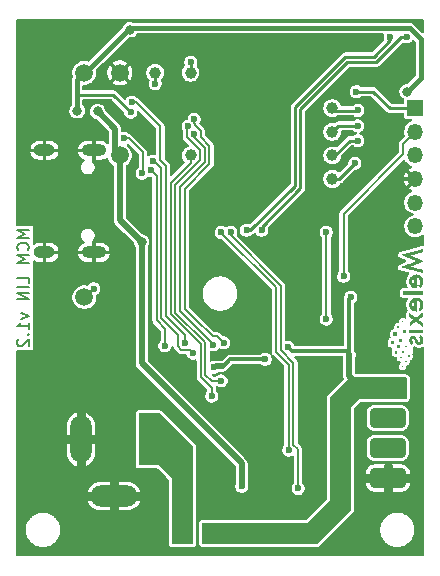
<source format=gbr>
%TF.GenerationSoftware,KiCad,Pcbnew,9.0.5-9.0.5~ubuntu24.04.1*%
%TF.CreationDate,2025-10-22T21:05:01+02:00*%
%TF.ProjectId,MCM-LIN,4d434d2d-4c49-44e2-9e6b-696361645f70,rev?*%
%TF.SameCoordinates,Original*%
%TF.FileFunction,Copper,L2,Bot*%
%TF.FilePolarity,Positive*%
%FSLAX46Y46*%
G04 Gerber Fmt 4.6, Leading zero omitted, Abs format (unit mm)*
G04 Created by KiCad (PCBNEW 9.0.5-9.0.5~ubuntu24.04.1) date 2025-10-22 21:05:01*
%MOMM*%
%LPD*%
G01*
G04 APERTURE LIST*
G04 Aperture macros list*
%AMRoundRect*
0 Rectangle with rounded corners*
0 $1 Rounding radius*
0 $2 $3 $4 $5 $6 $7 $8 $9 X,Y pos of 4 corners*
0 Add a 4 corners polygon primitive as box body*
4,1,4,$2,$3,$4,$5,$6,$7,$8,$9,$2,$3,0*
0 Add four circle primitives for the rounded corners*
1,1,$1+$1,$2,$3*
1,1,$1+$1,$4,$5*
1,1,$1+$1,$6,$7*
1,1,$1+$1,$8,$9*
0 Add four rect primitives between the rounded corners*
20,1,$1+$1,$2,$3,$4,$5,0*
20,1,$1+$1,$4,$5,$6,$7,0*
20,1,$1+$1,$6,$7,$8,$9,0*
20,1,$1+$1,$8,$9,$2,$3,0*%
G04 Aperture macros list end*
%ADD10C,0.150000*%
%TA.AperFunction,NonConductor*%
%ADD11C,0.150000*%
%TD*%
%TA.AperFunction,EtchedComponent*%
%ADD12C,0.000000*%
%TD*%
%TA.AperFunction,ComponentPad*%
%ADD13O,2.100000X1.000000*%
%TD*%
%TA.AperFunction,ComponentPad*%
%ADD14O,1.800000X1.000000*%
%TD*%
%TA.AperFunction,ComponentPad*%
%ADD15RoundRect,0.425000X-1.125000X0.425000X-1.125000X-0.425000X1.125000X-0.425000X1.125000X0.425000X0*%
%TD*%
%TA.AperFunction,ComponentPad*%
%ADD16R,1.350000X1.350000*%
%TD*%
%TA.AperFunction,ComponentPad*%
%ADD17O,1.350000X1.350000*%
%TD*%
%TA.AperFunction,HeatsinkPad*%
%ADD18C,0.500000*%
%TD*%
%TA.AperFunction,ComponentPad*%
%ADD19R,1.700000X1.700000*%
%TD*%
%TA.AperFunction,ComponentPad*%
%ADD20O,1.700000X1.700000*%
%TD*%
%TA.AperFunction,ComponentPad*%
%ADD21R,1.800000X4.400000*%
%TD*%
%TA.AperFunction,ComponentPad*%
%ADD22O,1.800000X4.000000*%
%TD*%
%TA.AperFunction,ComponentPad*%
%ADD23O,4.000000X1.800000*%
%TD*%
%TA.AperFunction,SMDPad,CuDef*%
%ADD24C,1.000000*%
%TD*%
%TA.AperFunction,SMDPad,CuDef*%
%ADD25C,1.500000*%
%TD*%
%TA.AperFunction,ViaPad*%
%ADD26C,0.600000*%
%TD*%
%TA.AperFunction,ViaPad*%
%ADD27C,0.800000*%
%TD*%
%TA.AperFunction,Conductor*%
%ADD28C,0.800000*%
%TD*%
%TA.AperFunction,Conductor*%
%ADD29C,0.250000*%
%TD*%
%TA.AperFunction,Conductor*%
%ADD30C,0.500000*%
%TD*%
%TA.AperFunction,Conductor*%
%ADD31C,0.400000*%
%TD*%
%TA.AperFunction,Conductor*%
%ADD32C,0.200000*%
%TD*%
%TA.AperFunction,Conductor*%
%ADD33C,1.000000*%
%TD*%
%TA.AperFunction,Conductor*%
%ADD34C,0.190000*%
%TD*%
%TA.AperFunction,Conductor*%
%ADD35C,0.300000*%
%TD*%
G04 APERTURE END LIST*
D10*
D11*
X61304819Y-63095238D02*
X60304819Y-63095238D01*
X60304819Y-63095238D02*
X61019104Y-63428571D01*
X61019104Y-63428571D02*
X60304819Y-63761904D01*
X60304819Y-63761904D02*
X61304819Y-63761904D01*
X61209580Y-64809523D02*
X61257200Y-64761904D01*
X61257200Y-64761904D02*
X61304819Y-64619047D01*
X61304819Y-64619047D02*
X61304819Y-64523809D01*
X61304819Y-64523809D02*
X61257200Y-64380952D01*
X61257200Y-64380952D02*
X61161961Y-64285714D01*
X61161961Y-64285714D02*
X61066723Y-64238095D01*
X61066723Y-64238095D02*
X60876247Y-64190476D01*
X60876247Y-64190476D02*
X60733390Y-64190476D01*
X60733390Y-64190476D02*
X60542914Y-64238095D01*
X60542914Y-64238095D02*
X60447676Y-64285714D01*
X60447676Y-64285714D02*
X60352438Y-64380952D01*
X60352438Y-64380952D02*
X60304819Y-64523809D01*
X60304819Y-64523809D02*
X60304819Y-64619047D01*
X60304819Y-64619047D02*
X60352438Y-64761904D01*
X60352438Y-64761904D02*
X60400057Y-64809523D01*
X61304819Y-65238095D02*
X60304819Y-65238095D01*
X60304819Y-65238095D02*
X61019104Y-65571428D01*
X61019104Y-65571428D02*
X60304819Y-65904761D01*
X60304819Y-65904761D02*
X61304819Y-65904761D01*
X61304819Y-67619047D02*
X61304819Y-67142857D01*
X61304819Y-67142857D02*
X60304819Y-67142857D01*
X61304819Y-67952381D02*
X60304819Y-67952381D01*
X61304819Y-68428571D02*
X60304819Y-68428571D01*
X60304819Y-68428571D02*
X61304819Y-68999999D01*
X61304819Y-68999999D02*
X60304819Y-68999999D01*
X60638152Y-70142857D02*
X61304819Y-70380952D01*
X61304819Y-70380952D02*
X60638152Y-70619047D01*
X61304819Y-71523809D02*
X61304819Y-70952381D01*
X61304819Y-71238095D02*
X60304819Y-71238095D01*
X60304819Y-71238095D02*
X60447676Y-71142857D01*
X60447676Y-71142857D02*
X60542914Y-71047619D01*
X60542914Y-71047619D02*
X60590533Y-70952381D01*
X61209580Y-71952381D02*
X61257200Y-72000000D01*
X61257200Y-72000000D02*
X61304819Y-71952381D01*
X61304819Y-71952381D02*
X61257200Y-71904762D01*
X61257200Y-71904762D02*
X61209580Y-71952381D01*
X61209580Y-71952381D02*
X61304819Y-71952381D01*
X60400057Y-72380952D02*
X60352438Y-72428571D01*
X60352438Y-72428571D02*
X60304819Y-72523809D01*
X60304819Y-72523809D02*
X60304819Y-72761904D01*
X60304819Y-72761904D02*
X60352438Y-72857142D01*
X60352438Y-72857142D02*
X60400057Y-72904761D01*
X60400057Y-72904761D02*
X60495295Y-72952380D01*
X60495295Y-72952380D02*
X60590533Y-72952380D01*
X60590533Y-72952380D02*
X60733390Y-72904761D01*
X60733390Y-72904761D02*
X61304819Y-72333333D01*
X61304819Y-72333333D02*
X61304819Y-72952380D01*
D12*
%TA.AperFunction,EtchedComponent*%
%TO.C,LOG2*%
G36*
X92217522Y-72809720D02*
G01*
X91936992Y-72809720D01*
X91936992Y-72529189D01*
X92217522Y-72529189D01*
X92217522Y-72809720D01*
G37*
%TD.AperFunction*%
%TA.AperFunction,EtchedComponent*%
G36*
X92482021Y-73579174D02*
G01*
X92273628Y-73579174D01*
X92273628Y-73378795D01*
X92482021Y-73378795D01*
X92482021Y-73579174D01*
G37*
%TD.AperFunction*%
%TA.AperFunction,EtchedComponent*%
G36*
X92682400Y-71447145D02*
G01*
X92506067Y-71447145D01*
X92506067Y-71270811D01*
X92682400Y-71270811D01*
X92682400Y-71447145D01*
G37*
%TD.AperFunction*%
%TA.AperFunction,EtchedComponent*%
G36*
X92706446Y-73082235D02*
G01*
X92474006Y-73082235D01*
X92474006Y-72849795D01*
X92706446Y-72849795D01*
X92706446Y-73082235D01*
G37*
%TD.AperFunction*%
%TA.AperFunction,EtchedComponent*%
G36*
X92890794Y-73995961D02*
G01*
X92730491Y-73995961D01*
X92730491Y-73835658D01*
X92890794Y-73835658D01*
X92890794Y-73995961D01*
G37*
%TD.AperFunction*%
%TA.AperFunction,EtchedComponent*%
G36*
X92914839Y-72601326D02*
G01*
X92634309Y-72601326D01*
X92634309Y-72320796D01*
X92914839Y-72320796D01*
X92914839Y-72601326D01*
G37*
%TD.AperFunction*%
%TA.AperFunction,EtchedComponent*%
G36*
X92970945Y-74717324D02*
G01*
X92882779Y-74717324D01*
X92882779Y-74621143D01*
X92970945Y-74621143D01*
X92970945Y-74717324D01*
G37*
%TD.AperFunction*%
%TA.AperFunction,EtchedComponent*%
G36*
X93107203Y-73555128D02*
G01*
X92930870Y-73555128D01*
X92930870Y-73378795D01*
X93107203Y-73378795D01*
X93107203Y-73555128D01*
G37*
%TD.AperFunction*%
%TA.AperFunction,EtchedComponent*%
G36*
X93235445Y-71815841D02*
G01*
X92962930Y-71815841D01*
X92962930Y-71543326D01*
X93235445Y-71543326D01*
X93235445Y-71815841D01*
G37*
%TD.AperFunction*%
%TA.AperFunction,EtchedComponent*%
G36*
X93291551Y-73066204D02*
G01*
X93147279Y-73066204D01*
X93147279Y-72929947D01*
X93291551Y-72929947D01*
X93291551Y-73066204D01*
G37*
%TD.AperFunction*%
%TA.AperFunction,EtchedComponent*%
G36*
X93612157Y-73394825D02*
G01*
X93548036Y-73394825D01*
X93548036Y-73322689D01*
X93612157Y-73322689D01*
X93612157Y-73394825D01*
G37*
%TD.AperFunction*%
%TA.AperFunction,EtchedComponent*%
G36*
X94678172Y-68593752D02*
G01*
X92962930Y-68593752D01*
X92962930Y-68321237D01*
X94678172Y-68321237D01*
X94678172Y-68593752D01*
G37*
%TD.AperFunction*%
%TA.AperFunction,EtchedComponent*%
G36*
X94678172Y-71815841D02*
G01*
X93532006Y-71815841D01*
X93532006Y-71543326D01*
X94678172Y-71543326D01*
X94678172Y-71815841D01*
G37*
%TD.AperFunction*%
%TA.AperFunction,EtchedComponent*%
G36*
X93540021Y-73868299D02*
G01*
X93383725Y-73863711D01*
X93381431Y-73785564D01*
X93379137Y-73707416D01*
X93540021Y-73707416D01*
X93540021Y-73868299D01*
G37*
%TD.AperFunction*%
%TA.AperFunction,EtchedComponent*%
G36*
X92456162Y-71930057D02*
G01*
X92453968Y-72068318D01*
X92315707Y-72070512D01*
X92177446Y-72072705D01*
X92177446Y-71791796D01*
X92458355Y-71791796D01*
X92456162Y-71930057D01*
G37*
%TD.AperFunction*%
%TA.AperFunction,EtchedComponent*%
G36*
X93267368Y-74189846D02*
G01*
X93280688Y-74191668D01*
X93286649Y-74199014D01*
X93290383Y-74218625D01*
X93291551Y-74252194D01*
X93291551Y-74308552D01*
X93162607Y-74308552D01*
X93167317Y-74192332D01*
X93218571Y-74189916D01*
X93243564Y-74189274D01*
X93267368Y-74189846D01*
G37*
%TD.AperFunction*%
%TA.AperFunction,EtchedComponent*%
G36*
X92986991Y-70823548D02*
G01*
X93000511Y-70825442D01*
X93002742Y-70826690D01*
X93007772Y-70835962D01*
X93009848Y-70855443D01*
X93009371Y-70887972D01*
X93007014Y-70946198D01*
X92886786Y-70946198D01*
X92886786Y-70825971D01*
X92938041Y-70823554D01*
X92963032Y-70822928D01*
X92986991Y-70823548D01*
G37*
%TD.AperFunction*%
%TA.AperFunction,EtchedComponent*%
G36*
X94477067Y-72032276D02*
G01*
X94499312Y-72048943D01*
X94527754Y-72073201D01*
X94560477Y-72103568D01*
X94605885Y-72152278D01*
X94650382Y-72216694D01*
X94681977Y-72287184D01*
X94702415Y-72366990D01*
X94705119Y-72390341D01*
X94706486Y-72425659D01*
X94705576Y-72461061D01*
X94695549Y-72532978D01*
X94672209Y-72604228D01*
X94634990Y-72669194D01*
X94582868Y-72730128D01*
X94557132Y-72753880D01*
X94495806Y-72796867D01*
X94430892Y-72824497D01*
X94362902Y-72836591D01*
X94292344Y-72832967D01*
X94256521Y-72825531D01*
X94204982Y-72807447D01*
X94158187Y-72780492D01*
X94115047Y-72743490D01*
X94074471Y-72695264D01*
X94035367Y-72634637D01*
X93996646Y-72560435D01*
X93957217Y-72471479D01*
X93946501Y-72447013D01*
X93919693Y-72396135D01*
X93892127Y-72357274D01*
X93865098Y-72332385D01*
X93854750Y-72326501D01*
X93838585Y-72323542D01*
X93816709Y-72328756D01*
X93811893Y-72330477D01*
X93789507Y-72344085D01*
X93774861Y-72365919D01*
X93766868Y-72398368D01*
X93764445Y-72443818D01*
X93764887Y-72468698D01*
X93767972Y-72497125D01*
X93775473Y-72521912D01*
X93789094Y-72550417D01*
X93801647Y-72573135D01*
X93819178Y-72602138D01*
X93834070Y-72624002D01*
X93854395Y-72650685D01*
X93834989Y-72672093D01*
X93824092Y-72684181D01*
X93804146Y-72706405D01*
X93779146Y-72734324D01*
X93752096Y-72764585D01*
X93688610Y-72835669D01*
X93657672Y-72800807D01*
X93644518Y-72785181D01*
X93609421Y-72736570D01*
X93576032Y-72681438D01*
X93547694Y-72625598D01*
X93527748Y-72574863D01*
X93511539Y-72502743D01*
X93508104Y-72425089D01*
X93518679Y-72349505D01*
X93542738Y-72278156D01*
X93579756Y-72213209D01*
X93629206Y-72156828D01*
X93670500Y-72124759D01*
X93730874Y-72094125D01*
X93796043Y-72076596D01*
X93862901Y-72072930D01*
X93928341Y-72083883D01*
X93937555Y-72086681D01*
X93980747Y-72103776D01*
X94019260Y-72126960D01*
X94054450Y-72157827D01*
X94087675Y-72197970D01*
X94120293Y-72248984D01*
X94153662Y-72312462D01*
X94189139Y-72389997D01*
X94195067Y-72403516D01*
X94213729Y-72444672D01*
X94231512Y-72482004D01*
X94246642Y-72511860D01*
X94257349Y-72530585D01*
X94268937Y-72545838D01*
X94294000Y-72569889D01*
X94320573Y-72586842D01*
X94343937Y-72593281D01*
X94346014Y-72593241D01*
X94374674Y-72584772D01*
X94402908Y-72563249D01*
X94427387Y-72531149D01*
X94434424Y-72518568D01*
X94444009Y-72495676D01*
X94448488Y-72470819D01*
X94449502Y-72437015D01*
X94446496Y-72396168D01*
X94435740Y-72356621D01*
X94415366Y-72317423D01*
X94383507Y-72273965D01*
X94355274Y-72239157D01*
X94406113Y-72133700D01*
X94414036Y-72117280D01*
X94431225Y-72081785D01*
X94445322Y-72052845D01*
X94455045Y-72033091D01*
X94459107Y-72025153D01*
X94462935Y-72024682D01*
X94477067Y-72032276D01*
G37*
%TD.AperFunction*%
%TA.AperFunction,EtchedComponent*%
G36*
X94165088Y-66881273D02*
G01*
X94256890Y-66895550D01*
X94344215Y-66923057D01*
X94394195Y-66946417D01*
X94471754Y-66996147D01*
X94540644Y-67057719D01*
X94599509Y-67129374D01*
X94646992Y-67209354D01*
X94681734Y-67295898D01*
X94702379Y-67387248D01*
X94703119Y-67393122D01*
X94705540Y-67427108D01*
X94706330Y-67467821D01*
X94705306Y-67507700D01*
X94704395Y-67522442D01*
X94690926Y-67623975D01*
X94664990Y-67716211D01*
X94625948Y-67800572D01*
X94573161Y-67878482D01*
X94505990Y-67951362D01*
X94487293Y-67968773D01*
X94464026Y-67989361D01*
X94446646Y-68003434D01*
X94437940Y-68008647D01*
X94436721Y-68007972D01*
X94427414Y-67998368D01*
X94411322Y-67979484D01*
X94390547Y-67954012D01*
X94367196Y-67924644D01*
X94343371Y-67894072D01*
X94321178Y-67864987D01*
X94302721Y-67840081D01*
X94290103Y-67822044D01*
X94285429Y-67813570D01*
X94286766Y-67811444D01*
X94296668Y-67800009D01*
X94314113Y-67781294D01*
X94336587Y-67758029D01*
X94351420Y-67742254D01*
X94397410Y-67681087D01*
X94428895Y-67615242D01*
X94446986Y-67542550D01*
X94449294Y-67524686D01*
X94449855Y-67451232D01*
X94436618Y-67381066D01*
X94410721Y-67316044D01*
X94373299Y-67258025D01*
X94325493Y-67208866D01*
X94268439Y-67170427D01*
X94203274Y-67144564D01*
X94173217Y-67136288D01*
X94173217Y-68067023D01*
X94087055Y-68062450D01*
X93994038Y-68052228D01*
X93906014Y-68030122D01*
X93825739Y-67995454D01*
X93751096Y-67947299D01*
X93679965Y-67884733D01*
X93620027Y-67816954D01*
X93570213Y-67740667D01*
X93535280Y-67659872D01*
X93514703Y-67573339D01*
X93507960Y-67479837D01*
X93508092Y-67467624D01*
X93768490Y-67467624D01*
X93768495Y-67476545D01*
X93768985Y-67514081D01*
X93770866Y-67541248D01*
X93774971Y-67562783D01*
X93782135Y-67583418D01*
X93793192Y-67607889D01*
X93806860Y-67633014D01*
X93839026Y-67677685D01*
X93877004Y-67717313D01*
X93916105Y-67746604D01*
X93940778Y-67761083D01*
X93940778Y-67466353D01*
X93940642Y-67399723D01*
X93940266Y-67338474D01*
X93939680Y-67284382D01*
X93938915Y-67239221D01*
X93938000Y-67204765D01*
X93936965Y-67182791D01*
X93935841Y-67175071D01*
X93930249Y-67176919D01*
X93913887Y-67187169D01*
X93892164Y-67203666D01*
X93868902Y-67223277D01*
X93847925Y-67242870D01*
X93833055Y-67259311D01*
X93822673Y-67274409D01*
X93805552Y-67303310D01*
X93790035Y-67333487D01*
X93780923Y-67354336D01*
X93774388Y-67374767D01*
X93770631Y-67397384D01*
X93768912Y-67426800D01*
X93768490Y-67467624D01*
X93508092Y-67467624D01*
X93508187Y-67458865D01*
X93515004Y-67372079D01*
X93532069Y-67294125D01*
X93560404Y-67221374D01*
X93601035Y-67150201D01*
X93617329Y-67127344D01*
X93658242Y-67079279D01*
X93706355Y-67031714D01*
X93756838Y-66989242D01*
X93804860Y-66956454D01*
X93811101Y-66952866D01*
X93891815Y-66916022D01*
X93935841Y-66903826D01*
X93979651Y-66891689D01*
X94071708Y-66880046D01*
X94165088Y-66881273D01*
G37*
%TD.AperFunction*%
%TA.AperFunction,EtchedComponent*%
G36*
X94674461Y-70068953D02*
G01*
X94675640Y-70079900D01*
X94676659Y-70103947D01*
X94677459Y-70138710D01*
X94677982Y-70181805D01*
X94678168Y-70230846D01*
X94678165Y-70393153D01*
X94477707Y-70549202D01*
X94451021Y-70570038D01*
X94404338Y-70606807D01*
X94362894Y-70639860D01*
X94328180Y-70667981D01*
X94301688Y-70689958D01*
X94284909Y-70704577D01*
X94279336Y-70710624D01*
X94279851Y-70711263D01*
X94289377Y-70719541D01*
X94309630Y-70735981D01*
X94339003Y-70759313D01*
X94375889Y-70788268D01*
X94418680Y-70821574D01*
X94465770Y-70857962D01*
X94475612Y-70865545D01*
X94522839Y-70902039D01*
X94566087Y-70935628D01*
X94603607Y-70964941D01*
X94633651Y-70988609D01*
X94654470Y-71005263D01*
X94664316Y-71013532D01*
X94669010Y-71019267D01*
X94672584Y-71027903D01*
X94675016Y-71041489D01*
X94676456Y-71062240D01*
X94677055Y-71092372D01*
X94676966Y-71134099D01*
X94676339Y-71189636D01*
X94674164Y-71352135D01*
X94365581Y-71115161D01*
X94360058Y-71110920D01*
X94298937Y-71064055D01*
X94241831Y-71020388D01*
X94189981Y-70980858D01*
X94144627Y-70946408D01*
X94107010Y-70917976D01*
X94078371Y-70896505D01*
X94059951Y-70882933D01*
X94052990Y-70878203D01*
X94051925Y-70878788D01*
X94040840Y-70886691D01*
X94018926Y-70903013D01*
X93987550Y-70926714D01*
X93948079Y-70956754D01*
X93901880Y-70992094D01*
X93850321Y-71031694D01*
X93794770Y-71074515D01*
X93775174Y-71089637D01*
X93720826Y-71131465D01*
X93670928Y-71169710D01*
X93626848Y-71203334D01*
X93589957Y-71231295D01*
X93561625Y-71252556D01*
X93543222Y-71266074D01*
X93536119Y-71270811D01*
X93535732Y-71270154D01*
X93534599Y-71258348D01*
X93533811Y-71233551D01*
X93533402Y-71198122D01*
X93533403Y-71154416D01*
X93533847Y-71104792D01*
X93536013Y-70938772D01*
X93680286Y-70828017D01*
X93702249Y-70811105D01*
X93741619Y-70780508D01*
X93775524Y-70753794D01*
X93802143Y-70732418D01*
X93819650Y-70717836D01*
X93826223Y-70711503D01*
X93824219Y-70708709D01*
X93811729Y-70697134D01*
X93789317Y-70678119D01*
X93758723Y-70653100D01*
X93721686Y-70623512D01*
X93679946Y-70590791D01*
X93532006Y-70475839D01*
X93532006Y-70138773D01*
X93562063Y-70161470D01*
X93571133Y-70168410D01*
X93592949Y-70185260D01*
X93624404Y-70209646D01*
X93663794Y-70240245D01*
X93709416Y-70275734D01*
X93759564Y-70314787D01*
X93812536Y-70356081D01*
X93855734Y-70389771D01*
X93904565Y-70427847D01*
X93948343Y-70461976D01*
X93985551Y-70490975D01*
X94014670Y-70513662D01*
X94034185Y-70528854D01*
X94042578Y-70535368D01*
X94044708Y-70535475D01*
X94056889Y-70529676D01*
X94079517Y-70515272D01*
X94112930Y-70492018D01*
X94157466Y-70459672D01*
X94213463Y-70417990D01*
X94281259Y-70366727D01*
X94361192Y-70305641D01*
X94366979Y-70301201D01*
X94428135Y-70254345D01*
X94485270Y-70210688D01*
X94537144Y-70171169D01*
X94582516Y-70136728D01*
X94620145Y-70108305D01*
X94648792Y-70086839D01*
X94667216Y-70073271D01*
X94674176Y-70068539D01*
X94674461Y-70068953D01*
G37*
%TD.AperFunction*%
%TA.AperFunction,EtchedComponent*%
G36*
X94117078Y-68838720D02*
G01*
X94161612Y-68839123D01*
X94195206Y-68840378D01*
X94222015Y-68843037D01*
X94246191Y-68847648D01*
X94271886Y-68854761D01*
X94303255Y-68864926D01*
X94387438Y-68900455D01*
X94467517Y-68950251D01*
X94538159Y-69011513D01*
X94598161Y-69082802D01*
X94646321Y-69162678D01*
X94681435Y-69249703D01*
X94702300Y-69342436D01*
X94704476Y-69362136D01*
X94706380Y-69418587D01*
X94703701Y-69481499D01*
X94696823Y-69544671D01*
X94686135Y-69601900D01*
X94667049Y-69668165D01*
X94636685Y-69740034D01*
X94596414Y-69806315D01*
X94544327Y-69870062D01*
X94478520Y-69934327D01*
X94435893Y-69972439D01*
X94360661Y-69872407D01*
X94345336Y-69851963D01*
X94321592Y-69819985D01*
X94302597Y-69794018D01*
X94289995Y-69776317D01*
X94285429Y-69769137D01*
X94286768Y-69767037D01*
X94296672Y-69755652D01*
X94314116Y-69736973D01*
X94336587Y-69713725D01*
X94351796Y-69697415D01*
X94398390Y-69633800D01*
X94430686Y-69565107D01*
X94448403Y-69492997D01*
X94451260Y-69419130D01*
X94438976Y-69345165D01*
X94411270Y-69272761D01*
X94395212Y-69244600D01*
X94355537Y-69194220D01*
X94307468Y-69151870D01*
X94254284Y-69120195D01*
X94199267Y-69101839D01*
X94173217Y-69096703D01*
X94173217Y-70022719D01*
X94087055Y-70018162D01*
X94053628Y-70015967D01*
X93994101Y-70008807D01*
X93940970Y-69996682D01*
X93887903Y-69977946D01*
X93828566Y-69950952D01*
X93802320Y-69937634D01*
X93771206Y-69919626D01*
X93743531Y-69899772D01*
X93714661Y-69874638D01*
X93679965Y-69840791D01*
X93679883Y-69840709D01*
X93616175Y-69767820D01*
X93567792Y-69692055D01*
X93534084Y-69611869D01*
X93514403Y-69525717D01*
X93508099Y-69432057D01*
X93508463Y-69423320D01*
X93768453Y-69423320D01*
X93769554Y-69470767D01*
X93774204Y-69513321D01*
X93783715Y-69548811D01*
X93799384Y-69581890D01*
X93822508Y-69617210D01*
X93836088Y-69633570D01*
X93857175Y-69655111D01*
X93881134Y-69677145D01*
X93904491Y-69696638D01*
X93923774Y-69710559D01*
X93935507Y-69715873D01*
X93935535Y-69715869D01*
X93936734Y-69707815D01*
X93937836Y-69685546D01*
X93938810Y-69650838D01*
X93939623Y-69605465D01*
X93940244Y-69551203D01*
X93940639Y-69489827D01*
X93940778Y-69423114D01*
X93940778Y-69130356D01*
X93915870Y-69143236D01*
X93886540Y-69162978D01*
X93851485Y-69196680D01*
X93819308Y-69237639D01*
X93793896Y-69281446D01*
X93790840Y-69287937D01*
X93780497Y-69311618D01*
X93773943Y-69332220D01*
X93770322Y-69354521D01*
X93768777Y-69383295D01*
X93768453Y-69423320D01*
X93508463Y-69423320D01*
X93511078Y-69360552D01*
X93521363Y-69293206D01*
X93540296Y-69229265D01*
X93569218Y-69162828D01*
X93582535Y-69136728D01*
X93600641Y-69105584D01*
X93620560Y-69077932D01*
X93645747Y-69049132D01*
X93679656Y-69014548D01*
X93712835Y-68982836D01*
X93759735Y-68943306D01*
X93805843Y-68912266D01*
X93855898Y-68886667D01*
X93914639Y-68863463D01*
X93923427Y-68860350D01*
X93940778Y-68854538D01*
X93949831Y-68851505D01*
X93972519Y-68845438D01*
X93995439Y-68841638D01*
X94022542Y-68839588D01*
X94057775Y-68838777D01*
X94105089Y-68838691D01*
X94117078Y-68838720D01*
G37*
%TD.AperFunction*%
%TA.AperFunction,EtchedComponent*%
G36*
X94676368Y-64857375D02*
G01*
X94676548Y-64869481D01*
X94676698Y-64920939D01*
X94675688Y-64959718D01*
X94673568Y-64984710D01*
X94670385Y-64994810D01*
X94669019Y-64995339D01*
X94655087Y-64999464D01*
X94627401Y-65007139D01*
X94587279Y-65018014D01*
X94536039Y-65031737D01*
X94475000Y-65047959D01*
X94405481Y-65066328D01*
X94328798Y-65086494D01*
X94246272Y-65108105D01*
X94159220Y-65130812D01*
X94128910Y-65138709D01*
X94043384Y-65161061D01*
X93962907Y-65182194D01*
X93888789Y-65201758D01*
X93822338Y-65219403D01*
X93764862Y-65234780D01*
X93717671Y-65247539D01*
X93682072Y-65257331D01*
X93659376Y-65263806D01*
X93650889Y-65266614D01*
X93650932Y-65266811D01*
X93659471Y-65271512D01*
X93681516Y-65281816D01*
X93715945Y-65297237D01*
X93761639Y-65317292D01*
X93817476Y-65341498D01*
X93882338Y-65369371D01*
X93955102Y-65400426D01*
X94034650Y-65434181D01*
X94119860Y-65470151D01*
X94209613Y-65507853D01*
X94223853Y-65513822D01*
X94312960Y-65551281D01*
X94397343Y-65586928D01*
X94475883Y-65620282D01*
X94547460Y-65650857D01*
X94610954Y-65678171D01*
X94665247Y-65701742D01*
X94709218Y-65721085D01*
X94741749Y-65735717D01*
X94761719Y-65745155D01*
X94768009Y-65748915D01*
X94767987Y-65748932D01*
X94759565Y-65752846D01*
X94737549Y-65762462D01*
X94703099Y-65777286D01*
X94657379Y-65796825D01*
X94601548Y-65820586D01*
X94536770Y-65848074D01*
X94464205Y-65878796D01*
X94385016Y-65912258D01*
X94300364Y-65947968D01*
X94211411Y-65985430D01*
X94208693Y-65986573D01*
X94120012Y-66023956D01*
X94035794Y-66059574D01*
X93957187Y-66092937D01*
X93885338Y-66123552D01*
X93821393Y-66150927D01*
X93766498Y-66174569D01*
X93721802Y-66193986D01*
X93688451Y-66208686D01*
X93667591Y-66218177D01*
X93660369Y-66221966D01*
X93661320Y-66222505D01*
X93674020Y-66226606D01*
X93700497Y-66234234D01*
X93739460Y-66245044D01*
X93789621Y-66258687D01*
X93849687Y-66274817D01*
X93918368Y-66293087D01*
X93994374Y-66313148D01*
X94076414Y-66334655D01*
X94163199Y-66357259D01*
X94193249Y-66365069D01*
X94278832Y-66387389D01*
X94359390Y-66408513D01*
X94433609Y-66428091D01*
X94500180Y-66445771D01*
X94557788Y-66461202D01*
X94605122Y-66474033D01*
X94640871Y-66483914D01*
X94663721Y-66490494D01*
X94672360Y-66493421D01*
X94673771Y-66498528D01*
X94675366Y-66517557D01*
X94676385Y-66547874D01*
X94676746Y-66586685D01*
X94676368Y-66631200D01*
X94674164Y-66763406D01*
X93780475Y-66528873D01*
X93730228Y-66515685D01*
X93614740Y-66485362D01*
X93503620Y-66456170D01*
X93397880Y-66428375D01*
X93298534Y-66402246D01*
X93206593Y-66378047D01*
X93123071Y-66356047D01*
X93048980Y-66336511D01*
X92985332Y-66319708D01*
X92933140Y-66305902D01*
X92893417Y-66295362D01*
X92867175Y-66288354D01*
X92855426Y-66285145D01*
X92824066Y-66275951D01*
X93436524Y-66020389D01*
X93487284Y-65999207D01*
X93579647Y-65960652D01*
X93667442Y-65923989D01*
X93749534Y-65889695D01*
X93824785Y-65858244D01*
X93892060Y-65830112D01*
X93950222Y-65805774D01*
X93998134Y-65785705D01*
X94034660Y-65770380D01*
X94058664Y-65760275D01*
X94069009Y-65755866D01*
X94089035Y-65746903D01*
X94069009Y-65736618D01*
X94065705Y-65735088D01*
X94048513Y-65727592D01*
X94018236Y-65714621D01*
X93976014Y-65696659D01*
X93922989Y-65674186D01*
X93860300Y-65647685D01*
X93789089Y-65617638D01*
X93710496Y-65584527D01*
X93625662Y-65548834D01*
X93535729Y-65511040D01*
X93441835Y-65471629D01*
X93392116Y-65450755D01*
X93300959Y-65412398D01*
X93214760Y-65376017D01*
X93134610Y-65342078D01*
X93061604Y-65311049D01*
X92996833Y-65283398D01*
X92941391Y-65259590D01*
X92896369Y-65240093D01*
X92862861Y-65225374D01*
X92841960Y-65215900D01*
X92834757Y-65212138D01*
X92838022Y-65210880D01*
X92855237Y-65205768D01*
X92886386Y-65197028D01*
X92930516Y-65184915D01*
X92986673Y-65169683D01*
X93053904Y-65151588D01*
X93131256Y-65130886D01*
X93217774Y-65107830D01*
X93312506Y-65082675D01*
X93414497Y-65055678D01*
X93522795Y-65027092D01*
X93636445Y-64997173D01*
X93754495Y-64966176D01*
X94674164Y-64725000D01*
X94676368Y-64857375D01*
G37*
%TD.AperFunction*%
%TD*%
D13*
%TO.P,J1,S1,SHIELD*%
%TO.N,GND*%
X66805000Y-56380000D03*
D14*
X62625000Y-56380000D03*
D13*
X66805000Y-65020000D03*
D14*
X62625000Y-65020000D03*
%TD*%
D15*
%TO.P,J4,1,Pin_1*%
%TO.N,GND*%
X91700000Y-84115000D03*
%TO.P,J4,2,Pin_2*%
%TO.N,LIN_PPM*%
X91700000Y-81575000D03*
%TO.P,J4,3,Pin_3*%
%TO.N,unconnected-(J4-Pin_3-Pad3)*%
X91700000Y-79035000D03*
%TO.P,J4,4,Pin_4*%
%TO.N,VOUT*%
X91700000Y-76495000D03*
%TD*%
D16*
%TO.P,J3,1,Pin_1*%
%TO.N,EN*%
X94000000Y-52800000D03*
D17*
%TO.P,J3,2,Pin_2*%
%TO.N,+3.3V*%
X94000000Y-54800000D03*
%TO.P,J3,3,Pin_3*%
%TO.N,Net-(J3-Pin_3)*%
X94000000Y-56800000D03*
%TO.P,J3,4,Pin_4*%
%TO.N,GND*%
X94000000Y-58800000D03*
%TO.P,J3,5,Pin_5*%
%TO.N,Net-(J3-Pin_5)*%
X94000000Y-60800000D03*
%TO.P,J3,6,Pin_6*%
%TO.N,IO0*%
X94000000Y-62800000D03*
%TD*%
D18*
%TO.P,U5,41,EPAD*%
%TO.N,GND*%
X79040000Y-51258000D03*
X79040000Y-52758000D03*
X79790000Y-50508000D03*
X79790000Y-52008000D03*
X79790000Y-53508000D03*
X80540000Y-51258000D03*
X80540000Y-52758000D03*
X81290000Y-50508000D03*
X81290000Y-52008000D03*
X81290000Y-53508000D03*
X82040000Y-51258000D03*
X82040000Y-52758000D03*
%TD*%
D19*
%TO.P,J2,1,Pin_1*%
%TO.N,VS*%
X74325000Y-88826573D03*
D20*
%TO.P,J2,2,Pin_2*%
%TO.N,VOUT*%
X76865000Y-88826573D03*
%TD*%
D21*
%TO.P,J10,1*%
%TO.N,VS*%
X71500000Y-80850000D03*
D22*
%TO.P,J10,2*%
%TO.N,GND*%
X65700000Y-80850000D03*
D23*
%TO.P,J10,3*%
X68500000Y-85650000D03*
%TD*%
D24*
%TO.P,TP11,1,1*%
%TO.N,SLAVE_CUR*%
X72000000Y-49800000D03*
%TD*%
%TO.P,TP9,1,1*%
%TO.N,EN*%
X75000000Y-49800000D03*
%TD*%
%TO.P,TP6,1,1*%
%TO.N,/MCM/TCK*%
X87000000Y-58800000D03*
%TD*%
D25*
%TO.P,TP8,1,1*%
%TO.N,Net-(D3-A)*%
X66000000Y-68800000D03*
%TD*%
%TO.P,TP2,1,1*%
%TO.N,GND*%
X69000000Y-49800000D03*
%TD*%
%TO.P,TP10,1,1*%
%TO.N,VS*%
X74000000Y-83000000D03*
%TD*%
%TO.P,TP7,1,1*%
%TO.N,+5V*%
X69000000Y-56800000D03*
%TD*%
D24*
%TO.P,TP4,1,1*%
%TO.N,/MCM/TMS*%
X87000000Y-52800000D03*
%TD*%
D25*
%TO.P,TP1,1,1*%
%TO.N,+3.3V*%
X66000000Y-49800000D03*
%TD*%
D24*
%TO.P,TP3,1,1*%
%TO.N,/MCM/TDI*%
X87000000Y-54800000D03*
%TD*%
%TO.P,TP12,1,1*%
%TO.N,SLAVE_PWR*%
X75000000Y-56800000D03*
%TD*%
%TO.P,TP5,1,1*%
%TO.N,/MCM/TDO*%
X87000000Y-56800000D03*
%TD*%
D26*
%TO.N,GND*%
X77500000Y-82500000D03*
X89600000Y-88100000D03*
X75200000Y-66000000D03*
X89500000Y-75000000D03*
X69500000Y-68500000D03*
X81500000Y-68500000D03*
X79000000Y-77000000D03*
X89500000Y-82700000D03*
X68000000Y-90000000D03*
X84500000Y-50000000D03*
X70650000Y-61325000D03*
X89000000Y-59000000D03*
X76500000Y-82500000D03*
X83700000Y-87200000D03*
X67500000Y-76500000D03*
X66665600Y-47486800D03*
X81000000Y-77000000D03*
X85700000Y-86200000D03*
X89500000Y-67000000D03*
X84000000Y-62500000D03*
X76000000Y-62500000D03*
X61000000Y-86000000D03*
D27*
X82312000Y-46928000D03*
D26*
X71225000Y-55475000D03*
X75000000Y-51000000D03*
X91000000Y-70500000D03*
X81500000Y-71000000D03*
X69500000Y-76500000D03*
X61000000Y-77000000D03*
X93400000Y-49800000D03*
X92250000Y-59500000D03*
X61000000Y-81000000D03*
X90500000Y-64525000D03*
X69100000Y-48225000D03*
X89600000Y-86000000D03*
X92319600Y-61939400D03*
X88000000Y-90000000D03*
X72000000Y-90000000D03*
X64625000Y-56375000D03*
X89000000Y-50000000D03*
X79000000Y-80000000D03*
X92116400Y-56275200D03*
D27*
X88154000Y-46928000D03*
D26*
X89600000Y-78000000D03*
X82000000Y-85000000D03*
X69700000Y-51225000D03*
X94000000Y-75000000D03*
X81000000Y-80000000D03*
X83200000Y-85000000D03*
X67525000Y-50350000D03*
D27*
X75200000Y-46928000D03*
D26*
X85500000Y-56000000D03*
X94000000Y-86000000D03*
X79500000Y-62000000D03*
X68850000Y-53350000D03*
X85500000Y-79500000D03*
%TO.N,+5V*%
X79325000Y-84825000D03*
D27*
X67122800Y-53074800D03*
X70850000Y-64125000D03*
%TO.N,+3.3V*%
X65395600Y-53025800D03*
X69866000Y-46166000D03*
D26*
X87950000Y-67050000D03*
D27*
X93335600Y-51398400D03*
D26*
X69925000Y-53150000D03*
%TO.N,Net-(D3-A)*%
X66783700Y-68083700D03*
%TO.N,SLAVE_CUR*%
X72000000Y-50723895D03*
%TO.N,EN*%
X89040498Y-51398400D03*
X74996800Y-48909200D03*
%TO.N,Net-(D4-K)*%
X74500000Y-72650000D03*
X70000000Y-52300000D03*
%TO.N,LED1*%
X81005000Y-63147000D03*
X93305414Y-46769510D03*
%TO.N,VUSB*%
X69400000Y-55350000D03*
X70893115Y-58323482D03*
D27*
%TO.N,VS*%
X74750000Y-84200000D03*
X73986000Y-84349275D03*
D26*
%TO.N,LED2*%
X79735000Y-63147000D03*
X91899501Y-46784553D03*
%TO.N,SLAVE_PWR*%
X76775000Y-77175000D03*
X75000000Y-56800000D03*
%TO.N,MEAS_VOUT*%
X71804289Y-57283311D03*
X75225000Y-73550000D03*
%TO.N,MEAS_VS*%
X71651419Y-58068572D03*
X72824000Y-72917637D03*
%TO.N,/MCM/TDI*%
X89164000Y-54300000D03*
%TO.N,/MCM/TMS*%
X89170000Y-53000000D03*
%TO.N,/MCM/TDO*%
X89170000Y-55548000D03*
%TO.N,/MCM/TCK*%
X88914811Y-57479500D03*
%TO.N,PPM_RX*%
X86500000Y-63300000D03*
X86500000Y-70675000D03*
%TO.N,VBUS_VOUT*%
X84100003Y-85000000D03*
X78400000Y-63300000D03*
%TO.N,VBUS_5V*%
X77600545Y-63329609D03*
X83300000Y-81750000D03*
%TO.N,LIN_TX*%
X77575000Y-75900000D03*
X74788290Y-54354427D03*
%TO.N,LIN_RX*%
X77800000Y-72675000D03*
X75298004Y-53738476D03*
%TO.N,LIN_SLEEP*%
X76930260Y-72828428D03*
X75266297Y-54995297D03*
%TO.N,VOUT*%
X77012870Y-74725000D03*
X88425000Y-73700000D03*
X83250000Y-73050000D03*
X88550000Y-68800000D03*
X81325000Y-74075000D03*
%TD*%
D28*
%TO.N,GND*%
X68500000Y-83850000D02*
X68500000Y-87600000D01*
X89812500Y-84125000D02*
X93737500Y-84125000D01*
X67625000Y-80850000D02*
X63700000Y-80850000D01*
X65700000Y-78250000D02*
X65700000Y-83325000D01*
D29*
X94000000Y-58800000D02*
X93200000Y-59600000D01*
X94000000Y-58800000D02*
X93100000Y-57900000D01*
D28*
X91737500Y-85525000D02*
X91737500Y-83100000D01*
X71100000Y-85650000D02*
X65675000Y-85650000D01*
D30*
%TO.N,+5V*%
X67122800Y-53074800D02*
X68600000Y-54552000D01*
X69000000Y-62275000D02*
X70850000Y-64125000D01*
X70850000Y-74400000D02*
X79325000Y-82875000D01*
X70850000Y-64125000D02*
X70850000Y-74400000D01*
X68600000Y-56400000D02*
X69000000Y-56800000D01*
X69000000Y-56800000D02*
X69000000Y-62275000D01*
X79325000Y-82875000D02*
X79325000Y-84825000D01*
X68600000Y-54552000D02*
X68600000Y-56400000D01*
D31*
%TO.N,+3.3V*%
X70007200Y-46024800D02*
X69866000Y-46166000D01*
X65395600Y-50404400D02*
X66000000Y-49800000D01*
X94504000Y-46978800D02*
X93550000Y-46024800D01*
D32*
X87950000Y-67050000D02*
X87950000Y-61750000D01*
D31*
X65395600Y-51675000D02*
X65395600Y-50404400D01*
X65395600Y-53025800D02*
X65395600Y-51675000D01*
X66000000Y-49800000D02*
X66100000Y-49800000D01*
D32*
X87950000Y-61750000D02*
X92975000Y-56725000D01*
X92975000Y-55825000D02*
X94000000Y-54800000D01*
D31*
X94504000Y-50230000D02*
X94504000Y-46978800D01*
X93550000Y-46024800D02*
X70007200Y-46024800D01*
D29*
X69925000Y-53150000D02*
X68450000Y-51675000D01*
D31*
X69734000Y-46166000D02*
X69866000Y-46166000D01*
X93335600Y-51398400D02*
X94504000Y-50230000D01*
X66100000Y-49800000D02*
X69734000Y-46166000D01*
D32*
X92975000Y-56725000D02*
X92975000Y-55825000D01*
D29*
X68450000Y-51675000D02*
X65395600Y-51675000D01*
%TO.N,Net-(D3-A)*%
X66000000Y-68800000D02*
X66716300Y-68083700D01*
X66716300Y-68083700D02*
X66783700Y-68083700D01*
%TO.N,SLAVE_CUR*%
X72000000Y-50723895D02*
X72000000Y-49800000D01*
%TO.N,EN*%
X75000000Y-48912400D02*
X74996800Y-48909200D01*
X91841600Y-52800000D02*
X94000000Y-52800000D01*
X89040498Y-51398400D02*
X90440000Y-51398400D01*
X90440000Y-51398400D02*
X91841600Y-52800000D01*
X75000000Y-49800000D02*
X75000000Y-48912400D01*
D32*
%TO.N,Net-(D4-K)*%
X72450000Y-57225300D02*
X72924000Y-57699300D01*
X74500000Y-72009201D02*
X74500000Y-72650000D01*
X72923999Y-70433202D02*
X74500000Y-72009201D01*
X70400000Y-52300000D02*
X72450000Y-54350000D01*
X70000000Y-52300000D02*
X70400000Y-52300000D01*
X72924000Y-57699300D02*
X72923999Y-70433202D01*
X72450000Y-54350000D02*
X72450000Y-57225300D01*
D29*
%TO.N,LED1*%
X84293200Y-59553196D02*
X81005000Y-62841396D01*
X90694000Y-48909200D02*
X88282396Y-48909200D01*
X81005000Y-62841396D02*
X81005000Y-63147000D01*
X93305414Y-46769510D02*
X92833690Y-46769510D01*
X84293200Y-52898396D02*
X84293200Y-59553196D01*
X92833690Y-46769510D02*
X90694000Y-48909200D01*
X88282396Y-48909200D02*
X84293200Y-52898396D01*
D32*
%TO.N,VUSB*%
X69400000Y-55350000D02*
X69750000Y-55350000D01*
X69750000Y-55350000D02*
X70943540Y-56543540D01*
X70943540Y-56543540D02*
X70943540Y-58273057D01*
X70943540Y-58273057D02*
X70893115Y-58323482D01*
D33*
%TO.N,VS*%
X71500000Y-80850000D02*
X72051627Y-80850000D01*
X74325000Y-83123373D02*
X74325000Y-88826573D01*
X72051627Y-80850000D02*
X74325000Y-83123373D01*
D29*
%TO.N,LED2*%
X83843200Y-52712000D02*
X83843200Y-59366800D01*
X91899501Y-46784553D02*
X91899501Y-47067303D01*
X80063000Y-63147000D02*
X79735000Y-63147000D01*
X88096000Y-48459200D02*
X83843200Y-52712000D01*
X90507604Y-48459200D02*
X88096000Y-48459200D01*
X91899501Y-47067303D02*
X90507604Y-48459200D01*
X83843200Y-59366800D02*
X80063000Y-63147000D01*
D34*
%TO.N,SLAVE_PWR*%
X75000000Y-57439972D02*
X75000000Y-56800000D01*
X75854000Y-75534774D02*
X75854000Y-72803173D01*
X73319999Y-70269174D02*
X73320000Y-59119971D01*
X75854000Y-72803173D02*
X73319999Y-70269174D01*
X76775000Y-76455774D02*
X75854000Y-75534774D01*
X76775000Y-77175000D02*
X76775000Y-76455774D01*
X73320000Y-59119971D02*
X75000000Y-57439972D01*
D32*
%TO.N,MEAS_VOUT*%
X74225000Y-73250000D02*
X74925000Y-73250000D01*
X73900000Y-71976300D02*
X73900000Y-72925000D01*
X71804289Y-57283311D02*
X71940911Y-57283311D01*
X73900000Y-72925000D02*
X74225000Y-73250000D01*
X71940911Y-57283311D02*
X72523000Y-57865400D01*
X74925000Y-73250000D02*
X75225000Y-73550000D01*
X72523000Y-70599300D02*
X73900000Y-71976300D01*
X72523000Y-57865400D02*
X72523000Y-70599300D01*
%TO.N,MEAS_VS*%
X72824000Y-71467400D02*
X72122000Y-70765400D01*
X72122000Y-70765400D02*
X72122000Y-58531802D01*
X72824000Y-72917637D02*
X72824000Y-71467400D01*
D29*
X71651419Y-58071023D02*
X71651419Y-58068572D01*
X71694800Y-58114404D02*
X71651419Y-58071023D01*
D32*
X72122000Y-58531802D02*
X71704602Y-58114404D01*
X71704602Y-58114404D02*
X71694800Y-58114404D01*
D29*
%TO.N,/MCM/TDI*%
X87500000Y-54300000D02*
X87000000Y-54800000D01*
X89164000Y-54300000D02*
X87500000Y-54300000D01*
%TO.N,/MCM/TMS*%
X89146000Y-53024000D02*
X87224000Y-53024000D01*
X87224000Y-53024000D02*
X87000000Y-52800000D01*
X89170000Y-53000000D02*
X89146000Y-53024000D01*
%TO.N,/MCM/TDO*%
X88474800Y-55548000D02*
X87222800Y-56800000D01*
X87222800Y-56800000D02*
X87000000Y-56800000D01*
X89170000Y-55548000D02*
X88474800Y-55548000D01*
%TO.N,/MCM/TCK*%
X88894799Y-57479500D02*
X87574299Y-58800000D01*
X87574299Y-58800000D02*
X87000000Y-58800000D01*
X88914811Y-57479500D02*
X88894799Y-57479500D01*
D32*
%TO.N,PPM_RX*%
X86500000Y-70675000D02*
X86500000Y-63300000D01*
%TO.N,VBUS_VOUT*%
X83701000Y-81301057D02*
X83701000Y-74351000D01*
X78400000Y-63582843D02*
X78400000Y-63300000D01*
X82637799Y-67820642D02*
X78400000Y-63582843D01*
X84100003Y-85000000D02*
X84100003Y-81700060D01*
X83701000Y-74351000D02*
X82637799Y-73287799D01*
X82637799Y-73287799D02*
X82637799Y-67820642D01*
X84100003Y-81700060D02*
X83701000Y-81301057D01*
%TO.N,VBUS_5V*%
X83300000Y-74517100D02*
X82236799Y-73453899D01*
X77600545Y-63329609D02*
X77600545Y-63249455D01*
X82236799Y-73453899D02*
X82236799Y-67986742D01*
X82236799Y-67986742D02*
X77600545Y-63350488D01*
X77600545Y-63350488D02*
X77600545Y-63329609D01*
X83300000Y-81750000D02*
X83300000Y-74517100D01*
%TO.N,LIN_TX*%
X75801000Y-57199000D02*
X75801000Y-56376000D01*
X75775000Y-56350000D02*
X75771057Y-56350000D01*
X75801000Y-56376000D02*
X75775000Y-56350000D01*
X76250000Y-75370746D02*
X76250000Y-72639145D01*
X74665297Y-54477420D02*
X74788290Y-54354427D01*
X74665297Y-55244240D02*
X74665297Y-54477420D01*
X77575000Y-75900000D02*
X76779254Y-75900000D01*
X75771057Y-56350000D02*
X74665297Y-55244240D01*
X76779254Y-75900000D02*
X76250000Y-75370746D01*
X73716000Y-70105147D02*
X73716000Y-59284000D01*
D34*
X74788290Y-54354427D02*
X74670297Y-54472420D01*
D32*
X76250000Y-72639145D02*
X73716000Y-70105147D01*
X73716000Y-59284000D02*
X75801000Y-57199000D01*
D34*
%TO.N,LIN_RX*%
X77800000Y-72675000D02*
X77250000Y-72125000D01*
X75384290Y-54107555D02*
X75298004Y-54021269D01*
X74513000Y-59614128D02*
X76598000Y-57529129D01*
X76862987Y-72125000D02*
X75414001Y-70676014D01*
X74513000Y-69775015D02*
X74513000Y-59614128D01*
X77250000Y-72125000D02*
X76862987Y-72125000D01*
X75862297Y-54748425D02*
X75384290Y-54270418D01*
X75862297Y-55242169D02*
X75862297Y-54748425D01*
X75384290Y-54270418D02*
X75384290Y-54107555D01*
X76598000Y-55977872D02*
X75862297Y-55242169D01*
X76598000Y-57529129D02*
X76598000Y-55977872D01*
X75298004Y-54021269D02*
X75298004Y-53738476D01*
X75414001Y-70676014D02*
X74513000Y-69775015D01*
D32*
%TO.N,LIN_SLEEP*%
X75266297Y-55206198D02*
X75266297Y-54995297D01*
X76930260Y-72752304D02*
X74117000Y-69939047D01*
X74117000Y-69939047D02*
X74117000Y-59450100D01*
X76930260Y-72828428D02*
X76930260Y-72752304D01*
X76202000Y-56141901D02*
X75266297Y-55206198D01*
X74117000Y-59450100D02*
X76202000Y-57365100D01*
X76202000Y-57365100D02*
X76202000Y-56141901D01*
D33*
%TO.N,VOUT*%
X88805000Y-76495000D02*
X92200000Y-76495000D01*
D35*
X77719260Y-74725000D02*
X77012870Y-74725000D01*
X83250000Y-73050000D02*
X83575000Y-73375000D01*
D30*
X92195000Y-76500000D02*
X92200000Y-76495000D01*
D35*
X77155740Y-74582130D02*
X77825000Y-74582130D01*
D30*
X89437500Y-76500000D02*
X92195000Y-76500000D01*
D35*
X88400000Y-73375000D02*
X88400000Y-73725000D01*
X83575000Y-73375000D02*
X88400000Y-73375000D01*
X88550000Y-68800000D02*
X88525000Y-68800000D01*
D33*
X87700000Y-77600000D02*
X88805000Y-76495000D01*
D35*
X81325000Y-74075000D02*
X78369260Y-74075000D01*
X88525000Y-68800000D02*
X88400000Y-68925000D01*
D33*
X76865000Y-88826573D02*
X85273427Y-88826573D01*
D35*
X88400000Y-68925000D02*
X88400000Y-73675000D01*
D30*
X88400000Y-75462500D02*
X89437500Y-76500000D01*
D35*
X88400000Y-73675000D02*
X88425000Y-73700000D01*
D33*
X87700000Y-86400000D02*
X87700000Y-77600000D01*
D35*
X78369260Y-74075000D02*
X77719260Y-74725000D01*
X77012870Y-74725000D02*
X77155740Y-74582130D01*
D30*
X88425000Y-73700000D02*
X88400000Y-73725000D01*
X88400000Y-73725000D02*
X88400000Y-75462500D01*
D33*
X85273427Y-88826573D02*
X87700000Y-86400000D01*
%TD*%
%TA.AperFunction,Conductor*%
%TO.N,GND*%
G36*
X82947000Y-54675000D02*
G01*
X77613000Y-54675000D01*
X77613000Y-49341000D01*
X82947000Y-49341000D01*
X82947000Y-54675000D01*
G37*
%TD.AperFunction*%
%TD*%
%TA.AperFunction,Conductor*%
%TO.N,GND*%
G36*
X94709191Y-45268907D02*
G01*
X94745155Y-45318407D01*
X94750000Y-45349000D01*
X94750000Y-46348688D01*
X94731093Y-46406879D01*
X94681593Y-46442843D01*
X94620407Y-46442843D01*
X94580997Y-46418692D01*
X93826614Y-45664311D01*
X93826609Y-45664307D01*
X93723890Y-45605002D01*
X93723886Y-45605000D01*
X93699673Y-45598512D01*
X93699673Y-45598513D01*
X93609309Y-45574300D01*
X93609307Y-45574300D01*
X70157039Y-45574300D01*
X70119154Y-45566764D01*
X70055745Y-45540499D01*
X69930069Y-45515500D01*
X69801931Y-45515500D01*
X69801930Y-45515500D01*
X69739093Y-45527999D01*
X69676256Y-45540499D01*
X69676255Y-45540499D01*
X69676252Y-45540500D01*
X69557874Y-45589534D01*
X69557866Y-45589538D01*
X69451331Y-45660724D01*
X69451327Y-45660727D01*
X69360727Y-45751327D01*
X69360724Y-45751331D01*
X69289538Y-45857866D01*
X69289534Y-45857874D01*
X69240498Y-45976257D01*
X69240497Y-45976260D01*
X69234899Y-46004402D01*
X69207806Y-46055089D01*
X66432734Y-48830161D01*
X66378217Y-48857938D01*
X66324847Y-48851622D01*
X66291835Y-48837949D01*
X66098543Y-48799500D01*
X66098541Y-48799500D01*
X65901459Y-48799500D01*
X65901456Y-48799500D01*
X65708165Y-48837949D01*
X65708163Y-48837949D01*
X65526086Y-48913367D01*
X65362218Y-49022861D01*
X65362214Y-49022864D01*
X65222864Y-49162214D01*
X65222861Y-49162218D01*
X65113367Y-49326086D01*
X65037949Y-49508163D01*
X65037949Y-49508165D01*
X64999500Y-49701456D01*
X64999500Y-49898543D01*
X65035271Y-50078373D01*
X65028079Y-50139134D01*
X65023909Y-50147187D01*
X64975801Y-50230512D01*
X64975800Y-50230513D01*
X64975801Y-50230514D01*
X64945100Y-50345092D01*
X64945100Y-52515347D01*
X64926193Y-52573538D01*
X64916104Y-52585351D01*
X64890327Y-52611127D01*
X64890324Y-52611131D01*
X64819138Y-52717666D01*
X64819134Y-52717674D01*
X64770100Y-52836052D01*
X64770099Y-52836057D01*
X64749666Y-52938779D01*
X64745100Y-52961731D01*
X64745100Y-53089869D01*
X64769491Y-53212489D01*
X64770099Y-53215542D01*
X64770100Y-53215547D01*
X64819134Y-53333925D01*
X64819138Y-53333933D01*
X64851892Y-53382951D01*
X64890324Y-53440469D01*
X64980931Y-53531076D01*
X65031171Y-53564645D01*
X65087466Y-53602261D01*
X65087470Y-53602263D01*
X65087473Y-53602265D01*
X65205856Y-53651301D01*
X65331531Y-53676300D01*
X65331532Y-53676300D01*
X65459668Y-53676300D01*
X65459669Y-53676300D01*
X65585344Y-53651301D01*
X65703727Y-53602265D01*
X65810269Y-53531076D01*
X65900876Y-53440469D01*
X65972065Y-53333927D01*
X66021101Y-53215544D01*
X66046100Y-53089869D01*
X66046100Y-52961731D01*
X66021101Y-52836056D01*
X65972065Y-52717673D01*
X65972063Y-52717670D01*
X65972061Y-52717666D01*
X65934858Y-52661989D01*
X65900876Y-52611131D01*
X65875096Y-52585351D01*
X65847319Y-52530834D01*
X65846100Y-52515347D01*
X65846100Y-52149500D01*
X65865007Y-52091309D01*
X65914507Y-52055345D01*
X65945100Y-52050500D01*
X68253455Y-52050500D01*
X68311646Y-52069407D01*
X68323459Y-52079496D01*
X69345504Y-53101541D01*
X69373281Y-53156058D01*
X69374500Y-53171545D01*
X69374500Y-53222475D01*
X69388440Y-53274500D01*
X69412017Y-53362489D01*
X69484487Y-53488010D01*
X69484489Y-53488012D01*
X69484491Y-53488015D01*
X69586985Y-53590509D01*
X69586987Y-53590510D01*
X69586989Y-53590512D01*
X69712511Y-53662982D01*
X69712512Y-53662982D01*
X69712515Y-53662984D01*
X69852525Y-53700500D01*
X69852526Y-53700500D01*
X69997474Y-53700500D01*
X69997475Y-53700500D01*
X70137485Y-53662984D01*
X70137487Y-53662982D01*
X70137489Y-53662982D01*
X70263010Y-53590512D01*
X70263010Y-53590511D01*
X70263015Y-53590509D01*
X70365509Y-53488015D01*
X70392960Y-53440469D01*
X70437982Y-53362489D01*
X70437982Y-53362487D01*
X70437984Y-53362485D01*
X70475500Y-53222475D01*
X70475500Y-53110190D01*
X70494407Y-53051999D01*
X70543907Y-53016035D01*
X70605093Y-53016035D01*
X70644504Y-53040186D01*
X72070504Y-54466186D01*
X72098281Y-54520703D01*
X72099500Y-54536190D01*
X72099500Y-56663474D01*
X72080593Y-56721665D01*
X72031093Y-56757629D01*
X71974878Y-56759100D01*
X71876764Y-56732811D01*
X71731814Y-56732811D01*
X71670079Y-56749352D01*
X71591799Y-56770328D01*
X71466278Y-56842798D01*
X71466277Y-56842799D01*
X71466274Y-56842801D01*
X71466274Y-56842802D01*
X71463041Y-56846034D01*
X71408527Y-56873810D01*
X71348095Y-56864239D01*
X71304830Y-56820974D01*
X71294040Y-56776029D01*
X71294040Y-56497397D01*
X71293611Y-56495796D01*
X71270154Y-56408252D01*
X71256920Y-56385331D01*
X71256919Y-56385329D01*
X71256919Y-56385328D01*
X71231039Y-56340504D01*
X71224009Y-56328327D01*
X69965212Y-55069530D01*
X69885288Y-55023386D01*
X69885285Y-55023385D01*
X69868592Y-55018912D01*
X69868592Y-55018910D01*
X69868579Y-55018909D01*
X69865304Y-55018031D01*
X69820937Y-54992412D01*
X69738015Y-54909491D01*
X69738010Y-54909487D01*
X69612488Y-54837017D01*
X69612489Y-54837017D01*
X69577229Y-54827569D01*
X69472475Y-54799500D01*
X69327525Y-54799500D01*
X69225122Y-54826938D01*
X69164022Y-54823737D01*
X69116472Y-54785231D01*
X69100500Y-54731312D01*
X69100500Y-54486235D01*
X69100500Y-54486108D01*
X69100280Y-54485288D01*
X69066392Y-54358814D01*
X69060977Y-54349435D01*
X69000500Y-54244686D01*
X68907314Y-54151500D01*
X68907311Y-54151498D01*
X68358074Y-53602261D01*
X67796212Y-53040398D01*
X67769118Y-52989708D01*
X67748301Y-52885056D01*
X67699265Y-52766673D01*
X67699263Y-52766670D01*
X67699261Y-52766666D01*
X67645088Y-52685592D01*
X67628076Y-52660131D01*
X67537469Y-52569524D01*
X67495026Y-52541165D01*
X67430933Y-52498338D01*
X67430925Y-52498334D01*
X67312547Y-52449300D01*
X67312545Y-52449299D01*
X67312544Y-52449299D01*
X67186869Y-52424300D01*
X67058731Y-52424300D01*
X67058730Y-52424300D01*
X66995893Y-52436799D01*
X66933056Y-52449299D01*
X66933055Y-52449299D01*
X66933052Y-52449300D01*
X66814674Y-52498334D01*
X66814666Y-52498338D01*
X66708131Y-52569524D01*
X66708127Y-52569527D01*
X66617527Y-52660127D01*
X66617524Y-52660131D01*
X66546338Y-52766666D01*
X66546334Y-52766674D01*
X66497300Y-52885052D01*
X66497299Y-52885055D01*
X66497299Y-52885056D01*
X66472300Y-53010731D01*
X66472300Y-53138869D01*
X66492073Y-53238273D01*
X66497299Y-53264542D01*
X66497300Y-53264547D01*
X66546334Y-53382925D01*
X66546338Y-53382933D01*
X66575733Y-53426925D01*
X66617524Y-53489469D01*
X66708131Y-53580076D01*
X66771648Y-53622517D01*
X66814666Y-53651261D01*
X66814670Y-53651263D01*
X66814673Y-53651265D01*
X66933056Y-53700301D01*
X67037708Y-53721118D01*
X67088398Y-53748212D01*
X68070504Y-54730317D01*
X68098281Y-54784834D01*
X68099500Y-54800321D01*
X68099500Y-55754121D01*
X68080593Y-55812312D01*
X68031093Y-55848276D01*
X67969907Y-55848276D01*
X67930496Y-55824125D01*
X67864973Y-55758602D01*
X67864969Y-55758599D01*
X67733949Y-55671052D01*
X67733940Y-55671048D01*
X67588349Y-55610742D01*
X67433795Y-55580000D01*
X66955001Y-55580000D01*
X66955000Y-55580001D01*
X66955000Y-56080000D01*
X66655000Y-56080000D01*
X66655000Y-55580001D01*
X66654999Y-55580000D01*
X66176204Y-55580000D01*
X66021650Y-55610742D01*
X65876059Y-55671048D01*
X65876050Y-55671052D01*
X65745030Y-55758599D01*
X65745026Y-55758602D01*
X65633602Y-55870026D01*
X65633599Y-55870030D01*
X65546052Y-56001050D01*
X65546048Y-56001059D01*
X65485742Y-56146651D01*
X65469164Y-56229999D01*
X65469165Y-56230000D01*
X65995192Y-56230000D01*
X65975444Y-56264204D01*
X65955000Y-56340504D01*
X65955000Y-56419496D01*
X65975444Y-56495796D01*
X65995192Y-56530000D01*
X65469164Y-56530000D01*
X65485742Y-56613348D01*
X65546048Y-56758940D01*
X65546052Y-56758949D01*
X65633599Y-56889969D01*
X65633602Y-56889973D01*
X65745026Y-57001397D01*
X65745030Y-57001400D01*
X65876050Y-57088947D01*
X65876062Y-57088953D01*
X65997342Y-57139188D01*
X66043868Y-57178924D01*
X66058152Y-57238419D01*
X66034738Y-57294947D01*
X66008958Y-57316388D01*
X65951637Y-57349483D01*
X65844481Y-57456639D01*
X65768720Y-57587860D01*
X65751224Y-57653157D01*
X65729500Y-57734234D01*
X65729500Y-57885766D01*
X65756215Y-57985470D01*
X65768720Y-58032139D01*
X65844481Y-58163360D01*
X65844483Y-58163362D01*
X65844485Y-58163365D01*
X65951635Y-58270515D01*
X65951637Y-58270516D01*
X65951639Y-58270518D01*
X66082861Y-58346279D01*
X66082859Y-58346279D01*
X66082863Y-58346280D01*
X66082865Y-58346281D01*
X66229234Y-58385500D01*
X66229236Y-58385500D01*
X66380764Y-58385500D01*
X66380766Y-58385500D01*
X66527135Y-58346281D01*
X66527137Y-58346279D01*
X66527139Y-58346279D01*
X66658360Y-58270518D01*
X66658360Y-58270517D01*
X66658365Y-58270515D01*
X66765515Y-58163365D01*
X66795753Y-58110992D01*
X66841279Y-58032139D01*
X66841279Y-58032137D01*
X66841281Y-58032135D01*
X66880500Y-57885766D01*
X66880500Y-57734234D01*
X66841281Y-57587865D01*
X66841279Y-57587862D01*
X66841279Y-57587860D01*
X66765518Y-57456639D01*
X66765516Y-57456637D01*
X66765515Y-57456635D01*
X66658365Y-57349485D01*
X66658362Y-57349483D01*
X66658361Y-57349482D01*
X66653216Y-57345534D01*
X66654423Y-57343960D01*
X66619574Y-57305254D01*
X66613180Y-57244403D01*
X66640013Y-57194986D01*
X66655000Y-57179999D01*
X66655000Y-56680000D01*
X66955000Y-56680000D01*
X66955000Y-57179999D01*
X66955001Y-57180000D01*
X67433792Y-57180000D01*
X67433795Y-57179999D01*
X67588349Y-57149257D01*
X67733940Y-57088951D01*
X67733949Y-57088947D01*
X67864969Y-57001400D01*
X67868739Y-56998308D01*
X67869901Y-56999724D01*
X67917767Y-56975319D01*
X67978202Y-56984873D01*
X68021479Y-57028126D01*
X68030379Y-57053779D01*
X68037376Y-57088953D01*
X68037949Y-57091834D01*
X68037949Y-57091836D01*
X68113367Y-57273913D01*
X68116376Y-57278416D01*
X68222861Y-57437782D01*
X68222864Y-57437785D01*
X68222868Y-57437790D01*
X68362218Y-57577139D01*
X68455501Y-57639468D01*
X68493381Y-57687518D01*
X68499500Y-57721784D01*
X68499500Y-62209108D01*
X68499500Y-62340892D01*
X68529579Y-62453151D01*
X68533609Y-62468190D01*
X68599496Y-62582309D01*
X68599497Y-62582310D01*
X68599498Y-62582311D01*
X68599500Y-62582314D01*
X69389660Y-63372474D01*
X70176587Y-64159401D01*
X70203681Y-64210090D01*
X70205653Y-64220001D01*
X70223764Y-64311051D01*
X70224499Y-64314742D01*
X70224500Y-64314747D01*
X70273534Y-64433125D01*
X70273538Y-64433133D01*
X70310682Y-64488722D01*
X70332815Y-64521846D01*
X70349500Y-64576847D01*
X70349500Y-74334108D01*
X70349500Y-74465892D01*
X70375024Y-74561151D01*
X70383609Y-74593190D01*
X70449496Y-74707309D01*
X70449498Y-74707311D01*
X70449500Y-74707314D01*
X78795505Y-83053319D01*
X78823281Y-83107834D01*
X78824500Y-83123321D01*
X78824500Y-84564365D01*
X78813334Y-84606038D01*
X78814499Y-84606521D01*
X78812016Y-84612513D01*
X78774500Y-84752525D01*
X78774500Y-84897474D01*
X78812017Y-85037489D01*
X78884487Y-85163010D01*
X78884489Y-85163012D01*
X78884491Y-85163015D01*
X78986985Y-85265509D01*
X78986987Y-85265510D01*
X78986989Y-85265512D01*
X79112511Y-85337982D01*
X79112512Y-85337982D01*
X79112515Y-85337984D01*
X79252525Y-85375500D01*
X79252526Y-85375500D01*
X79397474Y-85375500D01*
X79397475Y-85375500D01*
X79537485Y-85337984D01*
X79537487Y-85337982D01*
X79537489Y-85337982D01*
X79663010Y-85265512D01*
X79663010Y-85265511D01*
X79663015Y-85265509D01*
X79765509Y-85163015D01*
X79794631Y-85112574D01*
X79837982Y-85037489D01*
X79837982Y-85037487D01*
X79837984Y-85037485D01*
X79875500Y-84897475D01*
X79875500Y-84752525D01*
X79837984Y-84612515D01*
X79837983Y-84612513D01*
X79835501Y-84606521D01*
X79836665Y-84606038D01*
X79825500Y-84564365D01*
X79825500Y-82809109D01*
X79804770Y-82731742D01*
X79791392Y-82681814D01*
X79791390Y-82681811D01*
X79791390Y-82681809D01*
X79725503Y-82567690D01*
X79725499Y-82567685D01*
X79632314Y-82474499D01*
X79632314Y-82474500D01*
X71379496Y-74221682D01*
X71351719Y-74167165D01*
X71350500Y-74151678D01*
X71350500Y-64576847D01*
X71367184Y-64521846D01*
X71426465Y-64433127D01*
X71475501Y-64314744D01*
X71500500Y-64189069D01*
X71500500Y-64060931D01*
X71475501Y-63935256D01*
X71426465Y-63816873D01*
X71426463Y-63816870D01*
X71426461Y-63816866D01*
X71384150Y-63753544D01*
X71355276Y-63710331D01*
X71264669Y-63619724D01*
X71216456Y-63587509D01*
X71158133Y-63548538D01*
X71158125Y-63548534D01*
X71039747Y-63499500D01*
X71039745Y-63499499D01*
X71039744Y-63499499D01*
X70990750Y-63489753D01*
X70935090Y-63478681D01*
X70884401Y-63451587D01*
X69529496Y-62096682D01*
X69501719Y-62042165D01*
X69500500Y-62026678D01*
X69500500Y-57721784D01*
X69519407Y-57663593D01*
X69544499Y-57639468D01*
X69573385Y-57620167D01*
X69637782Y-57577139D01*
X69777139Y-57437782D01*
X69886632Y-57273914D01*
X69962051Y-57091835D01*
X70000500Y-56898541D01*
X70000500Y-56701459D01*
X69962051Y-56508165D01*
X69886632Y-56326086D01*
X69777139Y-56162218D01*
X69637782Y-56022861D01*
X69630064Y-56017704D01*
X69592187Y-55969654D01*
X69589787Y-55908515D01*
X69623781Y-55857643D01*
X69635548Y-55849668D01*
X69644847Y-55844298D01*
X69704689Y-55831577D01*
X69760586Y-55856461D01*
X69764349Y-55860031D01*
X70564044Y-56659726D01*
X70591821Y-56714243D01*
X70593040Y-56729730D01*
X70593040Y-57805039D01*
X70574133Y-57863230D01*
X70559527Y-57878223D01*
X70559689Y-57878385D01*
X70555102Y-57882971D01*
X70555100Y-57882973D01*
X70502110Y-57935963D01*
X70452603Y-57985470D01*
X70452602Y-57985471D01*
X70380132Y-58110992D01*
X70351714Y-58217048D01*
X70342615Y-58251007D01*
X70342615Y-58395957D01*
X70353841Y-58437851D01*
X70380132Y-58535971D01*
X70452602Y-58661492D01*
X70452604Y-58661494D01*
X70452606Y-58661497D01*
X70555100Y-58763991D01*
X70555102Y-58763992D01*
X70555104Y-58763994D01*
X70680626Y-58836464D01*
X70680627Y-58836464D01*
X70680630Y-58836466D01*
X70820640Y-58873982D01*
X70820641Y-58873982D01*
X70965589Y-58873982D01*
X70965590Y-58873982D01*
X71105600Y-58836466D01*
X71105602Y-58836464D01*
X71105604Y-58836464D01*
X71231125Y-58763994D01*
X71231125Y-58763993D01*
X71231130Y-58763991D01*
X71333624Y-58661497D01*
X71349722Y-58633614D01*
X71395190Y-58592675D01*
X71456040Y-58586279D01*
X71461068Y-58587487D01*
X71578941Y-58619071D01*
X71578943Y-58619072D01*
X71578944Y-58619072D01*
X71672500Y-58619072D01*
X71730691Y-58637979D01*
X71766655Y-58687479D01*
X71771500Y-58718072D01*
X71771500Y-70811544D01*
X71775366Y-70825971D01*
X71789780Y-70879767D01*
X71794748Y-70898306D01*
X71795386Y-70900688D01*
X71841530Y-70980612D01*
X72444505Y-71583587D01*
X72472281Y-71638102D01*
X72473500Y-71653589D01*
X72473500Y-72448605D01*
X72454593Y-72506796D01*
X72444504Y-72518608D01*
X72383491Y-72579621D01*
X72383487Y-72579626D01*
X72311017Y-72705147D01*
X72275550Y-72837510D01*
X72273500Y-72845162D01*
X72273500Y-72990112D01*
X72298426Y-73083135D01*
X72311017Y-73130126D01*
X72383487Y-73255647D01*
X72383489Y-73255649D01*
X72383491Y-73255652D01*
X72485985Y-73358146D01*
X72485987Y-73358147D01*
X72485989Y-73358149D01*
X72611511Y-73430619D01*
X72611512Y-73430619D01*
X72611515Y-73430621D01*
X72751525Y-73468137D01*
X72751526Y-73468137D01*
X72896474Y-73468137D01*
X72896475Y-73468137D01*
X73036485Y-73430621D01*
X73036487Y-73430619D01*
X73036489Y-73430619D01*
X73162010Y-73358149D01*
X73162010Y-73358148D01*
X73162015Y-73358146D01*
X73264509Y-73255652D01*
X73282256Y-73224913D01*
X73336982Y-73130126D01*
X73336982Y-73130124D01*
X73336984Y-73130122D01*
X73368914Y-73010955D01*
X73402238Y-72959642D01*
X73459360Y-72937716D01*
X73518460Y-72953552D01*
X73556966Y-73001102D01*
X73560166Y-73010952D01*
X73573198Y-73059587D01*
X73573201Y-73059598D01*
X73573200Y-73059598D01*
X73573384Y-73060283D01*
X73573385Y-73060285D01*
X73573386Y-73060288D01*
X73619530Y-73140212D01*
X73619531Y-73140213D01*
X73619532Y-73140214D01*
X73944530Y-73465211D01*
X73944531Y-73465213D01*
X74009787Y-73530468D01*
X74009789Y-73530470D01*
X74058702Y-73558710D01*
X74089712Y-73576614D01*
X74178856Y-73600500D01*
X74592647Y-73600500D01*
X74650838Y-73619407D01*
X74686802Y-73668907D01*
X74688266Y-73673851D01*
X74705183Y-73736985D01*
X74712017Y-73762489D01*
X74784487Y-73888010D01*
X74784489Y-73888012D01*
X74784491Y-73888015D01*
X74886985Y-73990509D01*
X74886987Y-73990510D01*
X74886989Y-73990512D01*
X75012511Y-74062982D01*
X75012512Y-74062982D01*
X75012515Y-74062984D01*
X75152525Y-74100500D01*
X75152526Y-74100500D01*
X75297476Y-74100500D01*
X75297476Y-74100499D01*
X75383878Y-74077348D01*
X75444977Y-74080549D01*
X75492528Y-74119054D01*
X75508500Y-74172974D01*
X75508500Y-75580262D01*
X75532044Y-75668128D01*
X75532046Y-75668133D01*
X75577528Y-75746912D01*
X75577529Y-75746913D01*
X75577531Y-75746916D01*
X76400505Y-76569890D01*
X76404130Y-76577005D01*
X76410593Y-76581701D01*
X76417756Y-76603749D01*
X76428281Y-76624405D01*
X76429500Y-76639892D01*
X76429500Y-76700968D01*
X76410593Y-76759159D01*
X76400504Y-76770971D01*
X76334491Y-76836984D01*
X76334487Y-76836989D01*
X76262017Y-76962510D01*
X76224500Y-77102525D01*
X76224500Y-77247474D01*
X76262017Y-77387489D01*
X76334487Y-77513010D01*
X76334489Y-77513012D01*
X76334491Y-77513015D01*
X76436985Y-77615509D01*
X76436987Y-77615510D01*
X76436989Y-77615512D01*
X76562511Y-77687982D01*
X76562512Y-77687982D01*
X76562515Y-77687984D01*
X76702525Y-77725500D01*
X76702526Y-77725500D01*
X76847474Y-77725500D01*
X76847475Y-77725500D01*
X76987485Y-77687984D01*
X76987487Y-77687982D01*
X76987489Y-77687982D01*
X77113010Y-77615512D01*
X77113010Y-77615511D01*
X77113015Y-77615509D01*
X77215509Y-77513015D01*
X77287984Y-77387485D01*
X77325500Y-77247475D01*
X77325500Y-77102525D01*
X77287984Y-76962515D01*
X77287982Y-76962512D01*
X77287982Y-76962510D01*
X77215512Y-76836989D01*
X77215508Y-76836984D01*
X77149496Y-76770971D01*
X77121719Y-76716454D01*
X77120500Y-76700968D01*
X77120500Y-76444729D01*
X77139407Y-76386538D01*
X77188907Y-76350574D01*
X77250093Y-76350574D01*
X77268997Y-76358991D01*
X77362515Y-76412984D01*
X77502525Y-76450500D01*
X77502526Y-76450500D01*
X77647474Y-76450500D01*
X77647475Y-76450500D01*
X77787485Y-76412984D01*
X77787487Y-76412982D01*
X77787489Y-76412982D01*
X77913010Y-76340512D01*
X77913010Y-76340511D01*
X77913015Y-76340509D01*
X78015509Y-76238015D01*
X78087984Y-76112485D01*
X78125500Y-75972475D01*
X78125500Y-75827525D01*
X78087984Y-75687515D01*
X78087982Y-75687512D01*
X78087982Y-75687510D01*
X78015512Y-75561989D01*
X78015510Y-75561987D01*
X78015509Y-75561985D01*
X77913015Y-75459491D01*
X77913012Y-75459489D01*
X77913010Y-75459487D01*
X77787488Y-75387017D01*
X77787489Y-75387017D01*
X77746776Y-75376108D01*
X77647475Y-75349500D01*
X77502525Y-75349500D01*
X77430295Y-75368854D01*
X77363671Y-75386706D01*
X77363670Y-75386706D01*
X77362515Y-75387016D01*
X77316234Y-75413736D01*
X77315968Y-75413888D01*
X77236986Y-75459489D01*
X77175971Y-75520504D01*
X77168854Y-75524129D01*
X77164159Y-75530593D01*
X77142107Y-75537757D01*
X77121454Y-75548281D01*
X77105968Y-75549500D01*
X76965444Y-75549500D01*
X76907253Y-75530593D01*
X76895440Y-75520504D01*
X76805561Y-75430625D01*
X76777784Y-75376108D01*
X76787355Y-75315676D01*
X76830620Y-75272411D01*
X76891052Y-75262840D01*
X76901177Y-75264991D01*
X76940395Y-75275500D01*
X76940397Y-75275500D01*
X77085344Y-75275500D01*
X77085345Y-75275500D01*
X77225355Y-75237984D01*
X77350885Y-75165509D01*
X77361899Y-75154494D01*
X77416414Y-75126719D01*
X77431901Y-75125500D01*
X77771985Y-75125500D01*
X77771987Y-75125500D01*
X77873848Y-75098207D01*
X77873850Y-75098205D01*
X77873852Y-75098205D01*
X77965168Y-75045483D01*
X77965168Y-75045482D01*
X77965173Y-75045480D01*
X78506157Y-74504496D01*
X78560674Y-74476719D01*
X78576161Y-74475500D01*
X80905969Y-74475500D01*
X80964160Y-74494407D01*
X80975966Y-74504490D01*
X80986985Y-74515509D01*
X80986987Y-74515510D01*
X80986989Y-74515512D01*
X81112511Y-74587982D01*
X81112512Y-74587982D01*
X81112515Y-74587984D01*
X81252525Y-74625500D01*
X81252526Y-74625500D01*
X81397474Y-74625500D01*
X81397475Y-74625500D01*
X81537485Y-74587984D01*
X81537487Y-74587982D01*
X81537489Y-74587982D01*
X81663010Y-74515512D01*
X81663010Y-74515511D01*
X81663015Y-74515509D01*
X81765509Y-74413015D01*
X81779192Y-74389315D01*
X81837982Y-74287489D01*
X81837982Y-74287487D01*
X81837984Y-74287485D01*
X81875500Y-74147475D01*
X81875500Y-74002525D01*
X81837984Y-73862515D01*
X81837982Y-73862512D01*
X81837982Y-73862510D01*
X81765512Y-73736989D01*
X81765510Y-73736987D01*
X81765509Y-73736985D01*
X81663015Y-73634491D01*
X81663012Y-73634489D01*
X81663010Y-73634487D01*
X81537488Y-73562017D01*
X81537489Y-73562017D01*
X81507896Y-73554087D01*
X81397475Y-73524500D01*
X81252525Y-73524500D01*
X81190790Y-73541041D01*
X81112510Y-73562017D01*
X80986989Y-73634487D01*
X80986988Y-73634488D01*
X80986985Y-73634490D01*
X80986985Y-73634491D01*
X80975970Y-73645505D01*
X80921456Y-73673281D01*
X80905969Y-73674500D01*
X78421987Y-73674500D01*
X78316533Y-73674500D01*
X78254189Y-73691204D01*
X78214667Y-73701794D01*
X78123351Y-73754516D01*
X78123346Y-73754520D01*
X77725232Y-74152634D01*
X77670716Y-74180411D01*
X77655229Y-74181630D01*
X77214545Y-74181630D01*
X77208470Y-74181629D01*
X77208467Y-74181629D01*
X77124982Y-74181629D01*
X77124981Y-74181628D01*
X77099358Y-74178255D01*
X77093286Y-74176628D01*
X77085345Y-74174500D01*
X76940395Y-74174500D01*
X76913790Y-74181629D01*
X76800383Y-74212016D01*
X76749000Y-74241683D01*
X76689151Y-74254404D01*
X76633256Y-74229517D01*
X76602663Y-74176529D01*
X76600500Y-74155946D01*
X76600500Y-73439007D01*
X76619407Y-73380816D01*
X76668907Y-73344852D01*
X76725123Y-73343381D01*
X76857782Y-73378927D01*
X76857784Y-73378928D01*
X76857785Y-73378928D01*
X77002734Y-73378928D01*
X77002735Y-73378928D01*
X77142745Y-73341412D01*
X77142747Y-73341410D01*
X77142749Y-73341410D01*
X77268270Y-73268940D01*
X77268270Y-73268939D01*
X77268275Y-73268937D01*
X77370769Y-73166443D01*
X77370776Y-73166430D01*
X77372996Y-73163538D01*
X77375161Y-73162049D01*
X77375357Y-73161854D01*
X77375393Y-73161890D01*
X77423417Y-73128877D01*
X77484582Y-73130472D01*
X77501045Y-73138061D01*
X77587511Y-73187982D01*
X77587512Y-73187982D01*
X77587515Y-73187984D01*
X77727525Y-73225500D01*
X77727526Y-73225500D01*
X77872474Y-73225500D01*
X77872475Y-73225500D01*
X78012485Y-73187984D01*
X78012487Y-73187982D01*
X78012489Y-73187982D01*
X78138010Y-73115512D01*
X78138010Y-73115511D01*
X78138015Y-73115509D01*
X78240509Y-73013015D01*
X78241697Y-73010957D01*
X78312982Y-72887489D01*
X78312982Y-72887487D01*
X78312984Y-72887485D01*
X78350500Y-72747475D01*
X78350500Y-72602525D01*
X78312984Y-72462515D01*
X78312982Y-72462512D01*
X78312982Y-72462510D01*
X78240512Y-72336989D01*
X78240510Y-72336987D01*
X78240509Y-72336985D01*
X78138015Y-72234491D01*
X78138012Y-72234489D01*
X78138010Y-72234487D01*
X78012488Y-72162017D01*
X78012489Y-72162017D01*
X77930806Y-72140130D01*
X77872475Y-72124500D01*
X77872474Y-72124500D01*
X77779119Y-72124500D01*
X77720928Y-72105593D01*
X77709116Y-72095504D01*
X77462141Y-71848530D01*
X77462139Y-71848529D01*
X77383359Y-71803046D01*
X77383354Y-71803044D01*
X77295488Y-71779500D01*
X77295486Y-71779500D01*
X77047106Y-71779500D01*
X76988915Y-71760593D01*
X76977102Y-71750504D01*
X74887496Y-69660898D01*
X74859719Y-69606381D01*
X74858500Y-69590894D01*
X74858500Y-68385839D01*
X76049500Y-68385839D01*
X76049500Y-68614160D01*
X76085214Y-68839655D01*
X76155769Y-69056799D01*
X76259419Y-69260225D01*
X76280401Y-69289105D01*
X76283318Y-69293120D01*
X76284029Y-69294434D01*
X76287684Y-69299130D01*
X76288659Y-69300472D01*
X76288662Y-69300476D01*
X76393619Y-69444935D01*
X76423328Y-69474645D01*
X76423329Y-69474645D01*
X76427674Y-69478990D01*
X76431372Y-69483741D01*
X76444626Y-69495942D01*
X76446057Y-69497373D01*
X76446058Y-69497375D01*
X76521010Y-69572326D01*
X76555063Y-69606379D01*
X76600283Y-69639234D01*
X76607866Y-69646214D01*
X76627952Y-69659336D01*
X76739772Y-69740579D01*
X76796695Y-69769582D01*
X76808694Y-69777422D01*
X76833039Y-69788100D01*
X76943201Y-69844231D01*
X76943204Y-69844232D01*
X76943202Y-69844232D01*
X76974879Y-69854523D01*
X77011865Y-69866541D01*
X77028379Y-69873785D01*
X77054574Y-69880418D01*
X77131253Y-69905333D01*
X77160333Y-69914782D01*
X77160344Y-69914785D01*
X77183543Y-69918459D01*
X77240273Y-69927444D01*
X77260929Y-69932675D01*
X77286870Y-69934824D01*
X77357502Y-69946011D01*
X77385840Y-69950500D01*
X77476045Y-69950500D01*
X77500000Y-69952485D01*
X77523955Y-69950500D01*
X77614159Y-69950500D01*
X77629925Y-69948002D01*
X77713130Y-69934824D01*
X77739071Y-69932675D01*
X77759721Y-69927444D01*
X77816830Y-69918399D01*
X77839650Y-69914786D01*
X77839652Y-69914785D01*
X77839660Y-69914784D01*
X77945429Y-69880417D01*
X77971621Y-69873785D01*
X77988127Y-69866543D01*
X78056799Y-69844231D01*
X78166977Y-69788092D01*
X78191306Y-69777422D01*
X78203296Y-69769586D01*
X78260228Y-69740579D01*
X78372057Y-69659329D01*
X78392134Y-69646214D01*
X78399710Y-69639238D01*
X78444937Y-69606379D01*
X78555385Y-69495930D01*
X78568628Y-69483741D01*
X78572321Y-69478994D01*
X78606379Y-69444937D01*
X78712315Y-69299130D01*
X78715971Y-69294434D01*
X78716681Y-69293120D01*
X78740579Y-69260228D01*
X78844231Y-69056799D01*
X78914784Y-68839660D01*
X78925117Y-68774419D01*
X78950500Y-68614160D01*
X78950500Y-68385839D01*
X78914785Y-68160344D01*
X78913843Y-68157444D01*
X78844231Y-67943201D01*
X78740579Y-67739772D01*
X78716684Y-67706884D01*
X78715971Y-67705566D01*
X78712304Y-67700855D01*
X78606379Y-67555063D01*
X78606376Y-67555060D01*
X78576666Y-67525349D01*
X78576666Y-67525350D01*
X78572325Y-67521009D01*
X78568628Y-67516259D01*
X78555373Y-67504057D01*
X78553931Y-67502615D01*
X78553929Y-67502612D01*
X78444939Y-67393623D01*
X78444937Y-67393621D01*
X78399718Y-67360767D01*
X78392134Y-67353786D01*
X78372036Y-67340655D01*
X78370037Y-67339202D01*
X78370036Y-67339201D01*
X78260233Y-67259424D01*
X78260227Y-67259420D01*
X78208042Y-67232831D01*
X78203305Y-67230417D01*
X78191306Y-67222578D01*
X78166961Y-67211899D01*
X78164413Y-67210601D01*
X78056799Y-67155769D01*
X77992812Y-67134978D01*
X77992811Y-67134978D01*
X77988133Y-67133458D01*
X77971621Y-67126215D01*
X77945433Y-67119583D01*
X77942324Y-67118573D01*
X77942310Y-67118569D01*
X77839655Y-67085214D01*
X77764175Y-67073260D01*
X77764174Y-67073260D01*
X77759724Y-67072555D01*
X77739071Y-67067325D01*
X77713141Y-67065176D01*
X77709483Y-67064597D01*
X77709482Y-67064596D01*
X77614161Y-67049500D01*
X77614157Y-67049500D01*
X77523945Y-67049500D01*
X77500000Y-67047516D01*
X77476055Y-67049500D01*
X77385839Y-67049500D01*
X77290517Y-67064596D01*
X77290518Y-67064597D01*
X77286860Y-67065176D01*
X77260929Y-67067325D01*
X77240276Y-67072554D01*
X77235819Y-67073261D01*
X77235818Y-67073260D01*
X77235818Y-67073261D01*
X77160342Y-67085215D01*
X77057676Y-67118573D01*
X77054565Y-67119583D01*
X77028379Y-67126215D01*
X77011876Y-67133453D01*
X77007188Y-67134977D01*
X76943196Y-67155770D01*
X76835591Y-67210596D01*
X76835592Y-67210597D01*
X76833019Y-67211907D01*
X76808694Y-67222578D01*
X76796696Y-67230416D01*
X76791948Y-67232836D01*
X76791946Y-67232837D01*
X76739772Y-67259420D01*
X76739768Y-67259422D01*
X76629936Y-67339220D01*
X76627928Y-67340678D01*
X76607866Y-67353786D01*
X76600303Y-67360748D01*
X76595648Y-67364130D01*
X76595644Y-67364135D01*
X76555063Y-67393620D01*
X76446065Y-67502617D01*
X76446064Y-67502618D01*
X76444600Y-67504081D01*
X76431372Y-67516259D01*
X76427687Y-67520992D01*
X76423334Y-67525346D01*
X76423335Y-67525346D01*
X76393622Y-67555061D01*
X76288658Y-67699529D01*
X76287678Y-67700876D01*
X76284029Y-67705566D01*
X76283320Y-67706875D01*
X76280410Y-67710881D01*
X76280408Y-67710881D01*
X76259423Y-67739768D01*
X76155769Y-67943200D01*
X76085214Y-68160344D01*
X76049500Y-68385839D01*
X74858500Y-68385839D01*
X74858500Y-59798247D01*
X74877407Y-59740056D01*
X74887496Y-59728243D01*
X75851748Y-58763991D01*
X76874469Y-57741271D01*
X76880655Y-57730557D01*
X76919954Y-57662487D01*
X76943500Y-57574615D01*
X76943500Y-55932386D01*
X76919954Y-55844514D01*
X76919830Y-55844300D01*
X76874470Y-55765732D01*
X76874469Y-55765730D01*
X76810142Y-55701402D01*
X76810142Y-55701403D01*
X76236793Y-55128054D01*
X76209016Y-55073537D01*
X76207797Y-55058050D01*
X76207797Y-54702938D01*
X76207796Y-54702936D01*
X76200444Y-54675500D01*
X76200310Y-54675000D01*
X77613000Y-54675000D01*
X82947000Y-54675000D01*
X82947000Y-49341000D01*
X77613000Y-49341000D01*
X77613000Y-54675000D01*
X76200310Y-54675000D01*
X76184251Y-54615067D01*
X76138766Y-54536283D01*
X76114968Y-54512485D01*
X76074439Y-54471955D01*
X76074439Y-54471956D01*
X75770435Y-54167952D01*
X75756677Y-54140950D01*
X75742781Y-54114192D01*
X75742849Y-54113811D01*
X75742658Y-54113435D01*
X75751884Y-54053687D01*
X75753205Y-54051042D01*
X75810988Y-53950961D01*
X75848504Y-53810951D01*
X75848504Y-53666001D01*
X75810988Y-53525991D01*
X75810986Y-53525988D01*
X75810986Y-53525986D01*
X75738516Y-53400465D01*
X75738514Y-53400463D01*
X75738513Y-53400461D01*
X75636019Y-53297967D01*
X75636016Y-53297965D01*
X75619669Y-53288527D01*
X75619667Y-53288525D01*
X75510492Y-53225493D01*
X75510493Y-53225493D01*
X75473363Y-53215544D01*
X75370479Y-53187976D01*
X75225529Y-53187976D01*
X75163794Y-53204517D01*
X75085514Y-53225493D01*
X74959993Y-53297963D01*
X74857491Y-53400465D01*
X74785021Y-53525986D01*
X74747504Y-53666001D01*
X74747504Y-53719470D01*
X74728597Y-53777661D01*
X74679097Y-53813625D01*
X74674128Y-53815096D01*
X74575805Y-53841442D01*
X74575801Y-53841444D01*
X74450279Y-53913914D01*
X74347777Y-54016416D01*
X74275307Y-54141937D01*
X74247775Y-54244687D01*
X74237790Y-54281952D01*
X74237790Y-54426902D01*
X74275306Y-54566912D01*
X74301533Y-54612339D01*
X74314797Y-54661838D01*
X74314797Y-55290383D01*
X74326890Y-55335515D01*
X74326889Y-55335515D01*
X74338682Y-55379525D01*
X74338683Y-55379528D01*
X74384827Y-55459452D01*
X74384829Y-55459454D01*
X74835812Y-55910438D01*
X74863589Y-55964954D01*
X74854018Y-56025386D01*
X74810753Y-56068651D01*
X74785128Y-56077538D01*
X74781088Y-56078341D01*
X74781085Y-56078342D01*
X74644506Y-56134915D01*
X74521585Y-56217048D01*
X74417048Y-56321585D01*
X74334915Y-56444506D01*
X74278342Y-56581085D01*
X74249500Y-56726081D01*
X74249500Y-56873918D01*
X74278342Y-57018914D01*
X74332332Y-57149257D01*
X74334916Y-57155495D01*
X74417049Y-57278416D01*
X74474993Y-57336360D01*
X74502769Y-57390875D01*
X74493198Y-57451307D01*
X74474992Y-57476366D01*
X73443503Y-58507855D01*
X73388986Y-58535632D01*
X73328554Y-58526061D01*
X73285289Y-58482796D01*
X73274499Y-58437851D01*
X73274499Y-58178469D01*
X73274500Y-57653156D01*
X73250614Y-57564012D01*
X73242813Y-57550500D01*
X73242812Y-57550499D01*
X73218244Y-57507946D01*
X73204470Y-57484088D01*
X73025636Y-57305254D01*
X72829496Y-57109113D01*
X72801719Y-57054597D01*
X72800500Y-57039110D01*
X72800500Y-54303857D01*
X72800500Y-54303856D01*
X72776614Y-54214712D01*
X72776613Y-54214710D01*
X72773906Y-54210020D01*
X72773906Y-54210019D01*
X72730473Y-54134792D01*
X72730471Y-54134790D01*
X72730470Y-54134788D01*
X70615212Y-52019530D01*
X70535288Y-51973386D01*
X70447013Y-51949732D01*
X70402636Y-51924112D01*
X70338015Y-51859491D01*
X70338012Y-51859489D01*
X70338010Y-51859487D01*
X70212488Y-51787017D01*
X70212489Y-51787017D01*
X70150907Y-51770516D01*
X70072475Y-51749500D01*
X69927525Y-51749500D01*
X69865790Y-51766041D01*
X69787510Y-51787017D01*
X69661989Y-51859487D01*
X69559487Y-51961989D01*
X69517315Y-52035034D01*
X69471846Y-52075975D01*
X69410995Y-52082371D01*
X69361575Y-52055538D01*
X68680563Y-51374526D01*
X68680563Y-51374525D01*
X68594941Y-51325091D01*
X68594934Y-51325088D01*
X68547185Y-51312294D01*
X68547184Y-51312294D01*
X68499438Y-51299500D01*
X68499436Y-51299500D01*
X68499435Y-51299500D01*
X65945100Y-51299500D01*
X65886909Y-51280593D01*
X65850945Y-51231093D01*
X65846100Y-51200500D01*
X65846100Y-50899500D01*
X65865007Y-50841309D01*
X65914507Y-50805345D01*
X65945100Y-50800500D01*
X66098540Y-50800500D01*
X66098541Y-50800500D01*
X66291835Y-50762051D01*
X66473914Y-50686632D01*
X66540745Y-50641977D01*
X68370154Y-50641977D01*
X68502625Y-50730491D01*
X68502639Y-50730498D01*
X68693727Y-50809650D01*
X68896581Y-50849999D01*
X68896586Y-50850000D01*
X69103414Y-50850000D01*
X69103418Y-50849999D01*
X69306272Y-50809650D01*
X69497360Y-50730498D01*
X69629843Y-50641976D01*
X68999999Y-50012132D01*
X68370154Y-50641977D01*
X66540745Y-50641977D01*
X66637782Y-50577139D01*
X66777139Y-50437782D01*
X66886632Y-50273914D01*
X66962051Y-50091835D01*
X67000500Y-49898541D01*
X67000500Y-49701459D01*
X66999530Y-49696581D01*
X67950000Y-49696581D01*
X67950000Y-49903418D01*
X67990349Y-50106272D01*
X68069501Y-50297361D01*
X68158022Y-50429843D01*
X68787866Y-49799999D01*
X69212132Y-49799999D01*
X69841976Y-50429843D01*
X69930498Y-50297360D01*
X70009650Y-50106272D01*
X70049999Y-49903418D01*
X70050000Y-49903413D01*
X70050000Y-49726081D01*
X71249500Y-49726081D01*
X71249500Y-49873918D01*
X71278342Y-50018914D01*
X71328139Y-50139134D01*
X71334916Y-50155495D01*
X71417049Y-50278416D01*
X71492973Y-50354340D01*
X71520749Y-50408855D01*
X71511178Y-50469287D01*
X71508706Y-50473840D01*
X71487016Y-50511409D01*
X71466208Y-50589066D01*
X71449500Y-50651420D01*
X71449500Y-50796370D01*
X71456350Y-50821934D01*
X71487017Y-50936384D01*
X71559487Y-51061905D01*
X71559489Y-51061907D01*
X71559491Y-51061910D01*
X71661985Y-51164404D01*
X71661987Y-51164405D01*
X71661989Y-51164407D01*
X71787511Y-51236877D01*
X71787512Y-51236877D01*
X71787515Y-51236879D01*
X71927525Y-51274395D01*
X71927526Y-51274395D01*
X72072474Y-51274395D01*
X72072475Y-51274395D01*
X72212485Y-51236879D01*
X72212487Y-51236877D01*
X72212489Y-51236877D01*
X72338010Y-51164407D01*
X72338010Y-51164406D01*
X72338015Y-51164404D01*
X72440509Y-51061910D01*
X72441387Y-51060389D01*
X72512982Y-50936384D01*
X72512982Y-50936382D01*
X72512984Y-50936380D01*
X72550500Y-50796370D01*
X72550500Y-50651420D01*
X72512984Y-50511410D01*
X72491293Y-50473841D01*
X72478573Y-50413994D01*
X72503460Y-50358098D01*
X72507009Y-50354357D01*
X72582951Y-50278416D01*
X72665084Y-50155495D01*
X72721658Y-50018913D01*
X72750500Y-49873918D01*
X72750500Y-49726082D01*
X72750500Y-49726081D01*
X74249500Y-49726081D01*
X74249500Y-49873918D01*
X74278342Y-50018914D01*
X74328139Y-50139134D01*
X74334916Y-50155495D01*
X74417049Y-50278416D01*
X74521584Y-50382951D01*
X74644505Y-50465084D01*
X74781087Y-50521658D01*
X74926082Y-50550500D01*
X74926083Y-50550500D01*
X75073917Y-50550500D01*
X75073918Y-50550500D01*
X75218913Y-50521658D01*
X75355495Y-50465084D01*
X75478416Y-50382951D01*
X75582951Y-50278416D01*
X75665084Y-50155495D01*
X75721658Y-50018913D01*
X75750500Y-49873918D01*
X75750500Y-49726082D01*
X75721658Y-49581087D01*
X75665084Y-49444505D01*
X75582951Y-49321584D01*
X75517110Y-49255743D01*
X75489335Y-49201229D01*
X75498906Y-49140797D01*
X75501380Y-49136241D01*
X75502145Y-49134916D01*
X75509784Y-49121685D01*
X75547300Y-48981675D01*
X75547300Y-48836725D01*
X75509784Y-48696715D01*
X75509782Y-48696712D01*
X75509782Y-48696710D01*
X75437312Y-48571189D01*
X75437310Y-48571187D01*
X75437309Y-48571185D01*
X75334815Y-48468691D01*
X75334812Y-48468689D01*
X75334810Y-48468687D01*
X75209288Y-48396217D01*
X75209289Y-48396217D01*
X75179696Y-48388287D01*
X75069275Y-48358700D01*
X74924325Y-48358700D01*
X74862590Y-48375241D01*
X74784310Y-48396217D01*
X74658789Y-48468687D01*
X74556287Y-48571189D01*
X74483817Y-48696710D01*
X74446300Y-48836725D01*
X74446300Y-48981674D01*
X74483817Y-49121689D01*
X74494562Y-49140299D01*
X74507284Y-49200147D01*
X74482397Y-49256043D01*
X74478830Y-49259802D01*
X74417050Y-49321582D01*
X74334915Y-49444506D01*
X74278342Y-49581085D01*
X74249500Y-49726081D01*
X72750500Y-49726081D01*
X72721658Y-49581087D01*
X72665084Y-49444505D01*
X72582951Y-49321584D01*
X72478416Y-49217049D01*
X72355495Y-49134916D01*
X72355493Y-49134915D01*
X72218914Y-49078342D01*
X72073918Y-49049500D01*
X71926082Y-49049500D01*
X71926081Y-49049500D01*
X71781085Y-49078342D01*
X71644506Y-49134915D01*
X71521585Y-49217048D01*
X71417048Y-49321585D01*
X71334915Y-49444506D01*
X71278342Y-49581085D01*
X71249500Y-49726081D01*
X70050000Y-49726081D01*
X70050000Y-49696586D01*
X70049999Y-49696581D01*
X70009650Y-49493727D01*
X69930498Y-49302639D01*
X69930491Y-49302625D01*
X69841976Y-49170154D01*
X69212132Y-49799999D01*
X68787866Y-49799999D01*
X68158022Y-49170155D01*
X68069501Y-49302638D01*
X67990349Y-49493727D01*
X67950000Y-49696581D01*
X66999530Y-49696581D01*
X66983378Y-49615381D01*
X66987097Y-49585215D01*
X66990662Y-49555094D01*
X66990844Y-49554832D01*
X66990866Y-49554655D01*
X66991268Y-49554223D01*
X67010562Y-49526539D01*
X67579079Y-48958022D01*
X68370155Y-48958022D01*
X68999999Y-49587866D01*
X69629843Y-48958022D01*
X69497361Y-48869501D01*
X69306272Y-48790349D01*
X69103418Y-48750000D01*
X68896581Y-48750000D01*
X68693727Y-48790349D01*
X68502638Y-48869501D01*
X68370155Y-48958022D01*
X67579079Y-48958022D01*
X69696680Y-46840421D01*
X69751195Y-46812646D01*
X69785994Y-46813329D01*
X69801931Y-46816500D01*
X69801936Y-46816500D01*
X69930068Y-46816500D01*
X69930069Y-46816500D01*
X70055744Y-46791501D01*
X70174127Y-46742465D01*
X70280669Y-46671276D01*
X70371276Y-46580669D01*
X70412282Y-46519299D01*
X70460332Y-46481419D01*
X70494598Y-46475300D01*
X91283427Y-46475300D01*
X91341618Y-46494207D01*
X91377582Y-46543707D01*
X91379053Y-46599924D01*
X91349001Y-46712075D01*
X91349001Y-46712078D01*
X91349001Y-46857028D01*
X91382486Y-46981995D01*
X91382757Y-46983004D01*
X91379555Y-47044105D01*
X91357134Y-47078630D01*
X90381063Y-48054703D01*
X90326546Y-48082481D01*
X90311059Y-48083700D01*
X88145436Y-48083700D01*
X88046564Y-48083700D01*
X87998813Y-48096495D01*
X87998812Y-48096494D01*
X87951062Y-48109289D01*
X87951058Y-48109291D01*
X87865436Y-48158725D01*
X87865437Y-48158726D01*
X83612638Y-52411525D01*
X83612637Y-52411524D01*
X83542724Y-52481438D01*
X83493291Y-52567058D01*
X83493288Y-52567065D01*
X83491352Y-52574294D01*
X83491351Y-52574300D01*
X83471043Y-52650090D01*
X83467700Y-52662565D01*
X83467700Y-52662566D01*
X83467700Y-59170254D01*
X83448793Y-59228445D01*
X83438704Y-59240258D01*
X80062988Y-62615973D01*
X80008471Y-62643750D01*
X79954045Y-62635130D01*
X79953479Y-62636499D01*
X79947486Y-62634016D01*
X79877480Y-62615258D01*
X79807475Y-62596500D01*
X79662525Y-62596500D01*
X79600790Y-62613041D01*
X79522510Y-62634017D01*
X79396989Y-62706487D01*
X79294487Y-62808989D01*
X79222017Y-62934510D01*
X79184500Y-63074525D01*
X79184500Y-63219474D01*
X79222017Y-63359489D01*
X79294487Y-63485010D01*
X79294489Y-63485012D01*
X79294491Y-63485015D01*
X79396985Y-63587509D01*
X79396987Y-63587510D01*
X79396989Y-63587512D01*
X79522511Y-63659982D01*
X79522512Y-63659982D01*
X79522515Y-63659984D01*
X79662525Y-63697500D01*
X79662526Y-63697500D01*
X79807474Y-63697500D01*
X79807475Y-63697500D01*
X79947485Y-63659984D01*
X79947487Y-63659982D01*
X79947489Y-63659982D01*
X80073015Y-63587509D01*
X80128632Y-63531890D01*
X80173011Y-63506268D01*
X80207938Y-63496910D01*
X80293562Y-63447475D01*
X80360354Y-63380682D01*
X80414868Y-63352906D01*
X80475300Y-63362477D01*
X80516092Y-63401187D01*
X80564487Y-63485010D01*
X80564489Y-63485012D01*
X80564491Y-63485015D01*
X80666985Y-63587509D01*
X80666987Y-63587510D01*
X80666989Y-63587512D01*
X80792511Y-63659982D01*
X80792512Y-63659982D01*
X80792515Y-63659984D01*
X80932525Y-63697500D01*
X80932526Y-63697500D01*
X81077474Y-63697500D01*
X81077475Y-63697500D01*
X81217485Y-63659984D01*
X81217487Y-63659982D01*
X81217489Y-63659982D01*
X81343010Y-63587512D01*
X81343010Y-63587511D01*
X81343015Y-63587509D01*
X81445509Y-63485015D01*
X81467183Y-63447475D01*
X81517982Y-63359489D01*
X81517982Y-63359487D01*
X81517984Y-63359485D01*
X81553343Y-63227525D01*
X85949500Y-63227525D01*
X85949500Y-63372475D01*
X85970698Y-63451587D01*
X85987017Y-63512489D01*
X86059487Y-63638010D01*
X86059489Y-63638012D01*
X86059491Y-63638015D01*
X86120505Y-63699029D01*
X86148281Y-63753544D01*
X86149500Y-63769031D01*
X86149500Y-70205968D01*
X86130593Y-70264159D01*
X86120504Y-70275971D01*
X86059491Y-70336984D01*
X86059487Y-70336989D01*
X85987017Y-70462510D01*
X85983443Y-70475850D01*
X85949500Y-70602525D01*
X85949500Y-70747475D01*
X85968365Y-70817878D01*
X85987017Y-70887489D01*
X86059487Y-71013010D01*
X86059489Y-71013012D01*
X86059491Y-71013015D01*
X86161985Y-71115509D01*
X86161987Y-71115510D01*
X86161989Y-71115512D01*
X86287511Y-71187982D01*
X86287512Y-71187982D01*
X86287515Y-71187984D01*
X86427525Y-71225500D01*
X86427526Y-71225500D01*
X86572474Y-71225500D01*
X86572475Y-71225500D01*
X86712485Y-71187984D01*
X86712487Y-71187982D01*
X86712489Y-71187982D01*
X86838010Y-71115512D01*
X86838010Y-71115511D01*
X86838015Y-71115509D01*
X86940509Y-71013015D01*
X86941981Y-71010466D01*
X87012982Y-70887489D01*
X87012982Y-70887487D01*
X87012984Y-70887485D01*
X87050500Y-70747475D01*
X87050500Y-70602525D01*
X87012984Y-70462515D01*
X87012982Y-70462512D01*
X87012982Y-70462510D01*
X86940512Y-70336989D01*
X86940508Y-70336984D01*
X86879496Y-70275971D01*
X86851719Y-70221454D01*
X86850500Y-70205968D01*
X86850500Y-63769031D01*
X86869407Y-63710840D01*
X86879490Y-63699033D01*
X86940509Y-63638015D01*
X86992169Y-63548538D01*
X87012982Y-63512489D01*
X87012982Y-63512487D01*
X87012984Y-63512485D01*
X87050500Y-63372475D01*
X87050500Y-63227525D01*
X87012984Y-63087515D01*
X87012982Y-63087512D01*
X87012982Y-63087510D01*
X86940512Y-62961989D01*
X86940510Y-62961987D01*
X86940509Y-62961985D01*
X86838015Y-62859491D01*
X86838012Y-62859489D01*
X86838010Y-62859487D01*
X86712488Y-62787017D01*
X86712489Y-62787017D01*
X86682896Y-62779087D01*
X86572475Y-62749500D01*
X86427525Y-62749500D01*
X86372814Y-62764160D01*
X86287510Y-62787017D01*
X86161989Y-62859487D01*
X86059487Y-62961989D01*
X85987017Y-63087510D01*
X85979082Y-63117124D01*
X85949500Y-63227525D01*
X81553343Y-63227525D01*
X81555500Y-63219475D01*
X81555500Y-63074525D01*
X81517984Y-62934515D01*
X81517983Y-62934513D01*
X81516914Y-62930523D01*
X81520115Y-62869421D01*
X81542534Y-62834897D01*
X84593674Y-59783759D01*
X84593675Y-59783758D01*
X84643110Y-59698134D01*
X84668700Y-59602631D01*
X84668700Y-58726081D01*
X86249500Y-58726081D01*
X86249500Y-58873918D01*
X86278342Y-59018914D01*
X86334915Y-59155493D01*
X86334916Y-59155495D01*
X86417049Y-59278416D01*
X86521584Y-59382951D01*
X86644505Y-59465084D01*
X86781087Y-59521658D01*
X86926082Y-59550500D01*
X86926083Y-59550500D01*
X87073917Y-59550500D01*
X87073918Y-59550500D01*
X87218913Y-59521658D01*
X87355495Y-59465084D01*
X87478416Y-59382951D01*
X87582951Y-59278416D01*
X87637117Y-59197348D01*
X87685166Y-59159469D01*
X87693800Y-59156725D01*
X87719237Y-59149910D01*
X87804861Y-59100475D01*
X87874774Y-59030562D01*
X88846340Y-58058996D01*
X88900857Y-58031219D01*
X88916344Y-58030000D01*
X88987285Y-58030000D01*
X88987286Y-58030000D01*
X89127296Y-57992484D01*
X89127298Y-57992482D01*
X89127300Y-57992482D01*
X89252821Y-57920012D01*
X89252821Y-57920011D01*
X89252826Y-57920009D01*
X89355320Y-57817515D01*
X89403402Y-57734235D01*
X89427793Y-57691989D01*
X89427793Y-57691987D01*
X89427795Y-57691985D01*
X89465311Y-57551975D01*
X89465311Y-57407025D01*
X89427795Y-57267015D01*
X89427793Y-57267012D01*
X89427793Y-57267010D01*
X89355323Y-57141489D01*
X89355321Y-57141487D01*
X89355320Y-57141485D01*
X89252826Y-57038991D01*
X89252823Y-57038989D01*
X89252821Y-57038987D01*
X89127299Y-56966517D01*
X89127300Y-56966517D01*
X89097707Y-56958587D01*
X88987286Y-56929000D01*
X88842336Y-56929000D01*
X88781519Y-56945296D01*
X88702321Y-56966517D01*
X88576800Y-57038987D01*
X88474298Y-57141489D01*
X88401828Y-57267010D01*
X88364311Y-57407025D01*
X88364311Y-57437942D01*
X88345404Y-57496133D01*
X88335315Y-57507946D01*
X87622317Y-58220943D01*
X87567800Y-58248720D01*
X87507368Y-58239149D01*
X87482312Y-58220945D01*
X87478416Y-58217049D01*
X87355495Y-58134916D01*
X87355493Y-58134915D01*
X87218914Y-58078342D01*
X87073918Y-58049500D01*
X86926082Y-58049500D01*
X86926081Y-58049500D01*
X86781085Y-58078342D01*
X86644506Y-58134915D01*
X86521585Y-58217048D01*
X86417048Y-58321585D01*
X86334915Y-58444506D01*
X86278342Y-58581085D01*
X86249500Y-58726081D01*
X84668700Y-58726081D01*
X84668700Y-54726082D01*
X86249500Y-54726082D01*
X86249500Y-54873918D01*
X86278342Y-55018913D01*
X86334916Y-55155495D01*
X86417049Y-55278416D01*
X86521584Y-55382951D01*
X86644505Y-55465084D01*
X86781087Y-55521658D01*
X86926082Y-55550500D01*
X86926083Y-55550500D01*
X87073917Y-55550500D01*
X87073918Y-55550500D01*
X87218913Y-55521658D01*
X87355495Y-55465084D01*
X87478416Y-55382951D01*
X87582951Y-55278416D01*
X87665084Y-55155495D01*
X87721658Y-55018913D01*
X87750500Y-54873918D01*
X87750500Y-54774500D01*
X87769407Y-54716309D01*
X87818907Y-54680345D01*
X87849500Y-54675500D01*
X88719968Y-54675500D01*
X88778159Y-54694407D01*
X88789971Y-54704496D01*
X88825983Y-54740507D01*
X88825989Y-54740512D01*
X88951511Y-54812982D01*
X88951512Y-54812982D01*
X88951515Y-54812984D01*
X89011949Y-54829177D01*
X89063262Y-54862500D01*
X89085189Y-54919621D01*
X89069354Y-54978722D01*
X89021804Y-55017227D01*
X89011950Y-55020429D01*
X88957513Y-55035016D01*
X88957511Y-55035017D01*
X88831989Y-55107487D01*
X88831983Y-55107492D01*
X88795971Y-55143504D01*
X88741454Y-55171281D01*
X88725968Y-55172500D01*
X88524236Y-55172500D01*
X88425364Y-55172500D01*
X88377613Y-55185295D01*
X88377612Y-55185294D01*
X88329862Y-55198089D01*
X88329858Y-55198091D01*
X88244236Y-55247525D01*
X88244229Y-55247533D01*
X87403224Y-56088536D01*
X87348708Y-56116313D01*
X87295337Y-56109997D01*
X87245157Y-56089212D01*
X87218913Y-56078342D01*
X87073918Y-56049500D01*
X86926082Y-56049500D01*
X86926081Y-56049500D01*
X86781085Y-56078342D01*
X86644506Y-56134915D01*
X86521585Y-56217048D01*
X86417048Y-56321585D01*
X86334915Y-56444506D01*
X86278342Y-56581085D01*
X86249500Y-56726081D01*
X86249500Y-56873918D01*
X86278342Y-57018914D01*
X86332332Y-57149257D01*
X86334916Y-57155495D01*
X86417049Y-57278416D01*
X86521584Y-57382951D01*
X86644505Y-57465084D01*
X86781087Y-57521658D01*
X86926082Y-57550500D01*
X86926083Y-57550500D01*
X87073917Y-57550500D01*
X87073918Y-57550500D01*
X87218913Y-57521658D01*
X87355495Y-57465084D01*
X87478416Y-57382951D01*
X87582951Y-57278416D01*
X87665084Y-57155495D01*
X87721658Y-57018913D01*
X87750500Y-56873918D01*
X87750500Y-56844345D01*
X87769407Y-56786154D01*
X87779496Y-56774341D01*
X88601341Y-55952496D01*
X88608458Y-55948869D01*
X88613154Y-55942407D01*
X88635202Y-55935243D01*
X88655858Y-55924719D01*
X88671345Y-55923500D01*
X88725968Y-55923500D01*
X88784159Y-55942407D01*
X88795971Y-55952496D01*
X88831983Y-55988507D01*
X88831989Y-55988512D01*
X88957511Y-56060982D01*
X88957512Y-56060982D01*
X88957515Y-56060984D01*
X89097525Y-56098500D01*
X89097526Y-56098500D01*
X89242474Y-56098500D01*
X89242475Y-56098500D01*
X89382485Y-56060984D01*
X89382487Y-56060982D01*
X89382489Y-56060982D01*
X89508010Y-55988512D01*
X89508010Y-55988511D01*
X89508015Y-55988509D01*
X89610509Y-55886015D01*
X89629010Y-55853971D01*
X89682982Y-55760489D01*
X89682982Y-55760487D01*
X89682984Y-55760485D01*
X89720500Y-55620475D01*
X89720500Y-55475525D01*
X89682984Y-55335515D01*
X89682982Y-55335512D01*
X89682982Y-55335510D01*
X89610512Y-55209989D01*
X89610510Y-55209987D01*
X89610509Y-55209985D01*
X89508015Y-55107491D01*
X89508012Y-55107489D01*
X89508010Y-55107487D01*
X89382488Y-55035017D01*
X89382489Y-55035017D01*
X89373816Y-55032693D01*
X89322049Y-55018822D01*
X89270736Y-54985498D01*
X89248810Y-54928377D01*
X89264646Y-54869276D01*
X89312196Y-54830771D01*
X89322038Y-54827573D01*
X89376485Y-54812984D01*
X89376487Y-54812982D01*
X89376489Y-54812982D01*
X89502010Y-54740512D01*
X89502010Y-54740511D01*
X89502015Y-54740509D01*
X89604509Y-54638015D01*
X89619334Y-54612337D01*
X89676982Y-54512489D01*
X89676982Y-54512487D01*
X89676984Y-54512485D01*
X89714500Y-54372475D01*
X89714500Y-54227525D01*
X89676984Y-54087515D01*
X89676982Y-54087512D01*
X89676982Y-54087510D01*
X89604512Y-53961989D01*
X89604510Y-53961987D01*
X89604509Y-53961985D01*
X89502015Y-53859491D01*
X89502012Y-53859489D01*
X89502010Y-53859487D01*
X89376488Y-53787017D01*
X89376489Y-53787017D01*
X89276426Y-53760205D01*
X89236475Y-53749500D01*
X89091525Y-53749500D01*
X89051574Y-53760205D01*
X88951510Y-53787017D01*
X88825989Y-53859487D01*
X88825983Y-53859492D01*
X88789971Y-53895504D01*
X88735454Y-53923281D01*
X88719968Y-53924500D01*
X87549436Y-53924500D01*
X87450564Y-53924500D01*
X87386896Y-53941559D01*
X87355062Y-53950089D01*
X87269434Y-53999527D01*
X87232730Y-54036230D01*
X87178213Y-54064007D01*
X87143415Y-54063323D01*
X87073923Y-54049500D01*
X87073918Y-54049500D01*
X86926082Y-54049500D01*
X86926081Y-54049500D01*
X86781085Y-54078342D01*
X86644506Y-54134915D01*
X86521585Y-54217048D01*
X86417048Y-54321585D01*
X86334915Y-54444506D01*
X86278342Y-54581085D01*
X86251444Y-54716309D01*
X86249500Y-54726082D01*
X84668700Y-54726082D01*
X84668700Y-53094941D01*
X84687607Y-53036750D01*
X84697696Y-53024937D01*
X84996552Y-52726081D01*
X86249500Y-52726081D01*
X86249500Y-52873918D01*
X86278342Y-53018914D01*
X86332603Y-53149911D01*
X86334916Y-53155495D01*
X86417049Y-53278416D01*
X86521584Y-53382951D01*
X86644505Y-53465084D01*
X86781087Y-53521658D01*
X86926082Y-53550500D01*
X86926083Y-53550500D01*
X87073917Y-53550500D01*
X87073918Y-53550500D01*
X87218913Y-53521658D01*
X87355495Y-53465084D01*
X87428679Y-53416183D01*
X87483680Y-53399500D01*
X88749969Y-53399500D01*
X88808160Y-53418407D01*
X88819966Y-53428490D01*
X88831985Y-53440509D01*
X88831987Y-53440510D01*
X88831989Y-53440512D01*
X88957511Y-53512982D01*
X88957512Y-53512982D01*
X88957515Y-53512984D01*
X89097525Y-53550500D01*
X89097526Y-53550500D01*
X89242474Y-53550500D01*
X89242475Y-53550500D01*
X89382485Y-53512984D01*
X89382487Y-53512982D01*
X89382489Y-53512982D01*
X89508010Y-53440512D01*
X89508010Y-53440511D01*
X89508015Y-53440509D01*
X89610509Y-53338015D01*
X89648164Y-53272795D01*
X89682982Y-53212489D01*
X89682982Y-53212487D01*
X89682984Y-53212485D01*
X89720500Y-53072475D01*
X89720500Y-52927525D01*
X89682984Y-52787515D01*
X89682982Y-52787512D01*
X89682982Y-52787510D01*
X89610512Y-52661989D01*
X89610510Y-52661987D01*
X89610509Y-52661985D01*
X89508015Y-52559491D01*
X89508012Y-52559489D01*
X89508010Y-52559487D01*
X89382488Y-52487017D01*
X89382489Y-52487017D01*
X89352896Y-52479087D01*
X89242475Y-52449500D01*
X89097525Y-52449500D01*
X89035790Y-52466041D01*
X88957510Y-52487017D01*
X88831989Y-52559487D01*
X88831984Y-52559491D01*
X88771971Y-52619504D01*
X88717454Y-52647281D01*
X88701968Y-52648500D01*
X87815531Y-52648500D01*
X87757340Y-52629593D01*
X87724936Y-52584993D01*
X87723519Y-52585580D01*
X87707002Y-52545705D01*
X87665084Y-52444505D01*
X87582951Y-52321584D01*
X87478416Y-52217049D01*
X87355495Y-52134916D01*
X87355493Y-52134915D01*
X87218914Y-52078342D01*
X87073918Y-52049500D01*
X86926082Y-52049500D01*
X86926081Y-52049500D01*
X86781085Y-52078342D01*
X86644506Y-52134915D01*
X86521585Y-52217048D01*
X86417048Y-52321585D01*
X86334915Y-52444506D01*
X86278342Y-52581085D01*
X86249500Y-52726081D01*
X84996552Y-52726081D01*
X88408937Y-49313696D01*
X88463454Y-49285919D01*
X88478941Y-49284700D01*
X90743435Y-49284700D01*
X90743436Y-49284700D01*
X90826995Y-49262310D01*
X90838938Y-49259110D01*
X90924562Y-49209675D01*
X90994475Y-49139762D01*
X90994474Y-49139762D01*
X92886308Y-47247927D01*
X92940823Y-47220152D01*
X93001255Y-47229723D01*
X93005810Y-47232196D01*
X93092927Y-47282493D01*
X93092929Y-47282494D01*
X93232939Y-47320010D01*
X93232940Y-47320010D01*
X93377888Y-47320010D01*
X93377889Y-47320010D01*
X93517899Y-47282494D01*
X93517901Y-47282492D01*
X93517903Y-47282492D01*
X93643424Y-47210022D01*
X93643424Y-47210021D01*
X93643429Y-47210019D01*
X93745923Y-47107525D01*
X93772809Y-47060956D01*
X93793703Y-47042142D01*
X93813600Y-47022246D01*
X93816268Y-47021823D01*
X93818276Y-47020016D01*
X93846247Y-47017075D01*
X93874032Y-47012675D01*
X93876439Y-47013901D01*
X93879126Y-47013619D01*
X93928549Y-47040452D01*
X94024504Y-47136407D01*
X94052281Y-47190924D01*
X94053500Y-47206411D01*
X94053500Y-50002389D01*
X94034593Y-50060580D01*
X94024504Y-50072393D01*
X93377993Y-50718904D01*
X93323476Y-50746681D01*
X93307989Y-50747900D01*
X93271530Y-50747900D01*
X93208693Y-50760399D01*
X93145856Y-50772899D01*
X93145855Y-50772899D01*
X93145852Y-50772900D01*
X93027474Y-50821934D01*
X93027466Y-50821938D01*
X92920931Y-50893124D01*
X92920927Y-50893127D01*
X92830327Y-50983727D01*
X92830324Y-50983731D01*
X92759138Y-51090266D01*
X92759134Y-51090274D01*
X92710100Y-51208652D01*
X92710099Y-51208657D01*
X92685881Y-51330407D01*
X92685100Y-51334331D01*
X92685100Y-51462469D01*
X92704632Y-51560662D01*
X92710099Y-51588142D01*
X92710100Y-51588147D01*
X92759134Y-51706525D01*
X92759138Y-51706533D01*
X92801891Y-51770516D01*
X92830324Y-51813069D01*
X92920931Y-51903676D01*
X93027473Y-51974865D01*
X93027476Y-51974866D01*
X93027780Y-51975029D01*
X93027891Y-51975144D01*
X93031518Y-51977568D01*
X93030986Y-51978363D01*
X93070188Y-52019133D01*
X93078574Y-52079741D01*
X93078213Y-52081652D01*
X93074501Y-52100315D01*
X93074500Y-52100327D01*
X93074500Y-52325500D01*
X93055593Y-52383691D01*
X93006093Y-52419655D01*
X92975500Y-52424500D01*
X92038146Y-52424500D01*
X91979955Y-52405593D01*
X91968142Y-52395504D01*
X90670563Y-51097926D01*
X90670563Y-51097925D01*
X90584941Y-51048491D01*
X90584937Y-51048489D01*
X90497994Y-51025192D01*
X90497989Y-51025192D01*
X90489436Y-51022900D01*
X90489435Y-51022900D01*
X89484530Y-51022900D01*
X89426339Y-51003993D01*
X89414527Y-50993904D01*
X89378514Y-50957892D01*
X89378508Y-50957887D01*
X89252986Y-50885417D01*
X89252987Y-50885417D01*
X89223394Y-50877487D01*
X89112973Y-50847900D01*
X88968023Y-50847900D01*
X88906288Y-50864441D01*
X88828008Y-50885417D01*
X88702487Y-50957887D01*
X88599985Y-51060389D01*
X88527515Y-51185910D01*
X88490222Y-51325088D01*
X88489998Y-51325925D01*
X88489998Y-51470875D01*
X88514057Y-51560662D01*
X88527515Y-51610889D01*
X88599985Y-51736410D01*
X88599987Y-51736412D01*
X88599989Y-51736415D01*
X88702483Y-51838909D01*
X88702485Y-51838910D01*
X88702487Y-51838912D01*
X88828009Y-51911382D01*
X88828010Y-51911382D01*
X88828013Y-51911384D01*
X88968023Y-51948900D01*
X88968024Y-51948900D01*
X89112972Y-51948900D01*
X89112973Y-51948900D01*
X89252983Y-51911384D01*
X89252985Y-51911382D01*
X89252987Y-51911382D01*
X89378508Y-51838912D01*
X89378508Y-51838911D01*
X89378513Y-51838909D01*
X89404354Y-51813068D01*
X89414527Y-51802896D01*
X89469044Y-51775119D01*
X89484530Y-51773900D01*
X90243455Y-51773900D01*
X90301646Y-51792807D01*
X90313458Y-51802895D01*
X91611037Y-53100475D01*
X91696663Y-53149911D01*
X91792164Y-53175500D01*
X91792165Y-53175500D01*
X92975500Y-53175500D01*
X93033691Y-53194407D01*
X93069655Y-53243907D01*
X93074500Y-53274500D01*
X93074500Y-53499672D01*
X93074501Y-53499684D01*
X93089033Y-53572736D01*
X93089035Y-53572742D01*
X93144397Y-53655599D01*
X93144400Y-53655602D01*
X93211295Y-53700299D01*
X93227260Y-53710966D01*
X93278297Y-53721118D01*
X93300315Y-53725498D01*
X93300320Y-53725498D01*
X93300326Y-53725500D01*
X93300327Y-53725500D01*
X93677920Y-53725500D01*
X93736111Y-53744407D01*
X93772075Y-53793907D01*
X93772075Y-53855093D01*
X93736111Y-53904593D01*
X93715805Y-53915964D01*
X93561613Y-53979831D01*
X93410031Y-54081114D01*
X93410028Y-54081116D01*
X93410028Y-54081117D01*
X93281117Y-54210028D01*
X93276426Y-54217049D01*
X93179831Y-54361613D01*
X93110067Y-54530040D01*
X93110067Y-54530042D01*
X93074500Y-54708843D01*
X93074500Y-54891156D01*
X93094642Y-54992412D01*
X93103116Y-55035016D01*
X93110067Y-55069957D01*
X93110067Y-55069959D01*
X93121157Y-55096732D01*
X93125957Y-55157729D01*
X93099697Y-55204620D01*
X92694530Y-55609787D01*
X92667896Y-55655917D01*
X92667897Y-55655918D01*
X92648386Y-55689710D01*
X92636841Y-55732799D01*
X92629422Y-55760489D01*
X92624500Y-55778857D01*
X92624500Y-56538810D01*
X92605593Y-56597001D01*
X92595504Y-56608814D01*
X87669530Y-61534788D01*
X87623386Y-61614712D01*
X87599500Y-61703857D01*
X87599500Y-66580968D01*
X87580593Y-66639159D01*
X87570504Y-66650971D01*
X87509491Y-66711984D01*
X87509487Y-66711989D01*
X87437017Y-66837510D01*
X87420921Y-66897581D01*
X87399500Y-66977525D01*
X87399500Y-67122475D01*
X87423114Y-67210601D01*
X87437017Y-67262489D01*
X87509487Y-67388010D01*
X87509489Y-67388012D01*
X87509491Y-67388015D01*
X87611985Y-67490509D01*
X87611987Y-67490510D01*
X87611989Y-67490512D01*
X87737511Y-67562982D01*
X87737512Y-67562982D01*
X87737515Y-67562984D01*
X87877525Y-67600500D01*
X87877526Y-67600500D01*
X88022474Y-67600500D01*
X88022475Y-67600500D01*
X88162485Y-67562984D01*
X88162487Y-67562982D01*
X88162489Y-67562982D01*
X88288010Y-67490512D01*
X88288010Y-67490511D01*
X88288015Y-67490509D01*
X88390509Y-67388015D01*
X88410271Y-67353786D01*
X88462982Y-67262489D01*
X88462982Y-67262487D01*
X88462984Y-67262485D01*
X88500500Y-67122475D01*
X88500500Y-66977525D01*
X88462984Y-66837515D01*
X88462982Y-66837512D01*
X88462982Y-66837510D01*
X88390512Y-66711989D01*
X88390508Y-66711984D01*
X88329496Y-66650971D01*
X88301719Y-66596454D01*
X88300500Y-66580968D01*
X88300500Y-61936189D01*
X88319407Y-61877998D01*
X88329490Y-61866191D01*
X93009886Y-57185794D01*
X93064401Y-57158019D01*
X93124833Y-57167590D01*
X93168098Y-57210855D01*
X93171352Y-57217915D01*
X93179831Y-57238386D01*
X93276425Y-57382951D01*
X93281117Y-57389972D01*
X93410028Y-57518883D01*
X93561611Y-57620167D01*
X93561612Y-57620167D01*
X93561613Y-57620168D01*
X93608208Y-57639468D01*
X93663771Y-57662483D01*
X93710277Y-57681746D01*
X93756803Y-57721482D01*
X93771087Y-57780977D01*
X93747673Y-57837505D01*
X93710278Y-57864674D01*
X93538165Y-57935965D01*
X93538156Y-57935969D01*
X93378473Y-58042668D01*
X93378469Y-58042671D01*
X93242671Y-58178469D01*
X93242668Y-58178473D01*
X93135969Y-58338156D01*
X93135965Y-58338165D01*
X93062467Y-58515604D01*
X93035734Y-58650000D01*
X93626082Y-58650000D01*
X93600000Y-58747339D01*
X93600000Y-58852661D01*
X93626082Y-58950000D01*
X93035735Y-58950000D01*
X93062467Y-59084395D01*
X93135965Y-59261834D01*
X93135969Y-59261843D01*
X93242668Y-59421526D01*
X93242671Y-59421530D01*
X93378469Y-59557328D01*
X93378473Y-59557331D01*
X93538156Y-59664030D01*
X93538168Y-59664036D01*
X93710277Y-59735325D01*
X93756803Y-59775061D01*
X93771087Y-59834556D01*
X93747673Y-59891084D01*
X93710278Y-59918253D01*
X93561611Y-59979832D01*
X93410031Y-60081114D01*
X93281114Y-60210031D01*
X93179831Y-60361613D01*
X93110067Y-60530040D01*
X93110067Y-60530042D01*
X93074500Y-60708843D01*
X93074500Y-60891156D01*
X93110067Y-61069957D01*
X93110067Y-61069959D01*
X93179831Y-61238386D01*
X93179832Y-61238388D01*
X93179833Y-61238389D01*
X93281117Y-61389972D01*
X93410028Y-61518883D01*
X93561611Y-61620167D01*
X93730042Y-61689933D01*
X93795241Y-61702902D01*
X93848624Y-61732799D01*
X93874240Y-61788364D01*
X93862303Y-61848374D01*
X93817373Y-61889906D01*
X93795242Y-61897097D01*
X93778917Y-61900344D01*
X93730040Y-61910067D01*
X93561613Y-61979831D01*
X93410031Y-62081114D01*
X93281114Y-62210031D01*
X93179831Y-62361613D01*
X93110067Y-62530040D01*
X93110067Y-62530042D01*
X93074500Y-62708843D01*
X93074500Y-62891156D01*
X93110067Y-63069957D01*
X93110067Y-63069959D01*
X93179831Y-63238386D01*
X93266345Y-63367865D01*
X93281117Y-63389972D01*
X93410028Y-63518883D01*
X93561611Y-63620167D01*
X93730042Y-63689933D01*
X93908846Y-63725500D01*
X93908847Y-63725500D01*
X94091153Y-63725500D01*
X94091154Y-63725500D01*
X94269958Y-63689933D01*
X94438389Y-63620167D01*
X94589972Y-63518883D01*
X94589971Y-63518883D01*
X94594016Y-63516181D01*
X94595014Y-63517675D01*
X94645154Y-63498042D01*
X94704360Y-63513480D01*
X94743184Y-63560770D01*
X94750000Y-63596869D01*
X94750000Y-64376170D01*
X94731093Y-64434361D01*
X94681593Y-64470325D01*
X94656950Y-64474991D01*
X94609356Y-64477856D01*
X94609350Y-64477857D01*
X93689684Y-64719033D01*
X93689683Y-64719032D01*
X93571698Y-64750012D01*
X93571568Y-64750047D01*
X93571557Y-64750050D01*
X93571399Y-64750091D01*
X93457749Y-64780010D01*
X93457641Y-64780038D01*
X93457586Y-64780052D01*
X93457587Y-64780053D01*
X93349340Y-64808625D01*
X93349327Y-64808628D01*
X93349289Y-64808639D01*
X93349118Y-64808684D01*
X93247127Y-64835681D01*
X93246933Y-64835733D01*
X93246858Y-64835753D01*
X93152264Y-64860871D01*
X93152054Y-64860926D01*
X93151982Y-64860946D01*
X93118007Y-64870000D01*
X93065463Y-64884002D01*
X93065462Y-64884001D01*
X93065225Y-64884065D01*
X93065224Y-64884064D01*
X92988013Y-64904728D01*
X92988014Y-64904729D01*
X92987848Y-64904774D01*
X92987500Y-64904868D01*
X92920269Y-64922963D01*
X92919852Y-64923075D01*
X92919732Y-64923108D01*
X92903614Y-64927479D01*
X92863631Y-64938325D01*
X92862887Y-64938528D01*
X92818757Y-64950641D01*
X92817362Y-64951028D01*
X92817227Y-64951066D01*
X92786305Y-64959741D01*
X92784410Y-64960288D01*
X92782505Y-64960839D01*
X92782450Y-64960855D01*
X92782420Y-64960864D01*
X92765294Y-64965949D01*
X92746161Y-64972464D01*
X92742897Y-64973722D01*
X92742895Y-64973723D01*
X92670790Y-65016191D01*
X92670786Y-65016195D01*
X92634319Y-65061507D01*
X92608285Y-65093856D01*
X92608284Y-65093858D01*
X92608284Y-65093859D01*
X92580260Y-65189522D01*
X92580260Y-65189525D01*
X92590978Y-65288640D01*
X92638810Y-65376105D01*
X92638811Y-65376106D01*
X92716475Y-65438610D01*
X92723678Y-65442372D01*
X92736478Y-65448609D01*
X92757379Y-65458083D01*
X92760105Y-65459300D01*
X92793613Y-65474019D01*
X92794835Y-65474552D01*
X92794987Y-65474618D01*
X92794986Y-65474618D01*
X92839791Y-65494021D01*
X92840649Y-65494391D01*
X92895896Y-65518115D01*
X92895897Y-65518115D01*
X92896018Y-65518167D01*
X92896518Y-65518381D01*
X92914016Y-65525851D01*
X92961253Y-65546017D01*
X92961254Y-65546017D01*
X92961289Y-65546032D01*
X92961664Y-65546192D01*
X92961702Y-65546208D01*
X92961701Y-65546208D01*
X93001809Y-65563254D01*
X93034670Y-65577221D01*
X93034984Y-65577354D01*
X93115134Y-65611293D01*
X93115410Y-65611410D01*
X93201609Y-65647791D01*
X93201865Y-65647899D01*
X93215052Y-65653447D01*
X93261355Y-65693440D01*
X93275308Y-65753013D01*
X93251581Y-65809411D01*
X93214782Y-65836064D01*
X92725677Y-66040154D01*
X92725666Y-66040159D01*
X92701524Y-66051755D01*
X92625056Y-66115715D01*
X92578887Y-66204067D01*
X92578886Y-66204068D01*
X92570041Y-66303369D01*
X92599868Y-66398489D01*
X92599870Y-66398492D01*
X92663830Y-66474960D01*
X92752183Y-66521130D01*
X92752184Y-66521130D01*
X92752185Y-66521131D01*
X92783545Y-66530325D01*
X92788107Y-66531617D01*
X92791049Y-66532420D01*
X92799704Y-66534785D01*
X92801372Y-66535235D01*
X92801371Y-66535235D01*
X92827340Y-66542170D01*
X92827341Y-66542170D01*
X92827495Y-66542211D01*
X92827891Y-66542317D01*
X92867614Y-66552857D01*
X92867802Y-66552906D01*
X92868150Y-66552998D01*
X92919940Y-66566698D01*
X92920084Y-66566736D01*
X92920095Y-66566739D01*
X92983730Y-66583539D01*
X92983733Y-66583539D01*
X92983763Y-66583547D01*
X92983837Y-66583567D01*
X93057928Y-66603103D01*
X93057991Y-66603120D01*
X93141513Y-66625120D01*
X93141560Y-66625132D01*
X93141875Y-66625215D01*
X93141874Y-66625215D01*
X93141936Y-66625231D01*
X93233057Y-66649214D01*
X93233149Y-66649239D01*
X93332807Y-66675450D01*
X93333012Y-66675504D01*
X93333061Y-66675517D01*
X93333060Y-66675517D01*
X93413013Y-66696533D01*
X93438665Y-66703276D01*
X93438677Y-66703279D01*
X93439164Y-66703407D01*
X93439199Y-66703415D01*
X93457612Y-66708253D01*
X93509088Y-66741327D01*
X93531292Y-66798341D01*
X93515743Y-66857518D01*
X93502054Y-66874407D01*
X93478624Y-66897568D01*
X93463680Y-66913670D01*
X93422775Y-66961726D01*
X93409281Y-66979033D01*
X93392988Y-67001888D01*
X93379142Y-67023535D01*
X93338521Y-67094690D01*
X93338515Y-67094702D01*
X93322322Y-67128649D01*
X93293991Y-67201391D01*
X93282480Y-67239480D01*
X93265413Y-67317445D01*
X93265411Y-67317454D01*
X93260291Y-67352050D01*
X93260289Y-67352071D01*
X93253470Y-67438871D01*
X93252701Y-67456091D01*
X93252504Y-67474379D01*
X93252475Y-67477072D01*
X93253122Y-67498215D01*
X93255079Y-67525346D01*
X93259865Y-67591720D01*
X93266134Y-67632451D01*
X93286712Y-67718987D01*
X93300760Y-67761267D01*
X93335690Y-67842054D01*
X93335696Y-67842067D01*
X93356285Y-67880365D01*
X93377341Y-67912610D01*
X93393325Y-67971670D01*
X93371541Y-68028847D01*
X93320311Y-68062299D01*
X93294448Y-68065737D01*
X92962929Y-68065737D01*
X92938650Y-68070566D01*
X92865154Y-68085186D01*
X92865152Y-68085186D01*
X92865152Y-68085187D01*
X92865150Y-68085188D01*
X92782266Y-68140569D01*
X92782262Y-68140573D01*
X92726881Y-68223457D01*
X92726880Y-68223459D01*
X92726879Y-68223461D01*
X92707430Y-68321237D01*
X92707430Y-68593752D01*
X92726879Y-68691528D01*
X92782264Y-68774418D01*
X92865154Y-68829803D01*
X92962930Y-68849252D01*
X93282053Y-68849252D01*
X93340244Y-68868159D01*
X93376208Y-68917659D01*
X93376208Y-68978845D01*
X93367640Y-68998010D01*
X93361650Y-69008311D01*
X93354951Y-69020598D01*
X93341628Y-69046712D01*
X93337856Y-69054700D01*
X93334953Y-69060846D01*
X93321463Y-69091834D01*
X93306029Y-69127288D01*
X93295310Y-69156720D01*
X93295310Y-69156721D01*
X93276380Y-69220653D01*
X93268790Y-69254636D01*
X93268787Y-69254653D01*
X93258510Y-69321947D01*
X93258504Y-69321992D01*
X93255798Y-69349918D01*
X93252820Y-69421402D01*
X93252820Y-69421435D01*
X93253175Y-69449203D01*
X93259479Y-69542864D01*
X93259481Y-69542886D01*
X93265318Y-69582608D01*
X93265320Y-69582619D01*
X93270749Y-69606382D01*
X93285000Y-69668768D01*
X93285001Y-69668771D01*
X93298549Y-69710883D01*
X93298552Y-69710891D01*
X93332254Y-69791062D01*
X93332261Y-69791077D01*
X93337204Y-69800499D01*
X93352454Y-69829568D01*
X93358777Y-69839470D01*
X93359300Y-69840288D01*
X93374686Y-69899508D01*
X93355255Y-69948995D01*
X93356757Y-69949999D01*
X93295956Y-70040994D01*
X93295956Y-70040995D01*
X93295955Y-70040997D01*
X93285585Y-70093130D01*
X93276506Y-70138772D01*
X93276506Y-70475850D01*
X93278859Y-70513506D01*
X93263618Y-70572762D01*
X93216457Y-70611743D01*
X93155391Y-70615559D01*
X93131717Y-70606079D01*
X93125248Y-70602460D01*
X93125247Y-70602459D01*
X93125246Y-70602459D01*
X93087984Y-70589920D01*
X93035958Y-70572412D01*
X93035954Y-70572411D01*
X93022441Y-70570519D01*
X93022411Y-70570516D01*
X92993604Y-70568133D01*
X92971213Y-70567554D01*
X92969641Y-70567514D01*
X92969620Y-70567513D01*
X92956635Y-70567507D01*
X92931676Y-70568133D01*
X92931660Y-70568133D01*
X92931643Y-70568134D01*
X92928905Y-70568233D01*
X92925945Y-70568340D01*
X92874758Y-70570754D01*
X92874754Y-70570754D01*
X92789009Y-70589920D01*
X92706121Y-70645304D01*
X92706118Y-70645307D01*
X92650737Y-70728191D01*
X92650736Y-70728193D01*
X92650735Y-70728195D01*
X92646900Y-70747475D01*
X92631286Y-70825970D01*
X92631286Y-70916311D01*
X92612379Y-70974502D01*
X92562879Y-71010466D01*
X92532286Y-71015311D01*
X92506066Y-71015311D01*
X92481787Y-71020140D01*
X92408291Y-71034760D01*
X92408289Y-71034760D01*
X92408289Y-71034761D01*
X92408287Y-71034762D01*
X92325403Y-71090143D01*
X92325399Y-71090147D01*
X92270018Y-71173031D01*
X92270017Y-71173033D01*
X92270016Y-71173035D01*
X92259963Y-71223573D01*
X92250567Y-71270810D01*
X92250567Y-71440503D01*
X92231660Y-71498694D01*
X92182160Y-71534658D01*
X92170883Y-71537600D01*
X92079672Y-71555744D01*
X92079666Y-71555747D01*
X91996782Y-71611128D01*
X91996778Y-71611132D01*
X91941397Y-71694016D01*
X91941396Y-71694018D01*
X91941395Y-71694020D01*
X91940670Y-71697666D01*
X91921946Y-71791795D01*
X91921946Y-72072695D01*
X91921978Y-72076754D01*
X91921979Y-72076763D01*
X91942095Y-72170135D01*
X91935868Y-72231002D01*
X91895052Y-72276585D01*
X91864632Y-72288082D01*
X91839218Y-72293137D01*
X91839212Y-72293140D01*
X91756328Y-72348521D01*
X91756324Y-72348525D01*
X91700943Y-72431409D01*
X91700942Y-72431411D01*
X91700941Y-72431413D01*
X91694441Y-72464091D01*
X91684507Y-72514034D01*
X91681492Y-72529189D01*
X91681492Y-72809720D01*
X91700941Y-72907496D01*
X91756326Y-72990386D01*
X91839216Y-73045771D01*
X91936992Y-73065220D01*
X91936993Y-73065220D01*
X91996553Y-73065220D01*
X92054744Y-73084127D01*
X92090708Y-73133627D01*
X92090708Y-73194813D01*
X92078869Y-73219221D01*
X92037578Y-73281016D01*
X92037578Y-73281017D01*
X92037577Y-73281019D01*
X92018128Y-73378795D01*
X92018128Y-73579174D01*
X92037577Y-73676950D01*
X92092962Y-73759840D01*
X92175852Y-73815225D01*
X92273628Y-73834674D01*
X92375991Y-73834674D01*
X92434182Y-73853581D01*
X92470146Y-73903081D01*
X92474991Y-73933674D01*
X92474991Y-73995961D01*
X92494440Y-74093737D01*
X92549825Y-74176627D01*
X92632715Y-74232012D01*
X92692199Y-74243844D01*
X92745581Y-74273740D01*
X92771197Y-74329305D01*
X92759260Y-74389315D01*
X92727886Y-74423256D01*
X92702114Y-74440476D01*
X92702111Y-74440479D01*
X92646730Y-74523363D01*
X92646729Y-74523365D01*
X92646728Y-74523367D01*
X92627279Y-74621143D01*
X92627279Y-74717324D01*
X92646728Y-74815100D01*
X92702113Y-74897990D01*
X92785003Y-74953375D01*
X92882779Y-74972824D01*
X92882780Y-74972824D01*
X92970944Y-74972824D01*
X92970945Y-74972824D01*
X93068721Y-74953375D01*
X93151611Y-74897990D01*
X93206996Y-74815100D01*
X93226445Y-74717324D01*
X93226445Y-74658249D01*
X93245352Y-74600058D01*
X93294852Y-74564094D01*
X93306117Y-74561154D01*
X93389327Y-74544603D01*
X93472217Y-74489218D01*
X93527602Y-74406328D01*
X93547051Y-74308552D01*
X93547051Y-74252194D01*
X93546896Y-74243310D01*
X93545728Y-74209741D01*
X93545727Y-74209740D01*
X93545662Y-74207845D01*
X93546677Y-74207809D01*
X93560404Y-74151813D01*
X93607118Y-74112299D01*
X93625247Y-74106846D01*
X93637797Y-74104350D01*
X93720687Y-74048965D01*
X93776072Y-73966075D01*
X93795521Y-73868299D01*
X93795521Y-73707416D01*
X93782680Y-73642861D01*
X93789871Y-73582101D01*
X93797463Y-73568546D01*
X93848208Y-73492601D01*
X93867657Y-73394825D01*
X93867657Y-73322689D01*
X93848208Y-73224913D01*
X93813185Y-73172498D01*
X93810102Y-73161564D01*
X93802978Y-73152717D01*
X93801989Y-73132802D01*
X93796577Y-73113611D01*
X93800508Y-73102952D01*
X93799946Y-73091607D01*
X93810384Y-73076183D01*
X93817754Y-73056207D01*
X93833414Y-73040386D01*
X93834644Y-73039395D01*
X93879173Y-73005863D01*
X93886551Y-72997601D01*
X93892885Y-72992502D01*
X93914244Y-72984371D01*
X93933992Y-72972862D01*
X93942280Y-72973698D01*
X93950067Y-72970735D01*
X93972127Y-72976712D01*
X93994868Y-72979008D01*
X94007954Y-72986419D01*
X94009123Y-72986736D01*
X94009633Y-72987370D01*
X94012153Y-72988797D01*
X94030648Y-73001883D01*
X94030649Y-73001884D01*
X94030654Y-73001886D01*
X94030657Y-73001889D01*
X94049964Y-73013010D01*
X94077448Y-73028842D01*
X94077450Y-73028843D01*
X94077452Y-73028844D01*
X94120389Y-73048537D01*
X94120397Y-73048540D01*
X94120400Y-73048541D01*
X94171905Y-73066613D01*
X94171928Y-73066621D01*
X94204592Y-73075698D01*
X94240415Y-73083134D01*
X94279238Y-73088131D01*
X94349796Y-73091755D01*
X94349799Y-73091754D01*
X94349804Y-73091755D01*
X94385397Y-73089531D01*
X94407648Y-73088142D01*
X94475638Y-73076048D01*
X94530956Y-73059587D01*
X94595870Y-73031957D01*
X94602938Y-73028031D01*
X94662990Y-73016312D01*
X94718463Y-73042128D01*
X94748167Y-73095619D01*
X94750000Y-73114583D01*
X94750000Y-90651000D01*
X94731093Y-90709191D01*
X94681593Y-90745155D01*
X94651000Y-90750000D01*
X60349000Y-90750000D01*
X60290809Y-90731093D01*
X60254845Y-90681593D01*
X60250000Y-90651000D01*
X60250000Y-88385839D01*
X61049500Y-88385839D01*
X61049500Y-88614160D01*
X61085214Y-88839655D01*
X61155769Y-89056799D01*
X61259419Y-89260225D01*
X61280401Y-89289105D01*
X61283318Y-89293120D01*
X61284029Y-89294434D01*
X61287684Y-89299130D01*
X61288659Y-89300472D01*
X61288662Y-89300476D01*
X61393619Y-89444935D01*
X61423328Y-89474645D01*
X61423329Y-89474645D01*
X61427674Y-89478990D01*
X61431372Y-89483741D01*
X61444626Y-89495942D01*
X61446057Y-89497373D01*
X61446058Y-89497375D01*
X61549677Y-89600993D01*
X61555063Y-89606379D01*
X61600283Y-89639234D01*
X61607866Y-89646214D01*
X61627952Y-89659336D01*
X61739772Y-89740579D01*
X61796695Y-89769582D01*
X61808694Y-89777422D01*
X61833039Y-89788100D01*
X61943201Y-89844231D01*
X61943204Y-89844232D01*
X61943202Y-89844232D01*
X61966108Y-89851674D01*
X62011865Y-89866541D01*
X62028379Y-89873785D01*
X62054574Y-89880418D01*
X62110719Y-89898661D01*
X62160333Y-89914782D01*
X62160344Y-89914785D01*
X62186444Y-89918918D01*
X62240273Y-89927444D01*
X62260929Y-89932675D01*
X62286870Y-89934824D01*
X62357502Y-89946011D01*
X62385840Y-89950500D01*
X62476045Y-89950500D01*
X62500000Y-89952485D01*
X62523955Y-89950500D01*
X62614159Y-89950500D01*
X62629925Y-89948002D01*
X62713130Y-89934824D01*
X62739071Y-89932675D01*
X62759721Y-89927444D01*
X62816830Y-89918399D01*
X62839650Y-89914786D01*
X62839652Y-89914785D01*
X62839660Y-89914784D01*
X62945429Y-89880417D01*
X62971621Y-89873785D01*
X62988127Y-89866543D01*
X63056799Y-89844231D01*
X63166977Y-89788092D01*
X63191306Y-89777422D01*
X63203296Y-89769586D01*
X63260228Y-89740579D01*
X63372057Y-89659329D01*
X63392134Y-89646214D01*
X63399710Y-89639238D01*
X63444937Y-89606379D01*
X63555385Y-89495930D01*
X63568628Y-89483741D01*
X63572321Y-89478994D01*
X63606379Y-89444937D01*
X63712315Y-89299130D01*
X63715971Y-89294434D01*
X63716681Y-89293120D01*
X63740579Y-89260228D01*
X63844231Y-89056799D01*
X63914784Y-88839660D01*
X63950500Y-88614157D01*
X63950500Y-88385843D01*
X63950500Y-88385839D01*
X63914785Y-88160344D01*
X63862361Y-87999000D01*
X63844231Y-87943201D01*
X63740579Y-87739772D01*
X63716684Y-87706884D01*
X63715971Y-87705566D01*
X63712304Y-87700855D01*
X63606379Y-87555063D01*
X63606376Y-87555060D01*
X63576666Y-87525349D01*
X63576666Y-87525350D01*
X63572325Y-87521009D01*
X63568628Y-87516259D01*
X63555373Y-87504057D01*
X63553931Y-87502615D01*
X63553929Y-87502612D01*
X63444939Y-87393623D01*
X63444937Y-87393621D01*
X63399718Y-87360767D01*
X63392134Y-87353786D01*
X63372036Y-87340655D01*
X63370037Y-87339202D01*
X63370036Y-87339201D01*
X63260233Y-87259424D01*
X63260227Y-87259420D01*
X63208042Y-87232831D01*
X63203305Y-87230417D01*
X63191306Y-87222578D01*
X63166961Y-87211899D01*
X63164413Y-87210601D01*
X63056799Y-87155769D01*
X62992812Y-87134978D01*
X62992811Y-87134978D01*
X62988133Y-87133458D01*
X62971621Y-87126215D01*
X62945433Y-87119583D01*
X62942324Y-87118573D01*
X62942310Y-87118569D01*
X62839655Y-87085214D01*
X62764175Y-87073260D01*
X62764174Y-87073260D01*
X62759724Y-87072555D01*
X62739071Y-87067325D01*
X62713141Y-87065176D01*
X62709483Y-87064597D01*
X62709482Y-87064596D01*
X62614161Y-87049500D01*
X62614157Y-87049500D01*
X62523945Y-87049500D01*
X62500000Y-87047516D01*
X62476055Y-87049500D01*
X62385839Y-87049500D01*
X62290517Y-87064596D01*
X62290518Y-87064597D01*
X62286860Y-87065176D01*
X62260929Y-87067325D01*
X62240276Y-87072554D01*
X62235819Y-87073261D01*
X62235818Y-87073260D01*
X62235818Y-87073261D01*
X62160342Y-87085215D01*
X62057676Y-87118573D01*
X62054565Y-87119583D01*
X62028379Y-87126215D01*
X62011876Y-87133453D01*
X62007188Y-87134977D01*
X61943196Y-87155770D01*
X61835591Y-87210596D01*
X61835592Y-87210597D01*
X61833019Y-87211907D01*
X61808694Y-87222578D01*
X61796696Y-87230416D01*
X61791948Y-87232836D01*
X61791946Y-87232837D01*
X61739772Y-87259420D01*
X61739768Y-87259422D01*
X61629936Y-87339220D01*
X61627928Y-87340678D01*
X61607866Y-87353786D01*
X61600303Y-87360748D01*
X61595648Y-87364130D01*
X61595644Y-87364135D01*
X61555063Y-87393620D01*
X61446065Y-87502617D01*
X61446064Y-87502618D01*
X61444600Y-87504081D01*
X61431372Y-87516259D01*
X61427687Y-87520992D01*
X61423334Y-87525346D01*
X61423335Y-87525346D01*
X61393622Y-87555061D01*
X61288658Y-87699529D01*
X61287678Y-87700876D01*
X61284029Y-87705566D01*
X61283320Y-87706875D01*
X61280410Y-87710881D01*
X61280408Y-87710881D01*
X61259423Y-87739768D01*
X61155769Y-87943200D01*
X61085214Y-88160344D01*
X61049500Y-88385839D01*
X60250000Y-88385839D01*
X60250000Y-85500000D01*
X66208799Y-85500000D01*
X67026082Y-85500000D01*
X67000000Y-85597339D01*
X67000000Y-85702661D01*
X67026082Y-85800000D01*
X66208799Y-85800000D01*
X66229546Y-85930996D01*
X66287914Y-86110635D01*
X66373667Y-86278936D01*
X66373669Y-86278940D01*
X66484686Y-86431742D01*
X66618257Y-86565313D01*
X66771059Y-86676330D01*
X66771063Y-86676332D01*
X66939364Y-86762085D01*
X67119003Y-86820453D01*
X67305555Y-86850000D01*
X68349999Y-86850000D01*
X68350000Y-86849999D01*
X68350000Y-86050000D01*
X68650000Y-86050000D01*
X68650000Y-86849999D01*
X68650001Y-86850000D01*
X69694445Y-86850000D01*
X69880996Y-86820453D01*
X70060635Y-86762085D01*
X70228936Y-86676332D01*
X70228940Y-86676330D01*
X70381742Y-86565313D01*
X70515313Y-86431742D01*
X70626330Y-86278940D01*
X70626332Y-86278936D01*
X70712085Y-86110635D01*
X70770453Y-85930996D01*
X70791201Y-85800000D01*
X69973918Y-85800000D01*
X70000000Y-85702661D01*
X70000000Y-85597339D01*
X69973918Y-85500000D01*
X70791200Y-85500000D01*
X70770453Y-85369003D01*
X70712085Y-85189364D01*
X70626332Y-85021063D01*
X70626330Y-85021059D01*
X70515313Y-84868257D01*
X70381742Y-84734686D01*
X70228940Y-84623669D01*
X70228936Y-84623667D01*
X70060635Y-84537914D01*
X69880996Y-84479546D01*
X69694445Y-84450000D01*
X68650001Y-84450000D01*
X68650000Y-84450001D01*
X68650000Y-85250000D01*
X68350000Y-85250000D01*
X68350000Y-84450001D01*
X68349999Y-84450000D01*
X67305555Y-84450000D01*
X67119003Y-84479546D01*
X66939364Y-84537914D01*
X66771063Y-84623667D01*
X66771059Y-84623669D01*
X66618257Y-84734686D01*
X66484686Y-84868257D01*
X66373669Y-85021059D01*
X66373667Y-85021063D01*
X66287914Y-85189364D01*
X66229546Y-85369003D01*
X66208799Y-85500000D01*
X60250000Y-85500000D01*
X60250000Y-79655554D01*
X64500000Y-79655554D01*
X64500000Y-80699999D01*
X64500001Y-80700000D01*
X65300000Y-80700000D01*
X65300000Y-81000000D01*
X64500001Y-81000000D01*
X64500000Y-81000001D01*
X64500000Y-82044445D01*
X64529546Y-82230996D01*
X64587914Y-82410635D01*
X64673667Y-82578936D01*
X64673669Y-82578940D01*
X64784686Y-82731742D01*
X64918257Y-82865313D01*
X65071059Y-82976330D01*
X65071063Y-82976332D01*
X65239364Y-83062085D01*
X65419003Y-83120453D01*
X65550000Y-83141200D01*
X65550000Y-82323918D01*
X65647339Y-82350000D01*
X65752661Y-82350000D01*
X65850000Y-82323918D01*
X65850000Y-83141199D01*
X65980996Y-83120453D01*
X66160635Y-83062085D01*
X66328936Y-82976332D01*
X66328940Y-82976330D01*
X66481742Y-82865313D01*
X66615313Y-82731742D01*
X66726330Y-82578940D01*
X66726332Y-82578936D01*
X66812085Y-82410635D01*
X66870453Y-82230996D01*
X66900000Y-82044445D01*
X66900000Y-81000001D01*
X66899999Y-81000000D01*
X66100000Y-81000000D01*
X66100000Y-80700000D01*
X66899999Y-80700000D01*
X66900000Y-80699999D01*
X66900000Y-79655554D01*
X66870453Y-79469003D01*
X66812085Y-79289364D01*
X66726332Y-79121063D01*
X66726330Y-79121059D01*
X66615313Y-78968257D01*
X66481742Y-78834686D01*
X66328940Y-78723669D01*
X66328931Y-78723664D01*
X66299506Y-78708672D01*
X66299505Y-78708672D01*
X66160635Y-78637914D01*
X66121896Y-78625327D01*
X70349500Y-78625327D01*
X70349500Y-83074672D01*
X70349501Y-83074684D01*
X70364033Y-83147736D01*
X70364035Y-83147742D01*
X70419397Y-83230599D01*
X70419399Y-83230601D01*
X70502260Y-83285966D01*
X70557808Y-83297015D01*
X70575315Y-83300498D01*
X70575320Y-83300498D01*
X70575326Y-83300500D01*
X70674433Y-83300500D01*
X70689920Y-83301718D01*
X70697776Y-83302963D01*
X70708097Y-83304598D01*
X70708098Y-83304598D01*
X72166900Y-83304598D01*
X72225091Y-83323505D01*
X72236930Y-83333621D01*
X72552148Y-83649075D01*
X72951947Y-84049174D01*
X73126216Y-84223573D01*
X73153973Y-84278100D01*
X73155186Y-84293476D01*
X73158744Y-89042550D01*
X73159177Y-89620359D01*
X73159178Y-89620374D01*
X73162337Y-89660231D01*
X73162339Y-89660246D01*
X73167180Y-89690739D01*
X73171083Y-89710338D01*
X73212816Y-89800866D01*
X73212819Y-89800871D01*
X73248779Y-89850367D01*
X73248782Y-89850370D01*
X73251864Y-89853704D01*
X73289554Y-89894476D01*
X73376535Y-89943186D01*
X73434726Y-89962093D01*
X73434727Y-89962093D01*
X73434730Y-89962094D01*
X73513675Y-89974598D01*
X73513678Y-89974598D01*
X75120092Y-89974598D01*
X75120098Y-89974598D01*
X75160063Y-89971453D01*
X75190656Y-89966608D01*
X75210337Y-89962693D01*
X75300871Y-89920957D01*
X75350371Y-89884993D01*
X75394476Y-89844222D01*
X75443186Y-89757241D01*
X75462093Y-89699050D01*
X75463330Y-89691239D01*
X75474598Y-89620101D01*
X75474598Y-87998996D01*
X75721055Y-87998996D01*
X75721055Y-87999000D01*
X75721055Y-89601000D01*
X75724200Y-89640965D01*
X75729045Y-89671558D01*
X75729047Y-89671570D01*
X75732960Y-89691240D01*
X75774693Y-89781768D01*
X75774696Y-89781773D01*
X75810656Y-89831269D01*
X75810659Y-89831272D01*
X75810660Y-89831273D01*
X75851431Y-89875378D01*
X75938412Y-89924088D01*
X75996603Y-89942995D01*
X75996604Y-89942995D01*
X75996607Y-89942996D01*
X76075552Y-89955500D01*
X76075555Y-89955500D01*
X85658981Y-89955500D01*
X85658992Y-89955500D01*
X85679041Y-89954712D01*
X85694528Y-89953493D01*
X85790471Y-89926435D01*
X85844988Y-89898658D01*
X85909662Y-89851670D01*
X87375493Y-88385839D01*
X91049500Y-88385839D01*
X91049500Y-88614160D01*
X91085214Y-88839655D01*
X91155769Y-89056799D01*
X91259419Y-89260225D01*
X91280401Y-89289105D01*
X91283318Y-89293120D01*
X91284029Y-89294434D01*
X91287684Y-89299130D01*
X91288659Y-89300472D01*
X91288662Y-89300476D01*
X91393619Y-89444935D01*
X91423328Y-89474645D01*
X91423329Y-89474645D01*
X91427674Y-89478990D01*
X91431372Y-89483741D01*
X91444626Y-89495942D01*
X91446057Y-89497373D01*
X91446058Y-89497375D01*
X91549677Y-89600993D01*
X91555063Y-89606379D01*
X91600283Y-89639234D01*
X91607866Y-89646214D01*
X91627952Y-89659336D01*
X91739772Y-89740579D01*
X91796695Y-89769582D01*
X91808694Y-89777422D01*
X91833039Y-89788100D01*
X91943201Y-89844231D01*
X91943204Y-89844232D01*
X91943202Y-89844232D01*
X91966108Y-89851674D01*
X92011865Y-89866541D01*
X92028379Y-89873785D01*
X92054574Y-89880418D01*
X92110719Y-89898661D01*
X92160333Y-89914782D01*
X92160344Y-89914785D01*
X92186444Y-89918918D01*
X92240273Y-89927444D01*
X92260929Y-89932675D01*
X92286870Y-89934824D01*
X92357502Y-89946011D01*
X92385840Y-89950500D01*
X92476045Y-89950500D01*
X92500000Y-89952485D01*
X92523955Y-89950500D01*
X92614159Y-89950500D01*
X92629925Y-89948002D01*
X92713130Y-89934824D01*
X92739071Y-89932675D01*
X92759721Y-89927444D01*
X92816830Y-89918399D01*
X92839650Y-89914786D01*
X92839652Y-89914785D01*
X92839660Y-89914784D01*
X92945429Y-89880417D01*
X92971621Y-89873785D01*
X92988127Y-89866543D01*
X93056799Y-89844231D01*
X93166977Y-89788092D01*
X93191306Y-89777422D01*
X93203296Y-89769586D01*
X93260228Y-89740579D01*
X93372057Y-89659329D01*
X93392134Y-89646214D01*
X93399710Y-89639238D01*
X93444937Y-89606379D01*
X93555385Y-89495930D01*
X93568628Y-89483741D01*
X93572321Y-89478994D01*
X93606379Y-89444937D01*
X93712315Y-89299130D01*
X93715971Y-89294434D01*
X93716681Y-89293120D01*
X93740579Y-89260228D01*
X93844231Y-89056799D01*
X93914784Y-88839660D01*
X93950500Y-88614157D01*
X93950500Y-88385843D01*
X93950500Y-88385839D01*
X93914785Y-88160344D01*
X93862361Y-87999000D01*
X93844231Y-87943201D01*
X93740579Y-87739772D01*
X93716684Y-87706884D01*
X93715971Y-87705566D01*
X93712304Y-87700855D01*
X93606379Y-87555063D01*
X93606376Y-87555060D01*
X93576666Y-87525349D01*
X93576666Y-87525350D01*
X93572325Y-87521009D01*
X93568628Y-87516259D01*
X93555373Y-87504057D01*
X93553931Y-87502615D01*
X93553929Y-87502612D01*
X93444939Y-87393623D01*
X93444937Y-87393621D01*
X93399718Y-87360767D01*
X93392134Y-87353786D01*
X93372036Y-87340655D01*
X93370037Y-87339202D01*
X93370036Y-87339201D01*
X93260233Y-87259424D01*
X93260227Y-87259420D01*
X93208042Y-87232831D01*
X93203305Y-87230417D01*
X93191306Y-87222578D01*
X93166961Y-87211899D01*
X93164413Y-87210601D01*
X93056799Y-87155769D01*
X92992812Y-87134978D01*
X92992811Y-87134978D01*
X92988133Y-87133458D01*
X92971621Y-87126215D01*
X92945433Y-87119583D01*
X92942324Y-87118573D01*
X92942310Y-87118569D01*
X92839655Y-87085214D01*
X92764175Y-87073260D01*
X92764174Y-87073260D01*
X92759724Y-87072555D01*
X92739071Y-87067325D01*
X92713141Y-87065176D01*
X92709483Y-87064597D01*
X92709482Y-87064596D01*
X92614161Y-87049500D01*
X92614157Y-87049500D01*
X92523945Y-87049500D01*
X92500000Y-87047516D01*
X92476055Y-87049500D01*
X92385839Y-87049500D01*
X92290517Y-87064596D01*
X92290518Y-87064597D01*
X92286860Y-87065176D01*
X92260929Y-87067325D01*
X92240276Y-87072554D01*
X92235819Y-87073261D01*
X92235818Y-87073260D01*
X92235818Y-87073261D01*
X92160342Y-87085215D01*
X92057676Y-87118573D01*
X92054565Y-87119583D01*
X92028379Y-87126215D01*
X92011876Y-87133453D01*
X92007188Y-87134977D01*
X91943196Y-87155770D01*
X91835591Y-87210596D01*
X91835592Y-87210597D01*
X91833019Y-87211907D01*
X91808694Y-87222578D01*
X91796696Y-87230416D01*
X91791948Y-87232836D01*
X91791946Y-87232837D01*
X91739772Y-87259420D01*
X91739768Y-87259422D01*
X91629936Y-87339220D01*
X91627928Y-87340678D01*
X91607866Y-87353786D01*
X91600303Y-87360748D01*
X91595648Y-87364130D01*
X91595644Y-87364135D01*
X91555063Y-87393620D01*
X91446065Y-87502617D01*
X91446064Y-87502618D01*
X91444600Y-87504081D01*
X91431372Y-87516259D01*
X91427687Y-87520992D01*
X91423334Y-87525346D01*
X91423335Y-87525346D01*
X91393622Y-87555061D01*
X91288658Y-87699529D01*
X91287678Y-87700876D01*
X91284029Y-87705566D01*
X91283320Y-87706875D01*
X91280410Y-87710881D01*
X91280408Y-87710881D01*
X91259423Y-87739768D01*
X91155769Y-87943200D01*
X91085214Y-88160344D01*
X91049500Y-88385839D01*
X87375493Y-88385839D01*
X88751670Y-87009662D01*
X88765290Y-86994928D01*
X88775379Y-86983115D01*
X88824088Y-86896135D01*
X88842995Y-86837944D01*
X88842996Y-86837939D01*
X88855500Y-86758995D01*
X88855500Y-84265001D01*
X89850001Y-84265001D01*
X89850001Y-84588322D01*
X89860142Y-84687597D01*
X89860145Y-84687609D01*
X89913454Y-84848487D01*
X90002425Y-84992729D01*
X90122270Y-85112574D01*
X90266512Y-85201545D01*
X90427396Y-85254856D01*
X90526676Y-85264999D01*
X91549998Y-85264999D01*
X91550000Y-85264998D01*
X91550000Y-84265001D01*
X91549999Y-84265000D01*
X89850002Y-84265000D01*
X89850001Y-84265001D01*
X88855500Y-84265001D01*
X88855500Y-84049174D01*
X91700000Y-84049174D01*
X91700000Y-84180826D01*
X91734075Y-84307993D01*
X91799901Y-84422007D01*
X91850000Y-84472106D01*
X91850000Y-85264998D01*
X91850001Y-85264999D01*
X92873322Y-85264999D01*
X92972597Y-85254857D01*
X92972609Y-85254854D01*
X93133487Y-85201545D01*
X93277729Y-85112574D01*
X93397574Y-84992729D01*
X93486545Y-84848487D01*
X93539856Y-84687603D01*
X93550000Y-84588323D01*
X93550000Y-84265001D01*
X93549999Y-84265000D01*
X92677445Y-84265000D01*
X92700000Y-84180826D01*
X92700000Y-84049174D01*
X92677445Y-83965000D01*
X93549998Y-83965000D01*
X93549999Y-83964999D01*
X93549999Y-83641677D01*
X93539857Y-83542402D01*
X93539854Y-83542390D01*
X93486545Y-83381512D01*
X93397574Y-83237270D01*
X93277729Y-83117425D01*
X93133487Y-83028454D01*
X92972603Y-82975143D01*
X92873323Y-82965000D01*
X91850001Y-82965000D01*
X91850000Y-82965001D01*
X91850000Y-83757894D01*
X91799901Y-83807993D01*
X91734075Y-83922007D01*
X91700000Y-84049174D01*
X88855500Y-84049174D01*
X88855500Y-83641676D01*
X89850000Y-83641676D01*
X89850000Y-83964999D01*
X89850001Y-83965000D01*
X91549999Y-83965000D01*
X91550000Y-83964999D01*
X91550000Y-82965001D01*
X91549999Y-82965000D01*
X90526677Y-82965000D01*
X90427402Y-82975142D01*
X90427390Y-82975145D01*
X90266512Y-83028454D01*
X90122270Y-83117425D01*
X90002425Y-83237270D01*
X89913454Y-83381512D01*
X89860143Y-83542396D01*
X89850000Y-83641676D01*
X88855500Y-83641676D01*
X88855500Y-81095400D01*
X89899500Y-81095400D01*
X89899500Y-82054599D01*
X89905684Y-82122656D01*
X89905686Y-82122662D01*
X89954485Y-82279263D01*
X89954490Y-82279275D01*
X90039349Y-82419649D01*
X90039350Y-82419650D01*
X90039352Y-82419653D01*
X90155347Y-82535648D01*
X90155349Y-82535649D01*
X90155350Y-82535650D01*
X90295724Y-82620509D01*
X90295727Y-82620510D01*
X90295730Y-82620512D01*
X90452343Y-82669315D01*
X90520406Y-82675500D01*
X90520412Y-82675500D01*
X92879588Y-82675500D01*
X92879594Y-82675500D01*
X92947657Y-82669315D01*
X93104270Y-82620512D01*
X93244653Y-82535648D01*
X93360648Y-82419653D01*
X93445512Y-82279270D01*
X93494315Y-82122657D01*
X93500500Y-82054594D01*
X93500500Y-81095406D01*
X93494315Y-81027343D01*
X93445512Y-80870730D01*
X93445510Y-80870727D01*
X93445509Y-80870724D01*
X93360650Y-80730350D01*
X93360649Y-80730349D01*
X93360648Y-80730347D01*
X93244653Y-80614352D01*
X93244650Y-80614350D01*
X93244649Y-80614349D01*
X93104275Y-80529490D01*
X93104263Y-80529485D01*
X92947662Y-80480686D01*
X92947656Y-80480684D01*
X92879599Y-80474500D01*
X92879594Y-80474500D01*
X90520406Y-80474500D01*
X90520400Y-80474500D01*
X90452343Y-80480684D01*
X90452337Y-80480686D01*
X90295736Y-80529485D01*
X90295724Y-80529490D01*
X90155350Y-80614349D01*
X90039349Y-80730350D01*
X89954490Y-80870724D01*
X89954485Y-80870736D01*
X89905686Y-81027337D01*
X89905684Y-81027343D01*
X89899500Y-81095400D01*
X88855500Y-81095400D01*
X88855500Y-78555400D01*
X89899500Y-78555400D01*
X89899500Y-79514599D01*
X89905684Y-79582656D01*
X89905686Y-79582662D01*
X89954485Y-79739263D01*
X89954490Y-79739275D01*
X90039349Y-79879649D01*
X90039350Y-79879650D01*
X90039352Y-79879653D01*
X90155347Y-79995648D01*
X90155349Y-79995649D01*
X90155350Y-79995650D01*
X90295724Y-80080509D01*
X90295727Y-80080510D01*
X90295730Y-80080512D01*
X90452343Y-80129315D01*
X90520406Y-80135500D01*
X90520412Y-80135500D01*
X92879588Y-80135500D01*
X92879594Y-80135500D01*
X92947657Y-80129315D01*
X93104270Y-80080512D01*
X93244653Y-79995648D01*
X93360648Y-79879653D01*
X93445512Y-79739270D01*
X93494315Y-79582657D01*
X93500500Y-79514594D01*
X93500500Y-78555406D01*
X93494315Y-78487343D01*
X93445512Y-78330730D01*
X93445510Y-78330727D01*
X93445509Y-78330724D01*
X93360650Y-78190350D01*
X93360649Y-78190349D01*
X93360648Y-78190347D01*
X93244653Y-78074352D01*
X93244650Y-78074350D01*
X93244649Y-78074349D01*
X93104275Y-77989490D01*
X93104263Y-77989485D01*
X92947662Y-77940686D01*
X92947656Y-77940684D01*
X92879599Y-77934500D01*
X92879594Y-77934500D01*
X90520406Y-77934500D01*
X90520400Y-77934500D01*
X90452343Y-77940684D01*
X90452337Y-77940686D01*
X90295736Y-77989485D01*
X90295724Y-77989490D01*
X90155350Y-78074349D01*
X90039349Y-78190350D01*
X89954490Y-78330724D01*
X89954485Y-78330736D01*
X89905686Y-78487337D01*
X89905684Y-78487343D01*
X89899500Y-78555400D01*
X88855500Y-78555400D01*
X88855500Y-78246840D01*
X88874407Y-78188649D01*
X88884496Y-78176836D01*
X89376836Y-77684496D01*
X89431353Y-77656719D01*
X89446840Y-77655500D01*
X93200994Y-77655500D01*
X93201000Y-77655500D01*
X93240965Y-77652355D01*
X93271558Y-77647510D01*
X93291239Y-77643595D01*
X93381773Y-77601859D01*
X93431273Y-77565895D01*
X93475378Y-77525124D01*
X93524088Y-77438143D01*
X93542995Y-77379952D01*
X93542996Y-77379947D01*
X93555500Y-77301003D01*
X93555500Y-75699006D01*
X93555500Y-75699000D01*
X93552355Y-75659035D01*
X93547510Y-75628442D01*
X93543595Y-75608761D01*
X93501859Y-75518227D01*
X93480834Y-75489288D01*
X93465898Y-75468730D01*
X93465895Y-75468727D01*
X93457353Y-75459487D01*
X93425124Y-75424622D01*
X93338143Y-75375912D01*
X93300745Y-75363761D01*
X93279947Y-75357003D01*
X93201003Y-75344500D01*
X93201000Y-75344500D01*
X89030822Y-75344500D01*
X89023224Y-75342031D01*
X89015335Y-75343281D01*
X88994679Y-75332756D01*
X88972631Y-75325593D01*
X88960818Y-75315504D01*
X88929496Y-75284182D01*
X88901719Y-75229665D01*
X88900500Y-75214178D01*
X88900500Y-74003935D01*
X88913764Y-73954434D01*
X88925750Y-73933674D01*
X88937984Y-73912485D01*
X88975500Y-73772475D01*
X88975500Y-73627525D01*
X88937984Y-73487515D01*
X88937982Y-73487512D01*
X88937982Y-73487510D01*
X88865512Y-73361989D01*
X88865507Y-73361983D01*
X88829496Y-73325971D01*
X88801719Y-73271454D01*
X88800500Y-73255968D01*
X88800500Y-69348192D01*
X88819407Y-69290001D01*
X88850000Y-69262456D01*
X88888015Y-69240509D01*
X88990509Y-69138015D01*
X89017172Y-69091834D01*
X89062982Y-69012489D01*
X89062982Y-69012487D01*
X89062984Y-69012485D01*
X89100500Y-68872475D01*
X89100500Y-68727525D01*
X89062984Y-68587515D01*
X89062982Y-68587512D01*
X89062982Y-68587510D01*
X88990512Y-68461989D01*
X88990510Y-68461987D01*
X88990509Y-68461985D01*
X88888015Y-68359491D01*
X88888012Y-68359489D01*
X88888010Y-68359487D01*
X88762488Y-68287017D01*
X88762489Y-68287017D01*
X88732896Y-68279087D01*
X88622475Y-68249500D01*
X88477525Y-68249500D01*
X88415790Y-68266041D01*
X88337510Y-68287017D01*
X88211989Y-68359487D01*
X88109487Y-68461989D01*
X88037017Y-68587510D01*
X87999500Y-68727525D01*
X87999500Y-72875500D01*
X87980593Y-72933691D01*
X87931093Y-72969655D01*
X87900500Y-72974500D01*
X83875654Y-72974500D01*
X83817463Y-72955593D01*
X83781499Y-72906093D01*
X83780034Y-72901147D01*
X83762984Y-72837515D01*
X83762982Y-72837512D01*
X83762982Y-72837510D01*
X83690512Y-72711989D01*
X83690510Y-72711987D01*
X83690509Y-72711985D01*
X83588015Y-72609491D01*
X83588012Y-72609489D01*
X83588010Y-72609487D01*
X83462488Y-72537017D01*
X83462489Y-72537017D01*
X83387076Y-72516810D01*
X83322475Y-72499500D01*
X83177525Y-72499500D01*
X83112921Y-72516810D01*
X83051820Y-72513607D01*
X83004270Y-72475102D01*
X82988299Y-72421183D01*
X82988299Y-67774499D01*
X82988299Y-67774498D01*
X82964413Y-67685354D01*
X82963169Y-67683200D01*
X82963163Y-67683188D01*
X82918270Y-67605432D01*
X82918269Y-67605430D01*
X78934083Y-63621244D01*
X78906306Y-63566727D01*
X78911965Y-63518930D01*
X78911304Y-63518753D01*
X78912527Y-63514188D01*
X78912627Y-63513345D01*
X78912977Y-63512496D01*
X78912984Y-63512485D01*
X78950500Y-63372475D01*
X78950500Y-63227525D01*
X78912984Y-63087515D01*
X78912982Y-63087512D01*
X78912982Y-63087510D01*
X78840512Y-62961989D01*
X78840510Y-62961987D01*
X78840509Y-62961985D01*
X78738015Y-62859491D01*
X78738012Y-62859489D01*
X78738010Y-62859487D01*
X78612488Y-62787017D01*
X78612489Y-62787017D01*
X78582896Y-62779087D01*
X78472475Y-62749500D01*
X78327525Y-62749500D01*
X78272814Y-62764160D01*
X78187510Y-62787017D01*
X78061989Y-62859487D01*
X78061983Y-62859492D01*
X78051750Y-62869725D01*
X77997233Y-62897501D01*
X77936801Y-62887927D01*
X77932249Y-62885456D01*
X77813031Y-62816625D01*
X77743025Y-62797867D01*
X77673020Y-62779109D01*
X77528070Y-62779109D01*
X77466335Y-62795650D01*
X77388055Y-62816626D01*
X77262534Y-62889096D01*
X77160032Y-62991598D01*
X77087562Y-63117119D01*
X77087561Y-63117124D01*
X77050045Y-63257134D01*
X77050045Y-63402084D01*
X77069449Y-63474500D01*
X77087562Y-63542098D01*
X77160032Y-63667619D01*
X77160034Y-63667621D01*
X77160036Y-63667624D01*
X77262530Y-63770118D01*
X77262532Y-63770119D01*
X77262534Y-63770121D01*
X77388056Y-63842591D01*
X77388057Y-63842591D01*
X77388060Y-63842593D01*
X77528070Y-63880109D01*
X77593476Y-63880109D01*
X77651667Y-63899016D01*
X77663480Y-63909105D01*
X81857303Y-68102927D01*
X81885080Y-68157444D01*
X81886299Y-68172931D01*
X81886299Y-73500045D01*
X81898455Y-73545409D01*
X81898455Y-73545411D01*
X81898456Y-73545411D01*
X81898456Y-73545412D01*
X81910185Y-73589187D01*
X81956329Y-73669111D01*
X82454384Y-74167165D01*
X82920504Y-74633285D01*
X82948281Y-74687802D01*
X82949500Y-74703289D01*
X82949500Y-81280968D01*
X82930593Y-81339159D01*
X82920504Y-81350971D01*
X82859491Y-81411984D01*
X82859487Y-81411989D01*
X82787017Y-81537510D01*
X82749500Y-81677525D01*
X82749500Y-81822474D01*
X82787017Y-81962489D01*
X82859487Y-82088010D01*
X82859489Y-82088012D01*
X82859491Y-82088015D01*
X82961985Y-82190509D01*
X82961987Y-82190510D01*
X82961989Y-82190512D01*
X83087511Y-82262982D01*
X83087512Y-82262982D01*
X83087515Y-82262984D01*
X83227525Y-82300500D01*
X83227526Y-82300500D01*
X83372474Y-82300500D01*
X83372475Y-82300500D01*
X83512485Y-82262984D01*
X83601003Y-82211877D01*
X83660851Y-82199156D01*
X83716746Y-82224042D01*
X83747339Y-82277030D01*
X83749503Y-82297614D01*
X83749503Y-84530968D01*
X83730596Y-84589159D01*
X83720507Y-84600971D01*
X83659494Y-84661984D01*
X83659490Y-84661989D01*
X83587020Y-84787510D01*
X83549503Y-84927525D01*
X83549503Y-85072474D01*
X83587020Y-85212489D01*
X83659490Y-85338010D01*
X83659492Y-85338012D01*
X83659494Y-85338015D01*
X83761988Y-85440509D01*
X83761990Y-85440510D01*
X83761992Y-85440512D01*
X83887514Y-85512982D01*
X83887515Y-85512982D01*
X83887518Y-85512984D01*
X84027528Y-85550500D01*
X84027529Y-85550500D01*
X84172477Y-85550500D01*
X84172478Y-85550500D01*
X84312488Y-85512984D01*
X84312490Y-85512982D01*
X84312492Y-85512982D01*
X84438013Y-85440512D01*
X84438013Y-85440511D01*
X84438018Y-85440509D01*
X84540512Y-85338015D01*
X84582372Y-85265512D01*
X84612985Y-85212489D01*
X84612985Y-85212487D01*
X84612987Y-85212485D01*
X84650503Y-85072475D01*
X84650503Y-84927525D01*
X84612987Y-84787515D01*
X84612985Y-84787512D01*
X84612985Y-84787510D01*
X84540515Y-84661989D01*
X84540511Y-84661984D01*
X84479499Y-84600971D01*
X84451722Y-84546454D01*
X84450503Y-84530968D01*
X84450503Y-81653917D01*
X84450503Y-81653916D01*
X84426617Y-81564772D01*
X84410880Y-81537515D01*
X84382496Y-81488352D01*
X84380473Y-81484848D01*
X84380471Y-81484846D01*
X84080496Y-81184870D01*
X84052719Y-81130354D01*
X84051500Y-81114867D01*
X84051500Y-74304857D01*
X84049718Y-74298206D01*
X84027614Y-74215712D01*
X83999585Y-74167165D01*
X83981470Y-74135789D01*
X83981468Y-74135787D01*
X83916212Y-74070530D01*
X83916212Y-74070531D01*
X83790185Y-73944504D01*
X83762408Y-73889987D01*
X83771979Y-73829555D01*
X83815244Y-73786290D01*
X83860189Y-73775500D01*
X87799345Y-73775500D01*
X87801911Y-73776333D01*
X87804518Y-73775635D01*
X87830781Y-73785714D01*
X87857536Y-73794407D01*
X87859122Y-73796590D01*
X87861641Y-73797557D01*
X87876959Y-73821141D01*
X87893500Y-73843907D01*
X87894969Y-73848868D01*
X87896124Y-73853177D01*
X87899500Y-73878809D01*
X87899500Y-75396608D01*
X87899500Y-75528392D01*
X87933608Y-75655686D01*
X87933609Y-75655688D01*
X87933610Y-75655690D01*
X87950299Y-75684598D01*
X87963019Y-75744446D01*
X87938132Y-75800341D01*
X87934566Y-75804099D01*
X86648329Y-77090338D01*
X86634716Y-77105065D01*
X86624620Y-77116885D01*
X86575913Y-77203862D01*
X86557003Y-77262060D01*
X86544500Y-77341004D01*
X86544500Y-85853160D01*
X86525593Y-85911351D01*
X86515504Y-85923164D01*
X84823164Y-87615504D01*
X84768647Y-87643281D01*
X84753160Y-87644500D01*
X76075555Y-87644500D01*
X76035590Y-87647645D01*
X76007100Y-87652156D01*
X76004984Y-87652492D01*
X75985314Y-87656405D01*
X75894786Y-87698138D01*
X75894781Y-87698141D01*
X75845285Y-87734101D01*
X75845282Y-87734104D01*
X75801177Y-87774876D01*
X75801176Y-87774877D01*
X75752468Y-87861855D01*
X75733558Y-87920052D01*
X75721055Y-87998996D01*
X75474598Y-87998996D01*
X75474598Y-81488352D01*
X75474598Y-81488343D01*
X75473811Y-81468303D01*
X75472593Y-81452822D01*
X75445539Y-81356882D01*
X75417765Y-81302364D01*
X75370783Y-81237689D01*
X72630869Y-78497444D01*
X72616139Y-78483826D01*
X72604322Y-78473732D01*
X72604308Y-78473720D01*
X72517327Y-78425010D01*
X72514028Y-78423938D01*
X72506645Y-78419705D01*
X72505894Y-78418876D01*
X72500883Y-78416134D01*
X72497740Y-78414034D01*
X72497739Y-78414033D01*
X72466846Y-78407887D01*
X72466846Y-78407888D01*
X72461136Y-78406752D01*
X72459136Y-78406103D01*
X72452933Y-78405120D01*
X72451020Y-78404740D01*
X72451019Y-78404739D01*
X72424679Y-78399500D01*
X72422421Y-78399278D01*
X72409752Y-78398281D01*
X72391158Y-78395336D01*
X72380185Y-78393598D01*
X72380184Y-78393598D01*
X70708098Y-78393598D01*
X70684119Y-78395485D01*
X70668129Y-78396743D01*
X70661267Y-78397830D01*
X70658419Y-78398281D01*
X70642937Y-78399500D01*
X70575326Y-78399500D01*
X70575325Y-78399500D01*
X70575315Y-78399501D01*
X70502263Y-78414033D01*
X70502257Y-78414035D01*
X70419400Y-78469397D01*
X70419397Y-78469400D01*
X70364035Y-78552257D01*
X70364033Y-78552263D01*
X70349501Y-78625315D01*
X70349500Y-78625327D01*
X66121896Y-78625327D01*
X65980996Y-78579546D01*
X65850000Y-78558798D01*
X65850000Y-79376081D01*
X65752661Y-79350000D01*
X65647339Y-79350000D01*
X65550000Y-79376081D01*
X65550000Y-78558799D01*
X65549999Y-78558798D01*
X65419003Y-78579546D01*
X65239364Y-78637914D01*
X65071063Y-78723667D01*
X65071059Y-78723669D01*
X64918257Y-78834686D01*
X64784686Y-78968257D01*
X64673669Y-79121059D01*
X64673667Y-79121063D01*
X64587914Y-79289364D01*
X64529546Y-79469003D01*
X64500000Y-79655554D01*
X60250000Y-79655554D01*
X60250000Y-73382736D01*
X60268907Y-73324545D01*
X60318407Y-73288581D01*
X60349000Y-73283736D01*
X61636561Y-73283736D01*
X61636562Y-73283736D01*
X61636562Y-68701456D01*
X64999500Y-68701456D01*
X64999500Y-68898543D01*
X65037949Y-69091834D01*
X65037949Y-69091836D01*
X65113367Y-69273913D01*
X65126201Y-69293120D01*
X65222861Y-69437782D01*
X65362218Y-69577139D01*
X65526086Y-69686632D01*
X65708165Y-69762051D01*
X65901459Y-69800500D01*
X65901460Y-69800500D01*
X66098540Y-69800500D01*
X66098541Y-69800500D01*
X66291835Y-69762051D01*
X66473914Y-69686632D01*
X66637782Y-69577139D01*
X66777139Y-69437782D01*
X66886632Y-69273914D01*
X66962051Y-69091835D01*
X67000500Y-68898541D01*
X67000500Y-68701459D01*
X66995201Y-68674821D01*
X67002391Y-68614062D01*
X67042796Y-68569772D01*
X67121715Y-68524209D01*
X67224209Y-68421715D01*
X67260134Y-68359491D01*
X67296682Y-68296189D01*
X67296682Y-68296187D01*
X67296684Y-68296185D01*
X67334200Y-68156175D01*
X67334200Y-68011225D01*
X67296684Y-67871215D01*
X67296682Y-67871212D01*
X67296682Y-67871210D01*
X67224212Y-67745689D01*
X67224210Y-67745687D01*
X67224209Y-67745685D01*
X67121715Y-67643191D01*
X67121712Y-67643189D01*
X67121710Y-67643187D01*
X66996188Y-67570717D01*
X66996189Y-67570717D01*
X66937760Y-67555061D01*
X66856175Y-67533200D01*
X66711225Y-67533200D01*
X66649490Y-67549741D01*
X66571210Y-67570717D01*
X66445689Y-67643187D01*
X66343190Y-67745686D01*
X66325590Y-67776170D01*
X66280119Y-67817110D01*
X66220541Y-67823766D01*
X66098546Y-67799500D01*
X66098541Y-67799500D01*
X65901459Y-67799500D01*
X65901456Y-67799500D01*
X65708165Y-67837949D01*
X65708163Y-67837949D01*
X65526086Y-67913367D01*
X65362218Y-68022861D01*
X65362214Y-68022864D01*
X65222864Y-68162214D01*
X65222861Y-68162218D01*
X65113367Y-68326086D01*
X65037949Y-68508163D01*
X65037949Y-68508165D01*
X64999500Y-68701456D01*
X61636562Y-68701456D01*
X61636562Y-65774186D01*
X61655469Y-65715995D01*
X61704969Y-65680031D01*
X61766155Y-65680031D01*
X61790564Y-65691871D01*
X61846051Y-65728947D01*
X61846059Y-65728951D01*
X61991650Y-65789257D01*
X62146204Y-65819999D01*
X62146208Y-65820000D01*
X62474999Y-65820000D01*
X62475000Y-65819999D01*
X62475000Y-65320000D01*
X62775000Y-65320000D01*
X62775000Y-65819999D01*
X62775001Y-65820000D01*
X63103792Y-65820000D01*
X63103795Y-65819999D01*
X63258349Y-65789257D01*
X63403940Y-65728951D01*
X63403949Y-65728947D01*
X63534969Y-65641400D01*
X63534973Y-65641397D01*
X63646397Y-65529973D01*
X63646400Y-65529969D01*
X63733947Y-65398949D01*
X63733951Y-65398940D01*
X63794257Y-65253348D01*
X63810836Y-65170000D01*
X63284808Y-65170000D01*
X63304556Y-65135796D01*
X63325000Y-65059496D01*
X63325000Y-64980504D01*
X63304556Y-64904204D01*
X63284808Y-64870000D01*
X63810835Y-64870000D01*
X63810835Y-64869999D01*
X65469164Y-64869999D01*
X65469165Y-64870000D01*
X65995192Y-64870000D01*
X65975444Y-64904204D01*
X65955000Y-64980504D01*
X65955000Y-65059496D01*
X65975444Y-65135796D01*
X65995192Y-65170000D01*
X65469164Y-65170000D01*
X65485742Y-65253348D01*
X65546048Y-65398940D01*
X65546052Y-65398949D01*
X65633599Y-65529969D01*
X65633602Y-65529973D01*
X65745026Y-65641397D01*
X65745030Y-65641400D01*
X65876050Y-65728947D01*
X65876059Y-65728951D01*
X66021650Y-65789257D01*
X66176204Y-65819999D01*
X66176208Y-65820000D01*
X66654999Y-65820000D01*
X66655000Y-65819999D01*
X66655000Y-65320000D01*
X66955000Y-65320000D01*
X66955000Y-65819999D01*
X66955001Y-65820000D01*
X67433792Y-65820000D01*
X67433795Y-65819999D01*
X67588349Y-65789257D01*
X67733940Y-65728951D01*
X67733949Y-65728947D01*
X67864969Y-65641400D01*
X67864973Y-65641397D01*
X67976397Y-65529973D01*
X67976400Y-65529969D01*
X68063947Y-65398949D01*
X68063951Y-65398940D01*
X68124257Y-65253348D01*
X68140836Y-65170000D01*
X67614808Y-65170000D01*
X67634556Y-65135796D01*
X67655000Y-65059496D01*
X67655000Y-64980504D01*
X67634556Y-64904204D01*
X67614808Y-64870000D01*
X68140835Y-64870000D01*
X68140835Y-64869999D01*
X68124257Y-64786651D01*
X68063951Y-64641059D01*
X68063947Y-64641050D01*
X67976400Y-64510030D01*
X67976397Y-64510026D01*
X67864973Y-64398602D01*
X67864969Y-64398599D01*
X67733949Y-64311052D01*
X67733940Y-64311048D01*
X67588349Y-64250742D01*
X67433795Y-64220000D01*
X66955001Y-64220000D01*
X66955000Y-64220001D01*
X66955000Y-64720000D01*
X66655000Y-64720000D01*
X66655000Y-64220001D01*
X66640012Y-64205013D01*
X66612235Y-64150496D01*
X66621806Y-64090064D01*
X66654278Y-64055851D01*
X66653216Y-64054466D01*
X66658359Y-64050518D01*
X66658365Y-64050515D01*
X66765515Y-63943365D01*
X66841281Y-63812135D01*
X66880500Y-63665766D01*
X66880500Y-63514234D01*
X66841281Y-63367865D01*
X66841279Y-63367862D01*
X66841279Y-63367860D01*
X66765518Y-63236639D01*
X66765516Y-63236637D01*
X66765515Y-63236635D01*
X66658365Y-63129485D01*
X66658362Y-63129483D01*
X66658360Y-63129481D01*
X66527138Y-63053720D01*
X66527140Y-63053720D01*
X66470347Y-63038503D01*
X66380766Y-63014500D01*
X66229234Y-63014500D01*
X66139652Y-63038503D01*
X66082860Y-63053720D01*
X65951639Y-63129481D01*
X65844481Y-63236639D01*
X65768720Y-63367860D01*
X65759550Y-63402083D01*
X65729500Y-63514234D01*
X65729500Y-63665766D01*
X65757461Y-63770118D01*
X65768720Y-63812139D01*
X65844481Y-63943360D01*
X65844483Y-63943362D01*
X65844485Y-63943365D01*
X65951635Y-64050515D01*
X65951637Y-64050516D01*
X65951639Y-64050518D01*
X66008957Y-64083611D01*
X66049898Y-64129081D01*
X66056294Y-64189931D01*
X66025701Y-64242919D01*
X65997343Y-64260811D01*
X65876059Y-64311048D01*
X65876050Y-64311052D01*
X65745030Y-64398599D01*
X65745026Y-64398602D01*
X65633602Y-64510026D01*
X65633599Y-64510030D01*
X65546052Y-64641050D01*
X65546048Y-64641059D01*
X65485742Y-64786651D01*
X65469164Y-64869999D01*
X63810835Y-64869999D01*
X63794257Y-64786651D01*
X63733951Y-64641059D01*
X63733947Y-64641050D01*
X63646400Y-64510030D01*
X63646397Y-64510026D01*
X63534973Y-64398602D01*
X63534969Y-64398599D01*
X63403949Y-64311052D01*
X63403940Y-64311048D01*
X63258349Y-64250742D01*
X63103795Y-64220000D01*
X62775001Y-64220000D01*
X62775000Y-64220001D01*
X62775000Y-64720000D01*
X62475000Y-64720000D01*
X62475000Y-64220001D01*
X62474999Y-64220000D01*
X62146204Y-64220000D01*
X61991650Y-64250742D01*
X61846059Y-64311048D01*
X61846053Y-64311051D01*
X61790563Y-64348129D01*
X61731675Y-64364737D01*
X61674272Y-64343559D01*
X61640279Y-64292686D01*
X61636562Y-64265813D01*
X61636562Y-62764161D01*
X61636562Y-62764160D01*
X61636561Y-62764160D01*
X60349000Y-62764160D01*
X60290809Y-62745253D01*
X60254845Y-62695753D01*
X60250000Y-62665160D01*
X60250000Y-56229999D01*
X61439164Y-56229999D01*
X61439165Y-56230000D01*
X61965192Y-56230000D01*
X61945444Y-56264204D01*
X61925000Y-56340504D01*
X61925000Y-56419496D01*
X61945444Y-56495796D01*
X61965192Y-56530000D01*
X61439164Y-56530000D01*
X61455742Y-56613348D01*
X61516048Y-56758940D01*
X61516052Y-56758949D01*
X61603599Y-56889969D01*
X61603602Y-56889973D01*
X61715026Y-57001397D01*
X61715030Y-57001400D01*
X61846050Y-57088947D01*
X61846059Y-57088951D01*
X61991650Y-57149257D01*
X62146204Y-57179999D01*
X62146208Y-57180000D01*
X62474999Y-57180000D01*
X62475000Y-57179999D01*
X62475000Y-56680000D01*
X62775000Y-56680000D01*
X62775000Y-57179999D01*
X62775001Y-57180000D01*
X63103792Y-57180000D01*
X63103795Y-57179999D01*
X63258349Y-57149257D01*
X63403940Y-57088951D01*
X63403949Y-57088947D01*
X63534969Y-57001400D01*
X63534973Y-57001397D01*
X63646397Y-56889973D01*
X63646400Y-56889969D01*
X63733947Y-56758949D01*
X63733951Y-56758940D01*
X63794257Y-56613348D01*
X63810836Y-56530000D01*
X63284808Y-56530000D01*
X63304556Y-56495796D01*
X63325000Y-56419496D01*
X63325000Y-56340504D01*
X63304556Y-56264204D01*
X63284808Y-56230000D01*
X63810835Y-56230000D01*
X63810835Y-56229999D01*
X63794257Y-56146651D01*
X63733951Y-56001059D01*
X63733947Y-56001050D01*
X63646400Y-55870030D01*
X63646397Y-55870026D01*
X63534973Y-55758602D01*
X63534969Y-55758599D01*
X63403949Y-55671052D01*
X63403940Y-55671048D01*
X63258349Y-55610742D01*
X63103795Y-55580000D01*
X62775001Y-55580000D01*
X62775000Y-55580001D01*
X62775000Y-56080000D01*
X62475000Y-56080000D01*
X62475000Y-55580001D01*
X62474999Y-55580000D01*
X62146204Y-55580000D01*
X61991650Y-55610742D01*
X61846059Y-55671048D01*
X61846050Y-55671052D01*
X61715030Y-55758599D01*
X61715026Y-55758602D01*
X61603602Y-55870026D01*
X61603599Y-55870030D01*
X61516052Y-56001050D01*
X61516048Y-56001059D01*
X61455742Y-56146651D01*
X61439164Y-56229999D01*
X60250000Y-56229999D01*
X60250000Y-45349000D01*
X60268907Y-45290809D01*
X60318407Y-45254845D01*
X60349000Y-45250000D01*
X94651000Y-45250000D01*
X94709191Y-45268907D01*
G37*
%TD.AperFunction*%
%TD*%
%TA.AperFunction,Conductor*%
%TO.N,VS*%
G36*
X72438375Y-78668005D02*
G01*
X72450192Y-78678099D01*
X75190106Y-81418344D01*
X75217880Y-81472862D01*
X75219098Y-81488343D01*
X75219098Y-89620098D01*
X75200191Y-89678289D01*
X75150691Y-89714253D01*
X75120098Y-89719098D01*
X73513678Y-89719098D01*
X73455487Y-89700191D01*
X73419523Y-89650691D01*
X73414678Y-89620172D01*
X73414244Y-89042359D01*
X73410577Y-84146681D01*
X73409756Y-84145859D01*
X72313816Y-83049098D01*
X72313815Y-83049098D01*
X70708098Y-83049098D01*
X70649907Y-83030191D01*
X70613943Y-82980691D01*
X70609098Y-82950098D01*
X70609098Y-78748098D01*
X70628005Y-78689907D01*
X70677505Y-78653943D01*
X70708098Y-78649098D01*
X72380184Y-78649098D01*
X72438375Y-78668005D01*
G37*
%TD.AperFunction*%
%TD*%
%TA.AperFunction,Conductor*%
%TO.N,VOUT*%
G36*
X93259191Y-75618907D02*
G01*
X93295155Y-75668407D01*
X93300000Y-75699000D01*
X93300000Y-77301000D01*
X93281093Y-77359191D01*
X93231593Y-77395155D01*
X93201000Y-77400000D01*
X89300000Y-77400000D01*
X88600000Y-78100000D01*
X88600000Y-78100001D01*
X88600000Y-86758992D01*
X88581093Y-86817183D01*
X88571004Y-86828996D01*
X85728996Y-89671004D01*
X85674479Y-89698781D01*
X85658992Y-89700000D01*
X76075555Y-89700000D01*
X76017364Y-89681093D01*
X75981400Y-89631593D01*
X75976555Y-89601000D01*
X75976555Y-87999000D01*
X75995462Y-87940809D01*
X76044962Y-87904845D01*
X76075555Y-87900000D01*
X84899999Y-87900000D01*
X84900000Y-87900000D01*
X86800000Y-86000000D01*
X86800000Y-77341008D01*
X86818907Y-77282817D01*
X86828996Y-77271004D01*
X88471004Y-75628996D01*
X88525521Y-75601219D01*
X88541008Y-75600000D01*
X93201000Y-75600000D01*
X93259191Y-75618907D01*
G37*
%TD.AperFunction*%
%TD*%
M02*

</source>
